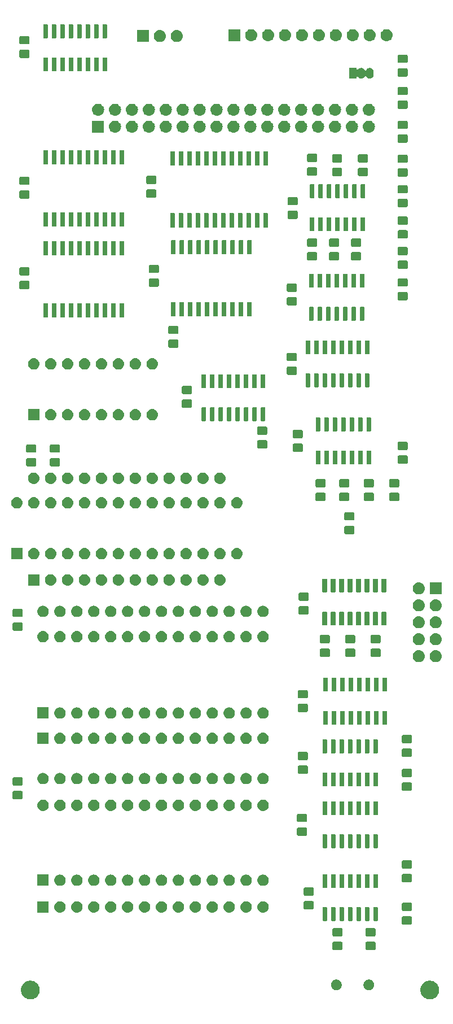
<source format=gbr>
G04 #@! TF.GenerationSoftware,KiCad,Pcbnew,(5.1.2-1)-1*
G04 #@! TF.CreationDate,2019-09-02T14:15:03+01:00*
G04 #@! TF.ProjectId,MZ80-80CLR,4d5a3830-2d38-4304-934c-522e6b696361,rev?*
G04 #@! TF.SameCoordinates,Original*
G04 #@! TF.FileFunction,Soldermask,Top*
G04 #@! TF.FilePolarity,Negative*
%FSLAX46Y46*%
G04 Gerber Fmt 4.6, Leading zero omitted, Abs format (unit mm)*
G04 Created by KiCad (PCBNEW (5.1.2-1)-1) date 2019-09-02 14:15:03*
%MOMM*%
%LPD*%
G04 APERTURE LIST*
%ADD10C,0.100000*%
G04 APERTURE END LIST*
D10*
G36*
X135827433Y-171354893D02*
G01*
X135917657Y-171372839D01*
X136023267Y-171416585D01*
X136172621Y-171478449D01*
X136172622Y-171478450D01*
X136402086Y-171631772D01*
X136597228Y-171826914D01*
X136699675Y-171980237D01*
X136750551Y-172056379D01*
X136856161Y-172311344D01*
X136910000Y-172582012D01*
X136910000Y-172857988D01*
X136856161Y-173128656D01*
X136750551Y-173383621D01*
X136750550Y-173383622D01*
X136597228Y-173613086D01*
X136402086Y-173808228D01*
X136248763Y-173910675D01*
X136172621Y-173961551D01*
X136023267Y-174023415D01*
X135917657Y-174067161D01*
X135827433Y-174085107D01*
X135646988Y-174121000D01*
X135371012Y-174121000D01*
X135190567Y-174085107D01*
X135100343Y-174067161D01*
X134994733Y-174023415D01*
X134845379Y-173961551D01*
X134769237Y-173910675D01*
X134615914Y-173808228D01*
X134420772Y-173613086D01*
X134267450Y-173383622D01*
X134267449Y-173383621D01*
X134161839Y-173128656D01*
X134108000Y-172857988D01*
X134108000Y-172582012D01*
X134161839Y-172311344D01*
X134267449Y-172056379D01*
X134318325Y-171980237D01*
X134420772Y-171826914D01*
X134615914Y-171631772D01*
X134845378Y-171478450D01*
X134845379Y-171478449D01*
X134994733Y-171416585D01*
X135100343Y-171372839D01*
X135190567Y-171354893D01*
X135371012Y-171319000D01*
X135646988Y-171319000D01*
X135827433Y-171354893D01*
X135827433Y-171354893D01*
G37*
G36*
X75883433Y-171354893D02*
G01*
X75973657Y-171372839D01*
X76079267Y-171416585D01*
X76228621Y-171478449D01*
X76228622Y-171478450D01*
X76458086Y-171631772D01*
X76653228Y-171826914D01*
X76755675Y-171980237D01*
X76806551Y-172056379D01*
X76912161Y-172311344D01*
X76966000Y-172582012D01*
X76966000Y-172857988D01*
X76912161Y-173128656D01*
X76806551Y-173383621D01*
X76806550Y-173383622D01*
X76653228Y-173613086D01*
X76458086Y-173808228D01*
X76304763Y-173910675D01*
X76228621Y-173961551D01*
X76079267Y-174023415D01*
X75973657Y-174067161D01*
X75883433Y-174085107D01*
X75702988Y-174121000D01*
X75427012Y-174121000D01*
X75246567Y-174085107D01*
X75156343Y-174067161D01*
X75050733Y-174023415D01*
X74901379Y-173961551D01*
X74825237Y-173910675D01*
X74671914Y-173808228D01*
X74476772Y-173613086D01*
X74323450Y-173383622D01*
X74323449Y-173383621D01*
X74217839Y-173128656D01*
X74164000Y-172857988D01*
X74164000Y-172582012D01*
X74217839Y-172311344D01*
X74323449Y-172056379D01*
X74374325Y-171980237D01*
X74476772Y-171826914D01*
X74671914Y-171631772D01*
X74901378Y-171478450D01*
X74901379Y-171478449D01*
X75050733Y-171416585D01*
X75156343Y-171372839D01*
X75246567Y-171354893D01*
X75427012Y-171319000D01*
X75702988Y-171319000D01*
X75883433Y-171354893D01*
X75883433Y-171354893D01*
G37*
G36*
X126598642Y-171187781D02*
G01*
X126744414Y-171248162D01*
X126744416Y-171248163D01*
X126875608Y-171335822D01*
X126987178Y-171447392D01*
X127007929Y-171478449D01*
X127074838Y-171578586D01*
X127135219Y-171724358D01*
X127166000Y-171879107D01*
X127166000Y-172036893D01*
X127135219Y-172191642D01*
X127074838Y-172337414D01*
X127074837Y-172337416D01*
X126987178Y-172468608D01*
X126875608Y-172580178D01*
X126744416Y-172667837D01*
X126744415Y-172667838D01*
X126744414Y-172667838D01*
X126598642Y-172728219D01*
X126443893Y-172759000D01*
X126286107Y-172759000D01*
X126131358Y-172728219D01*
X125985586Y-172667838D01*
X125985585Y-172667838D01*
X125985584Y-172667837D01*
X125854392Y-172580178D01*
X125742822Y-172468608D01*
X125655163Y-172337416D01*
X125655162Y-172337414D01*
X125594781Y-172191642D01*
X125564000Y-172036893D01*
X125564000Y-171879107D01*
X125594781Y-171724358D01*
X125655162Y-171578586D01*
X125722071Y-171478449D01*
X125742822Y-171447392D01*
X125854392Y-171335822D01*
X125985584Y-171248163D01*
X125985586Y-171248162D01*
X126131358Y-171187781D01*
X126286107Y-171157000D01*
X126443893Y-171157000D01*
X126598642Y-171187781D01*
X126598642Y-171187781D01*
G37*
G36*
X121718642Y-171187781D02*
G01*
X121864414Y-171248162D01*
X121864416Y-171248163D01*
X121995608Y-171335822D01*
X122107178Y-171447392D01*
X122127929Y-171478449D01*
X122194838Y-171578586D01*
X122255219Y-171724358D01*
X122286000Y-171879107D01*
X122286000Y-172036893D01*
X122255219Y-172191642D01*
X122194838Y-172337414D01*
X122194837Y-172337416D01*
X122107178Y-172468608D01*
X121995608Y-172580178D01*
X121864416Y-172667837D01*
X121864415Y-172667838D01*
X121864414Y-172667838D01*
X121718642Y-172728219D01*
X121563893Y-172759000D01*
X121406107Y-172759000D01*
X121251358Y-172728219D01*
X121105586Y-172667838D01*
X121105585Y-172667838D01*
X121105584Y-172667837D01*
X120974392Y-172580178D01*
X120862822Y-172468608D01*
X120775163Y-172337416D01*
X120775162Y-172337414D01*
X120714781Y-172191642D01*
X120684000Y-172036893D01*
X120684000Y-171879107D01*
X120714781Y-171724358D01*
X120775162Y-171578586D01*
X120842071Y-171478449D01*
X120862822Y-171447392D01*
X120974392Y-171335822D01*
X121105584Y-171248163D01*
X121105586Y-171248162D01*
X121251358Y-171187781D01*
X121406107Y-171157000D01*
X121563893Y-171157000D01*
X121718642Y-171187781D01*
X121718642Y-171187781D01*
G37*
G36*
X127207674Y-165503465D02*
G01*
X127245367Y-165514899D01*
X127280103Y-165533466D01*
X127310548Y-165558452D01*
X127335534Y-165588897D01*
X127354101Y-165623633D01*
X127365535Y-165661326D01*
X127370000Y-165706661D01*
X127370000Y-166543339D01*
X127365535Y-166588674D01*
X127354101Y-166626367D01*
X127335534Y-166661103D01*
X127310548Y-166691548D01*
X127280103Y-166716534D01*
X127245367Y-166735101D01*
X127207674Y-166746535D01*
X127162339Y-166751000D01*
X126075661Y-166751000D01*
X126030326Y-166746535D01*
X125992633Y-166735101D01*
X125957897Y-166716534D01*
X125927452Y-166691548D01*
X125902466Y-166661103D01*
X125883899Y-166626367D01*
X125872465Y-166588674D01*
X125868000Y-166543339D01*
X125868000Y-165706661D01*
X125872465Y-165661326D01*
X125883899Y-165623633D01*
X125902466Y-165588897D01*
X125927452Y-165558452D01*
X125957897Y-165533466D01*
X125992633Y-165514899D01*
X126030326Y-165503465D01*
X126075661Y-165499000D01*
X127162339Y-165499000D01*
X127207674Y-165503465D01*
X127207674Y-165503465D01*
G37*
G36*
X122254674Y-165503465D02*
G01*
X122292367Y-165514899D01*
X122327103Y-165533466D01*
X122357548Y-165558452D01*
X122382534Y-165588897D01*
X122401101Y-165623633D01*
X122412535Y-165661326D01*
X122417000Y-165706661D01*
X122417000Y-166543339D01*
X122412535Y-166588674D01*
X122401101Y-166626367D01*
X122382534Y-166661103D01*
X122357548Y-166691548D01*
X122327103Y-166716534D01*
X122292367Y-166735101D01*
X122254674Y-166746535D01*
X122209339Y-166751000D01*
X121122661Y-166751000D01*
X121077326Y-166746535D01*
X121039633Y-166735101D01*
X121004897Y-166716534D01*
X120974452Y-166691548D01*
X120949466Y-166661103D01*
X120930899Y-166626367D01*
X120919465Y-166588674D01*
X120915000Y-166543339D01*
X120915000Y-165706661D01*
X120919465Y-165661326D01*
X120930899Y-165623633D01*
X120949466Y-165588897D01*
X120974452Y-165558452D01*
X121004897Y-165533466D01*
X121039633Y-165514899D01*
X121077326Y-165503465D01*
X121122661Y-165499000D01*
X122209339Y-165499000D01*
X122254674Y-165503465D01*
X122254674Y-165503465D01*
G37*
G36*
X127207674Y-163453465D02*
G01*
X127245367Y-163464899D01*
X127280103Y-163483466D01*
X127310548Y-163508452D01*
X127335534Y-163538897D01*
X127354101Y-163573633D01*
X127365535Y-163611326D01*
X127370000Y-163656661D01*
X127370000Y-164493339D01*
X127365535Y-164538674D01*
X127354101Y-164576367D01*
X127335534Y-164611103D01*
X127310548Y-164641548D01*
X127280103Y-164666534D01*
X127245367Y-164685101D01*
X127207674Y-164696535D01*
X127162339Y-164701000D01*
X126075661Y-164701000D01*
X126030326Y-164696535D01*
X125992633Y-164685101D01*
X125957897Y-164666534D01*
X125927452Y-164641548D01*
X125902466Y-164611103D01*
X125883899Y-164576367D01*
X125872465Y-164538674D01*
X125868000Y-164493339D01*
X125868000Y-163656661D01*
X125872465Y-163611326D01*
X125883899Y-163573633D01*
X125902466Y-163538897D01*
X125927452Y-163508452D01*
X125957897Y-163483466D01*
X125992633Y-163464899D01*
X126030326Y-163453465D01*
X126075661Y-163449000D01*
X127162339Y-163449000D01*
X127207674Y-163453465D01*
X127207674Y-163453465D01*
G37*
G36*
X122254674Y-163453465D02*
G01*
X122292367Y-163464899D01*
X122327103Y-163483466D01*
X122357548Y-163508452D01*
X122382534Y-163538897D01*
X122401101Y-163573633D01*
X122412535Y-163611326D01*
X122417000Y-163656661D01*
X122417000Y-164493339D01*
X122412535Y-164538674D01*
X122401101Y-164576367D01*
X122382534Y-164611103D01*
X122357548Y-164641548D01*
X122327103Y-164666534D01*
X122292367Y-164685101D01*
X122254674Y-164696535D01*
X122209339Y-164701000D01*
X121122661Y-164701000D01*
X121077326Y-164696535D01*
X121039633Y-164685101D01*
X121004897Y-164666534D01*
X120974452Y-164641548D01*
X120949466Y-164611103D01*
X120930899Y-164576367D01*
X120919465Y-164538674D01*
X120915000Y-164493339D01*
X120915000Y-163656661D01*
X120919465Y-163611326D01*
X120930899Y-163573633D01*
X120949466Y-163538897D01*
X120974452Y-163508452D01*
X121004897Y-163483466D01*
X121039633Y-163464899D01*
X121077326Y-163453465D01*
X121122661Y-163449000D01*
X122209339Y-163449000D01*
X122254674Y-163453465D01*
X122254674Y-163453465D01*
G37*
G36*
X132668674Y-161693465D02*
G01*
X132706367Y-161704899D01*
X132741103Y-161723466D01*
X132771548Y-161748452D01*
X132796534Y-161778897D01*
X132815101Y-161813633D01*
X132826535Y-161851326D01*
X132831000Y-161896661D01*
X132831000Y-162733339D01*
X132826535Y-162778674D01*
X132815101Y-162816367D01*
X132796534Y-162851103D01*
X132771548Y-162881548D01*
X132741103Y-162906534D01*
X132706367Y-162925101D01*
X132668674Y-162936535D01*
X132623339Y-162941000D01*
X131536661Y-162941000D01*
X131491326Y-162936535D01*
X131453633Y-162925101D01*
X131418897Y-162906534D01*
X131388452Y-162881548D01*
X131363466Y-162851103D01*
X131344899Y-162816367D01*
X131333465Y-162778674D01*
X131329000Y-162733339D01*
X131329000Y-161896661D01*
X131333465Y-161851326D01*
X131344899Y-161813633D01*
X131363466Y-161778897D01*
X131388452Y-161748452D01*
X131418897Y-161723466D01*
X131453633Y-161704899D01*
X131491326Y-161693465D01*
X131536661Y-161689000D01*
X132623339Y-161689000D01*
X132668674Y-161693465D01*
X132668674Y-161693465D01*
G37*
G36*
X122560928Y-160328764D02*
G01*
X122582009Y-160335160D01*
X122601445Y-160345548D01*
X122618476Y-160359524D01*
X122632452Y-160376555D01*
X122642840Y-160395991D01*
X122649236Y-160417072D01*
X122652000Y-160445140D01*
X122652000Y-162258860D01*
X122649236Y-162286928D01*
X122642840Y-162308009D01*
X122632452Y-162327445D01*
X122618476Y-162344476D01*
X122601445Y-162358452D01*
X122582009Y-162368840D01*
X122560928Y-162375236D01*
X122532860Y-162378000D01*
X122069140Y-162378000D01*
X122041072Y-162375236D01*
X122019991Y-162368840D01*
X122000555Y-162358452D01*
X121983524Y-162344476D01*
X121969548Y-162327445D01*
X121959160Y-162308009D01*
X121952764Y-162286928D01*
X121950000Y-162258860D01*
X121950000Y-160445140D01*
X121952764Y-160417072D01*
X121959160Y-160395991D01*
X121969548Y-160376555D01*
X121983524Y-160359524D01*
X122000555Y-160345548D01*
X122019991Y-160335160D01*
X122041072Y-160328764D01*
X122069140Y-160326000D01*
X122532860Y-160326000D01*
X122560928Y-160328764D01*
X122560928Y-160328764D01*
G37*
G36*
X121290928Y-160328764D02*
G01*
X121312009Y-160335160D01*
X121331445Y-160345548D01*
X121348476Y-160359524D01*
X121362452Y-160376555D01*
X121372840Y-160395991D01*
X121379236Y-160417072D01*
X121382000Y-160445140D01*
X121382000Y-162258860D01*
X121379236Y-162286928D01*
X121372840Y-162308009D01*
X121362452Y-162327445D01*
X121348476Y-162344476D01*
X121331445Y-162358452D01*
X121312009Y-162368840D01*
X121290928Y-162375236D01*
X121262860Y-162378000D01*
X120799140Y-162378000D01*
X120771072Y-162375236D01*
X120749991Y-162368840D01*
X120730555Y-162358452D01*
X120713524Y-162344476D01*
X120699548Y-162327445D01*
X120689160Y-162308009D01*
X120682764Y-162286928D01*
X120680000Y-162258860D01*
X120680000Y-160445140D01*
X120682764Y-160417072D01*
X120689160Y-160395991D01*
X120699548Y-160376555D01*
X120713524Y-160359524D01*
X120730555Y-160345548D01*
X120749991Y-160335160D01*
X120771072Y-160328764D01*
X120799140Y-160326000D01*
X121262860Y-160326000D01*
X121290928Y-160328764D01*
X121290928Y-160328764D01*
G37*
G36*
X120020928Y-160328764D02*
G01*
X120042009Y-160335160D01*
X120061445Y-160345548D01*
X120078476Y-160359524D01*
X120092452Y-160376555D01*
X120102840Y-160395991D01*
X120109236Y-160417072D01*
X120112000Y-160445140D01*
X120112000Y-162258860D01*
X120109236Y-162286928D01*
X120102840Y-162308009D01*
X120092452Y-162327445D01*
X120078476Y-162344476D01*
X120061445Y-162358452D01*
X120042009Y-162368840D01*
X120020928Y-162375236D01*
X119992860Y-162378000D01*
X119529140Y-162378000D01*
X119501072Y-162375236D01*
X119479991Y-162368840D01*
X119460555Y-162358452D01*
X119443524Y-162344476D01*
X119429548Y-162327445D01*
X119419160Y-162308009D01*
X119412764Y-162286928D01*
X119410000Y-162258860D01*
X119410000Y-160445140D01*
X119412764Y-160417072D01*
X119419160Y-160395991D01*
X119429548Y-160376555D01*
X119443524Y-160359524D01*
X119460555Y-160345548D01*
X119479991Y-160335160D01*
X119501072Y-160328764D01*
X119529140Y-160326000D01*
X119992860Y-160326000D01*
X120020928Y-160328764D01*
X120020928Y-160328764D01*
G37*
G36*
X127640928Y-160328764D02*
G01*
X127662009Y-160335160D01*
X127681445Y-160345548D01*
X127698476Y-160359524D01*
X127712452Y-160376555D01*
X127722840Y-160395991D01*
X127729236Y-160417072D01*
X127732000Y-160445140D01*
X127732000Y-162258860D01*
X127729236Y-162286928D01*
X127722840Y-162308009D01*
X127712452Y-162327445D01*
X127698476Y-162344476D01*
X127681445Y-162358452D01*
X127662009Y-162368840D01*
X127640928Y-162375236D01*
X127612860Y-162378000D01*
X127149140Y-162378000D01*
X127121072Y-162375236D01*
X127099991Y-162368840D01*
X127080555Y-162358452D01*
X127063524Y-162344476D01*
X127049548Y-162327445D01*
X127039160Y-162308009D01*
X127032764Y-162286928D01*
X127030000Y-162258860D01*
X127030000Y-160445140D01*
X127032764Y-160417072D01*
X127039160Y-160395991D01*
X127049548Y-160376555D01*
X127063524Y-160359524D01*
X127080555Y-160345548D01*
X127099991Y-160335160D01*
X127121072Y-160328764D01*
X127149140Y-160326000D01*
X127612860Y-160326000D01*
X127640928Y-160328764D01*
X127640928Y-160328764D01*
G37*
G36*
X123830928Y-160328764D02*
G01*
X123852009Y-160335160D01*
X123871445Y-160345548D01*
X123888476Y-160359524D01*
X123902452Y-160376555D01*
X123912840Y-160395991D01*
X123919236Y-160417072D01*
X123922000Y-160445140D01*
X123922000Y-162258860D01*
X123919236Y-162286928D01*
X123912840Y-162308009D01*
X123902452Y-162327445D01*
X123888476Y-162344476D01*
X123871445Y-162358452D01*
X123852009Y-162368840D01*
X123830928Y-162375236D01*
X123802860Y-162378000D01*
X123339140Y-162378000D01*
X123311072Y-162375236D01*
X123289991Y-162368840D01*
X123270555Y-162358452D01*
X123253524Y-162344476D01*
X123239548Y-162327445D01*
X123229160Y-162308009D01*
X123222764Y-162286928D01*
X123220000Y-162258860D01*
X123220000Y-160445140D01*
X123222764Y-160417072D01*
X123229160Y-160395991D01*
X123239548Y-160376555D01*
X123253524Y-160359524D01*
X123270555Y-160345548D01*
X123289991Y-160335160D01*
X123311072Y-160328764D01*
X123339140Y-160326000D01*
X123802860Y-160326000D01*
X123830928Y-160328764D01*
X123830928Y-160328764D01*
G37*
G36*
X125100928Y-160328764D02*
G01*
X125122009Y-160335160D01*
X125141445Y-160345548D01*
X125158476Y-160359524D01*
X125172452Y-160376555D01*
X125182840Y-160395991D01*
X125189236Y-160417072D01*
X125192000Y-160445140D01*
X125192000Y-162258860D01*
X125189236Y-162286928D01*
X125182840Y-162308009D01*
X125172452Y-162327445D01*
X125158476Y-162344476D01*
X125141445Y-162358452D01*
X125122009Y-162368840D01*
X125100928Y-162375236D01*
X125072860Y-162378000D01*
X124609140Y-162378000D01*
X124581072Y-162375236D01*
X124559991Y-162368840D01*
X124540555Y-162358452D01*
X124523524Y-162344476D01*
X124509548Y-162327445D01*
X124499160Y-162308009D01*
X124492764Y-162286928D01*
X124490000Y-162258860D01*
X124490000Y-160445140D01*
X124492764Y-160417072D01*
X124499160Y-160395991D01*
X124509548Y-160376555D01*
X124523524Y-160359524D01*
X124540555Y-160345548D01*
X124559991Y-160335160D01*
X124581072Y-160328764D01*
X124609140Y-160326000D01*
X125072860Y-160326000D01*
X125100928Y-160328764D01*
X125100928Y-160328764D01*
G37*
G36*
X126370928Y-160328764D02*
G01*
X126392009Y-160335160D01*
X126411445Y-160345548D01*
X126428476Y-160359524D01*
X126442452Y-160376555D01*
X126452840Y-160395991D01*
X126459236Y-160417072D01*
X126462000Y-160445140D01*
X126462000Y-162258860D01*
X126459236Y-162286928D01*
X126452840Y-162308009D01*
X126442452Y-162327445D01*
X126428476Y-162344476D01*
X126411445Y-162358452D01*
X126392009Y-162368840D01*
X126370928Y-162375236D01*
X126342860Y-162378000D01*
X125879140Y-162378000D01*
X125851072Y-162375236D01*
X125829991Y-162368840D01*
X125810555Y-162358452D01*
X125793524Y-162344476D01*
X125779548Y-162327445D01*
X125769160Y-162308009D01*
X125762764Y-162286928D01*
X125760000Y-162258860D01*
X125760000Y-160445140D01*
X125762764Y-160417072D01*
X125769160Y-160395991D01*
X125779548Y-160376555D01*
X125793524Y-160359524D01*
X125810555Y-160345548D01*
X125829991Y-160335160D01*
X125851072Y-160328764D01*
X125879140Y-160326000D01*
X126342860Y-160326000D01*
X126370928Y-160328764D01*
X126370928Y-160328764D01*
G37*
G36*
X110656823Y-159435313D02*
G01*
X110817242Y-159483976D01*
X110892050Y-159523962D01*
X110965078Y-159562996D01*
X111094659Y-159669341D01*
X111201004Y-159798922D01*
X111201005Y-159798924D01*
X111280024Y-159946758D01*
X111328687Y-160107177D01*
X111345117Y-160274000D01*
X111328687Y-160440823D01*
X111280024Y-160601242D01*
X111242243Y-160671925D01*
X111201004Y-160749078D01*
X111094659Y-160878659D01*
X110965078Y-160985004D01*
X110965076Y-160985005D01*
X110817242Y-161064024D01*
X110656823Y-161112687D01*
X110531804Y-161125000D01*
X110448196Y-161125000D01*
X110323177Y-161112687D01*
X110162758Y-161064024D01*
X110014924Y-160985005D01*
X110014922Y-160985004D01*
X109885341Y-160878659D01*
X109778996Y-160749078D01*
X109737757Y-160671925D01*
X109699976Y-160601242D01*
X109651313Y-160440823D01*
X109634883Y-160274000D01*
X109651313Y-160107177D01*
X109699976Y-159946758D01*
X109778995Y-159798924D01*
X109778996Y-159798922D01*
X109885341Y-159669341D01*
X110014922Y-159562996D01*
X110087950Y-159523962D01*
X110162758Y-159483976D01*
X110323177Y-159435313D01*
X110448196Y-159423000D01*
X110531804Y-159423000D01*
X110656823Y-159435313D01*
X110656823Y-159435313D01*
G37*
G36*
X85256823Y-159435313D02*
G01*
X85417242Y-159483976D01*
X85492050Y-159523962D01*
X85565078Y-159562996D01*
X85694659Y-159669341D01*
X85801004Y-159798922D01*
X85801005Y-159798924D01*
X85880024Y-159946758D01*
X85928687Y-160107177D01*
X85945117Y-160274000D01*
X85928687Y-160440823D01*
X85880024Y-160601242D01*
X85842243Y-160671925D01*
X85801004Y-160749078D01*
X85694659Y-160878659D01*
X85565078Y-160985004D01*
X85565076Y-160985005D01*
X85417242Y-161064024D01*
X85256823Y-161112687D01*
X85131804Y-161125000D01*
X85048196Y-161125000D01*
X84923177Y-161112687D01*
X84762758Y-161064024D01*
X84614924Y-160985005D01*
X84614922Y-160985004D01*
X84485341Y-160878659D01*
X84378996Y-160749078D01*
X84337757Y-160671925D01*
X84299976Y-160601242D01*
X84251313Y-160440823D01*
X84234883Y-160274000D01*
X84251313Y-160107177D01*
X84299976Y-159946758D01*
X84378995Y-159798924D01*
X84378996Y-159798922D01*
X84485341Y-159669341D01*
X84614922Y-159562996D01*
X84687950Y-159523962D01*
X84762758Y-159483976D01*
X84923177Y-159435313D01*
X85048196Y-159423000D01*
X85131804Y-159423000D01*
X85256823Y-159435313D01*
X85256823Y-159435313D01*
G37*
G36*
X108116823Y-159435313D02*
G01*
X108277242Y-159483976D01*
X108352050Y-159523962D01*
X108425078Y-159562996D01*
X108554659Y-159669341D01*
X108661004Y-159798922D01*
X108661005Y-159798924D01*
X108740024Y-159946758D01*
X108788687Y-160107177D01*
X108805117Y-160274000D01*
X108788687Y-160440823D01*
X108740024Y-160601242D01*
X108702243Y-160671925D01*
X108661004Y-160749078D01*
X108554659Y-160878659D01*
X108425078Y-160985004D01*
X108425076Y-160985005D01*
X108277242Y-161064024D01*
X108116823Y-161112687D01*
X107991804Y-161125000D01*
X107908196Y-161125000D01*
X107783177Y-161112687D01*
X107622758Y-161064024D01*
X107474924Y-160985005D01*
X107474922Y-160985004D01*
X107345341Y-160878659D01*
X107238996Y-160749078D01*
X107197757Y-160671925D01*
X107159976Y-160601242D01*
X107111313Y-160440823D01*
X107094883Y-160274000D01*
X107111313Y-160107177D01*
X107159976Y-159946758D01*
X107238995Y-159798924D01*
X107238996Y-159798922D01*
X107345341Y-159669341D01*
X107474922Y-159562996D01*
X107547950Y-159523962D01*
X107622758Y-159483976D01*
X107783177Y-159435313D01*
X107908196Y-159423000D01*
X107991804Y-159423000D01*
X108116823Y-159435313D01*
X108116823Y-159435313D01*
G37*
G36*
X105576823Y-159435313D02*
G01*
X105737242Y-159483976D01*
X105812050Y-159523962D01*
X105885078Y-159562996D01*
X106014659Y-159669341D01*
X106121004Y-159798922D01*
X106121005Y-159798924D01*
X106200024Y-159946758D01*
X106248687Y-160107177D01*
X106265117Y-160274000D01*
X106248687Y-160440823D01*
X106200024Y-160601242D01*
X106162243Y-160671925D01*
X106121004Y-160749078D01*
X106014659Y-160878659D01*
X105885078Y-160985004D01*
X105885076Y-160985005D01*
X105737242Y-161064024D01*
X105576823Y-161112687D01*
X105451804Y-161125000D01*
X105368196Y-161125000D01*
X105243177Y-161112687D01*
X105082758Y-161064024D01*
X104934924Y-160985005D01*
X104934922Y-160985004D01*
X104805341Y-160878659D01*
X104698996Y-160749078D01*
X104657757Y-160671925D01*
X104619976Y-160601242D01*
X104571313Y-160440823D01*
X104554883Y-160274000D01*
X104571313Y-160107177D01*
X104619976Y-159946758D01*
X104698995Y-159798924D01*
X104698996Y-159798922D01*
X104805341Y-159669341D01*
X104934922Y-159562996D01*
X105007950Y-159523962D01*
X105082758Y-159483976D01*
X105243177Y-159435313D01*
X105368196Y-159423000D01*
X105451804Y-159423000D01*
X105576823Y-159435313D01*
X105576823Y-159435313D01*
G37*
G36*
X103036823Y-159435313D02*
G01*
X103197242Y-159483976D01*
X103272050Y-159523962D01*
X103345078Y-159562996D01*
X103474659Y-159669341D01*
X103581004Y-159798922D01*
X103581005Y-159798924D01*
X103660024Y-159946758D01*
X103708687Y-160107177D01*
X103725117Y-160274000D01*
X103708687Y-160440823D01*
X103660024Y-160601242D01*
X103622243Y-160671925D01*
X103581004Y-160749078D01*
X103474659Y-160878659D01*
X103345078Y-160985004D01*
X103345076Y-160985005D01*
X103197242Y-161064024D01*
X103036823Y-161112687D01*
X102911804Y-161125000D01*
X102828196Y-161125000D01*
X102703177Y-161112687D01*
X102542758Y-161064024D01*
X102394924Y-160985005D01*
X102394922Y-160985004D01*
X102265341Y-160878659D01*
X102158996Y-160749078D01*
X102117757Y-160671925D01*
X102079976Y-160601242D01*
X102031313Y-160440823D01*
X102014883Y-160274000D01*
X102031313Y-160107177D01*
X102079976Y-159946758D01*
X102158995Y-159798924D01*
X102158996Y-159798922D01*
X102265341Y-159669341D01*
X102394922Y-159562996D01*
X102467950Y-159523962D01*
X102542758Y-159483976D01*
X102703177Y-159435313D01*
X102828196Y-159423000D01*
X102911804Y-159423000D01*
X103036823Y-159435313D01*
X103036823Y-159435313D01*
G37*
G36*
X100496823Y-159435313D02*
G01*
X100657242Y-159483976D01*
X100732050Y-159523962D01*
X100805078Y-159562996D01*
X100934659Y-159669341D01*
X101041004Y-159798922D01*
X101041005Y-159798924D01*
X101120024Y-159946758D01*
X101168687Y-160107177D01*
X101185117Y-160274000D01*
X101168687Y-160440823D01*
X101120024Y-160601242D01*
X101082243Y-160671925D01*
X101041004Y-160749078D01*
X100934659Y-160878659D01*
X100805078Y-160985004D01*
X100805076Y-160985005D01*
X100657242Y-161064024D01*
X100496823Y-161112687D01*
X100371804Y-161125000D01*
X100288196Y-161125000D01*
X100163177Y-161112687D01*
X100002758Y-161064024D01*
X99854924Y-160985005D01*
X99854922Y-160985004D01*
X99725341Y-160878659D01*
X99618996Y-160749078D01*
X99577757Y-160671925D01*
X99539976Y-160601242D01*
X99491313Y-160440823D01*
X99474883Y-160274000D01*
X99491313Y-160107177D01*
X99539976Y-159946758D01*
X99618995Y-159798924D01*
X99618996Y-159798922D01*
X99725341Y-159669341D01*
X99854922Y-159562996D01*
X99927950Y-159523962D01*
X100002758Y-159483976D01*
X100163177Y-159435313D01*
X100288196Y-159423000D01*
X100371804Y-159423000D01*
X100496823Y-159435313D01*
X100496823Y-159435313D01*
G37*
G36*
X87796823Y-159435313D02*
G01*
X87957242Y-159483976D01*
X88032050Y-159523962D01*
X88105078Y-159562996D01*
X88234659Y-159669341D01*
X88341004Y-159798922D01*
X88341005Y-159798924D01*
X88420024Y-159946758D01*
X88468687Y-160107177D01*
X88485117Y-160274000D01*
X88468687Y-160440823D01*
X88420024Y-160601242D01*
X88382243Y-160671925D01*
X88341004Y-160749078D01*
X88234659Y-160878659D01*
X88105078Y-160985004D01*
X88105076Y-160985005D01*
X87957242Y-161064024D01*
X87796823Y-161112687D01*
X87671804Y-161125000D01*
X87588196Y-161125000D01*
X87463177Y-161112687D01*
X87302758Y-161064024D01*
X87154924Y-160985005D01*
X87154922Y-160985004D01*
X87025341Y-160878659D01*
X86918996Y-160749078D01*
X86877757Y-160671925D01*
X86839976Y-160601242D01*
X86791313Y-160440823D01*
X86774883Y-160274000D01*
X86791313Y-160107177D01*
X86839976Y-159946758D01*
X86918995Y-159798924D01*
X86918996Y-159798922D01*
X87025341Y-159669341D01*
X87154922Y-159562996D01*
X87227950Y-159523962D01*
X87302758Y-159483976D01*
X87463177Y-159435313D01*
X87588196Y-159423000D01*
X87671804Y-159423000D01*
X87796823Y-159435313D01*
X87796823Y-159435313D01*
G37*
G36*
X90336823Y-159435313D02*
G01*
X90497242Y-159483976D01*
X90572050Y-159523962D01*
X90645078Y-159562996D01*
X90774659Y-159669341D01*
X90881004Y-159798922D01*
X90881005Y-159798924D01*
X90960024Y-159946758D01*
X91008687Y-160107177D01*
X91025117Y-160274000D01*
X91008687Y-160440823D01*
X90960024Y-160601242D01*
X90922243Y-160671925D01*
X90881004Y-160749078D01*
X90774659Y-160878659D01*
X90645078Y-160985004D01*
X90645076Y-160985005D01*
X90497242Y-161064024D01*
X90336823Y-161112687D01*
X90211804Y-161125000D01*
X90128196Y-161125000D01*
X90003177Y-161112687D01*
X89842758Y-161064024D01*
X89694924Y-160985005D01*
X89694922Y-160985004D01*
X89565341Y-160878659D01*
X89458996Y-160749078D01*
X89417757Y-160671925D01*
X89379976Y-160601242D01*
X89331313Y-160440823D01*
X89314883Y-160274000D01*
X89331313Y-160107177D01*
X89379976Y-159946758D01*
X89458995Y-159798924D01*
X89458996Y-159798922D01*
X89565341Y-159669341D01*
X89694922Y-159562996D01*
X89767950Y-159523962D01*
X89842758Y-159483976D01*
X90003177Y-159435313D01*
X90128196Y-159423000D01*
X90211804Y-159423000D01*
X90336823Y-159435313D01*
X90336823Y-159435313D01*
G37*
G36*
X78321000Y-161125000D02*
G01*
X76619000Y-161125000D01*
X76619000Y-159423000D01*
X78321000Y-159423000D01*
X78321000Y-161125000D01*
X78321000Y-161125000D01*
G37*
G36*
X92876823Y-159435313D02*
G01*
X93037242Y-159483976D01*
X93112050Y-159523962D01*
X93185078Y-159562996D01*
X93314659Y-159669341D01*
X93421004Y-159798922D01*
X93421005Y-159798924D01*
X93500024Y-159946758D01*
X93548687Y-160107177D01*
X93565117Y-160274000D01*
X93548687Y-160440823D01*
X93500024Y-160601242D01*
X93462243Y-160671925D01*
X93421004Y-160749078D01*
X93314659Y-160878659D01*
X93185078Y-160985004D01*
X93185076Y-160985005D01*
X93037242Y-161064024D01*
X92876823Y-161112687D01*
X92751804Y-161125000D01*
X92668196Y-161125000D01*
X92543177Y-161112687D01*
X92382758Y-161064024D01*
X92234924Y-160985005D01*
X92234922Y-160985004D01*
X92105341Y-160878659D01*
X91998996Y-160749078D01*
X91957757Y-160671925D01*
X91919976Y-160601242D01*
X91871313Y-160440823D01*
X91854883Y-160274000D01*
X91871313Y-160107177D01*
X91919976Y-159946758D01*
X91998995Y-159798924D01*
X91998996Y-159798922D01*
X92105341Y-159669341D01*
X92234922Y-159562996D01*
X92307950Y-159523962D01*
X92382758Y-159483976D01*
X92543177Y-159435313D01*
X92668196Y-159423000D01*
X92751804Y-159423000D01*
X92876823Y-159435313D01*
X92876823Y-159435313D01*
G37*
G36*
X80176823Y-159435313D02*
G01*
X80337242Y-159483976D01*
X80412050Y-159523962D01*
X80485078Y-159562996D01*
X80614659Y-159669341D01*
X80721004Y-159798922D01*
X80721005Y-159798924D01*
X80800024Y-159946758D01*
X80848687Y-160107177D01*
X80865117Y-160274000D01*
X80848687Y-160440823D01*
X80800024Y-160601242D01*
X80762243Y-160671925D01*
X80721004Y-160749078D01*
X80614659Y-160878659D01*
X80485078Y-160985004D01*
X80485076Y-160985005D01*
X80337242Y-161064024D01*
X80176823Y-161112687D01*
X80051804Y-161125000D01*
X79968196Y-161125000D01*
X79843177Y-161112687D01*
X79682758Y-161064024D01*
X79534924Y-160985005D01*
X79534922Y-160985004D01*
X79405341Y-160878659D01*
X79298996Y-160749078D01*
X79257757Y-160671925D01*
X79219976Y-160601242D01*
X79171313Y-160440823D01*
X79154883Y-160274000D01*
X79171313Y-160107177D01*
X79219976Y-159946758D01*
X79298995Y-159798924D01*
X79298996Y-159798922D01*
X79405341Y-159669341D01*
X79534922Y-159562996D01*
X79607950Y-159523962D01*
X79682758Y-159483976D01*
X79843177Y-159435313D01*
X79968196Y-159423000D01*
X80051804Y-159423000D01*
X80176823Y-159435313D01*
X80176823Y-159435313D01*
G37*
G36*
X82716823Y-159435313D02*
G01*
X82877242Y-159483976D01*
X82952050Y-159523962D01*
X83025078Y-159562996D01*
X83154659Y-159669341D01*
X83261004Y-159798922D01*
X83261005Y-159798924D01*
X83340024Y-159946758D01*
X83388687Y-160107177D01*
X83405117Y-160274000D01*
X83388687Y-160440823D01*
X83340024Y-160601242D01*
X83302243Y-160671925D01*
X83261004Y-160749078D01*
X83154659Y-160878659D01*
X83025078Y-160985004D01*
X83025076Y-160985005D01*
X82877242Y-161064024D01*
X82716823Y-161112687D01*
X82591804Y-161125000D01*
X82508196Y-161125000D01*
X82383177Y-161112687D01*
X82222758Y-161064024D01*
X82074924Y-160985005D01*
X82074922Y-160985004D01*
X81945341Y-160878659D01*
X81838996Y-160749078D01*
X81797757Y-160671925D01*
X81759976Y-160601242D01*
X81711313Y-160440823D01*
X81694883Y-160274000D01*
X81711313Y-160107177D01*
X81759976Y-159946758D01*
X81838995Y-159798924D01*
X81838996Y-159798922D01*
X81945341Y-159669341D01*
X82074922Y-159562996D01*
X82147950Y-159523962D01*
X82222758Y-159483976D01*
X82383177Y-159435313D01*
X82508196Y-159423000D01*
X82591804Y-159423000D01*
X82716823Y-159435313D01*
X82716823Y-159435313D01*
G37*
G36*
X97956823Y-159435313D02*
G01*
X98117242Y-159483976D01*
X98192050Y-159523962D01*
X98265078Y-159562996D01*
X98394659Y-159669341D01*
X98501004Y-159798922D01*
X98501005Y-159798924D01*
X98580024Y-159946758D01*
X98628687Y-160107177D01*
X98645117Y-160274000D01*
X98628687Y-160440823D01*
X98580024Y-160601242D01*
X98542243Y-160671925D01*
X98501004Y-160749078D01*
X98394659Y-160878659D01*
X98265078Y-160985004D01*
X98265076Y-160985005D01*
X98117242Y-161064024D01*
X97956823Y-161112687D01*
X97831804Y-161125000D01*
X97748196Y-161125000D01*
X97623177Y-161112687D01*
X97462758Y-161064024D01*
X97314924Y-160985005D01*
X97314922Y-160985004D01*
X97185341Y-160878659D01*
X97078996Y-160749078D01*
X97037757Y-160671925D01*
X96999976Y-160601242D01*
X96951313Y-160440823D01*
X96934883Y-160274000D01*
X96951313Y-160107177D01*
X96999976Y-159946758D01*
X97078995Y-159798924D01*
X97078996Y-159798922D01*
X97185341Y-159669341D01*
X97314922Y-159562996D01*
X97387950Y-159523962D01*
X97462758Y-159483976D01*
X97623177Y-159435313D01*
X97748196Y-159423000D01*
X97831804Y-159423000D01*
X97956823Y-159435313D01*
X97956823Y-159435313D01*
G37*
G36*
X95416823Y-159435313D02*
G01*
X95577242Y-159483976D01*
X95652050Y-159523962D01*
X95725078Y-159562996D01*
X95854659Y-159669341D01*
X95961004Y-159798922D01*
X95961005Y-159798924D01*
X96040024Y-159946758D01*
X96088687Y-160107177D01*
X96105117Y-160274000D01*
X96088687Y-160440823D01*
X96040024Y-160601242D01*
X96002243Y-160671925D01*
X95961004Y-160749078D01*
X95854659Y-160878659D01*
X95725078Y-160985004D01*
X95725076Y-160985005D01*
X95577242Y-161064024D01*
X95416823Y-161112687D01*
X95291804Y-161125000D01*
X95208196Y-161125000D01*
X95083177Y-161112687D01*
X94922758Y-161064024D01*
X94774924Y-160985005D01*
X94774922Y-160985004D01*
X94645341Y-160878659D01*
X94538996Y-160749078D01*
X94497757Y-160671925D01*
X94459976Y-160601242D01*
X94411313Y-160440823D01*
X94394883Y-160274000D01*
X94411313Y-160107177D01*
X94459976Y-159946758D01*
X94538995Y-159798924D01*
X94538996Y-159798922D01*
X94645341Y-159669341D01*
X94774922Y-159562996D01*
X94847950Y-159523962D01*
X94922758Y-159483976D01*
X95083177Y-159435313D01*
X95208196Y-159423000D01*
X95291804Y-159423000D01*
X95416823Y-159435313D01*
X95416823Y-159435313D01*
G37*
G36*
X132668674Y-159643465D02*
G01*
X132706367Y-159654899D01*
X132741103Y-159673466D01*
X132771548Y-159698452D01*
X132796534Y-159728897D01*
X132815101Y-159763633D01*
X132826535Y-159801326D01*
X132831000Y-159846661D01*
X132831000Y-160683339D01*
X132826535Y-160728674D01*
X132815101Y-160766367D01*
X132796534Y-160801103D01*
X132771548Y-160831548D01*
X132741103Y-160856534D01*
X132706367Y-160875101D01*
X132668674Y-160886535D01*
X132623339Y-160891000D01*
X131536661Y-160891000D01*
X131491326Y-160886535D01*
X131453633Y-160875101D01*
X131418897Y-160856534D01*
X131388452Y-160831548D01*
X131363466Y-160801103D01*
X131344899Y-160766367D01*
X131333465Y-160728674D01*
X131329000Y-160683339D01*
X131329000Y-159846661D01*
X131333465Y-159801326D01*
X131344899Y-159763633D01*
X131363466Y-159728897D01*
X131388452Y-159698452D01*
X131418897Y-159673466D01*
X131453633Y-159654899D01*
X131491326Y-159643465D01*
X131536661Y-159639000D01*
X132623339Y-159639000D01*
X132668674Y-159643465D01*
X132668674Y-159643465D01*
G37*
G36*
X117936674Y-159407465D02*
G01*
X117974367Y-159418899D01*
X118009103Y-159437466D01*
X118039548Y-159462452D01*
X118064534Y-159492897D01*
X118083101Y-159527633D01*
X118094535Y-159565326D01*
X118099000Y-159610661D01*
X118099000Y-160447339D01*
X118094535Y-160492674D01*
X118083101Y-160530367D01*
X118064534Y-160565103D01*
X118039548Y-160595548D01*
X118009103Y-160620534D01*
X117974367Y-160639101D01*
X117936674Y-160650535D01*
X117891339Y-160655000D01*
X116804661Y-160655000D01*
X116759326Y-160650535D01*
X116721633Y-160639101D01*
X116686897Y-160620534D01*
X116656452Y-160595548D01*
X116631466Y-160565103D01*
X116612899Y-160530367D01*
X116601465Y-160492674D01*
X116597000Y-160447339D01*
X116597000Y-159610661D01*
X116601465Y-159565326D01*
X116612899Y-159527633D01*
X116631466Y-159492897D01*
X116656452Y-159462452D01*
X116686897Y-159437466D01*
X116721633Y-159418899D01*
X116759326Y-159407465D01*
X116804661Y-159403000D01*
X117891339Y-159403000D01*
X117936674Y-159407465D01*
X117936674Y-159407465D01*
G37*
G36*
X117936674Y-157357465D02*
G01*
X117974367Y-157368899D01*
X118009103Y-157387466D01*
X118039548Y-157412452D01*
X118064534Y-157442897D01*
X118083101Y-157477633D01*
X118094535Y-157515326D01*
X118099000Y-157560661D01*
X118099000Y-158397339D01*
X118094535Y-158442674D01*
X118083101Y-158480367D01*
X118064534Y-158515103D01*
X118039548Y-158545548D01*
X118009103Y-158570534D01*
X117974367Y-158589101D01*
X117936674Y-158600535D01*
X117891339Y-158605000D01*
X116804661Y-158605000D01*
X116759326Y-158600535D01*
X116721633Y-158589101D01*
X116686897Y-158570534D01*
X116656452Y-158545548D01*
X116631466Y-158515103D01*
X116612899Y-158480367D01*
X116601465Y-158442674D01*
X116597000Y-158397339D01*
X116597000Y-157560661D01*
X116601465Y-157515326D01*
X116612899Y-157477633D01*
X116631466Y-157442897D01*
X116656452Y-157412452D01*
X116686897Y-157387466D01*
X116721633Y-157368899D01*
X116759326Y-157357465D01*
X116804661Y-157353000D01*
X117891339Y-157353000D01*
X117936674Y-157357465D01*
X117936674Y-157357465D01*
G37*
G36*
X126370928Y-155378764D02*
G01*
X126392009Y-155385160D01*
X126411445Y-155395548D01*
X126428476Y-155409524D01*
X126442452Y-155426555D01*
X126452840Y-155445991D01*
X126459236Y-155467072D01*
X126462000Y-155495140D01*
X126462000Y-157308860D01*
X126459236Y-157336928D01*
X126452840Y-157358009D01*
X126442452Y-157377445D01*
X126428476Y-157394476D01*
X126411445Y-157408452D01*
X126392009Y-157418840D01*
X126370928Y-157425236D01*
X126342860Y-157428000D01*
X125879140Y-157428000D01*
X125851072Y-157425236D01*
X125829991Y-157418840D01*
X125810555Y-157408452D01*
X125793524Y-157394476D01*
X125779548Y-157377445D01*
X125769160Y-157358009D01*
X125762764Y-157336928D01*
X125760000Y-157308860D01*
X125760000Y-155495140D01*
X125762764Y-155467072D01*
X125769160Y-155445991D01*
X125779548Y-155426555D01*
X125793524Y-155409524D01*
X125810555Y-155395548D01*
X125829991Y-155385160D01*
X125851072Y-155378764D01*
X125879140Y-155376000D01*
X126342860Y-155376000D01*
X126370928Y-155378764D01*
X126370928Y-155378764D01*
G37*
G36*
X127640928Y-155378764D02*
G01*
X127662009Y-155385160D01*
X127681445Y-155395548D01*
X127698476Y-155409524D01*
X127712452Y-155426555D01*
X127722840Y-155445991D01*
X127729236Y-155467072D01*
X127732000Y-155495140D01*
X127732000Y-157308860D01*
X127729236Y-157336928D01*
X127722840Y-157358009D01*
X127712452Y-157377445D01*
X127698476Y-157394476D01*
X127681445Y-157408452D01*
X127662009Y-157418840D01*
X127640928Y-157425236D01*
X127612860Y-157428000D01*
X127149140Y-157428000D01*
X127121072Y-157425236D01*
X127099991Y-157418840D01*
X127080555Y-157408452D01*
X127063524Y-157394476D01*
X127049548Y-157377445D01*
X127039160Y-157358009D01*
X127032764Y-157336928D01*
X127030000Y-157308860D01*
X127030000Y-155495140D01*
X127032764Y-155467072D01*
X127039160Y-155445991D01*
X127049548Y-155426555D01*
X127063524Y-155409524D01*
X127080555Y-155395548D01*
X127099991Y-155385160D01*
X127121072Y-155378764D01*
X127149140Y-155376000D01*
X127612860Y-155376000D01*
X127640928Y-155378764D01*
X127640928Y-155378764D01*
G37*
G36*
X123830928Y-155378764D02*
G01*
X123852009Y-155385160D01*
X123871445Y-155395548D01*
X123888476Y-155409524D01*
X123902452Y-155426555D01*
X123912840Y-155445991D01*
X123919236Y-155467072D01*
X123922000Y-155495140D01*
X123922000Y-157308860D01*
X123919236Y-157336928D01*
X123912840Y-157358009D01*
X123902452Y-157377445D01*
X123888476Y-157394476D01*
X123871445Y-157408452D01*
X123852009Y-157418840D01*
X123830928Y-157425236D01*
X123802860Y-157428000D01*
X123339140Y-157428000D01*
X123311072Y-157425236D01*
X123289991Y-157418840D01*
X123270555Y-157408452D01*
X123253524Y-157394476D01*
X123239548Y-157377445D01*
X123229160Y-157358009D01*
X123222764Y-157336928D01*
X123220000Y-157308860D01*
X123220000Y-155495140D01*
X123222764Y-155467072D01*
X123229160Y-155445991D01*
X123239548Y-155426555D01*
X123253524Y-155409524D01*
X123270555Y-155395548D01*
X123289991Y-155385160D01*
X123311072Y-155378764D01*
X123339140Y-155376000D01*
X123802860Y-155376000D01*
X123830928Y-155378764D01*
X123830928Y-155378764D01*
G37*
G36*
X122560928Y-155378764D02*
G01*
X122582009Y-155385160D01*
X122601445Y-155395548D01*
X122618476Y-155409524D01*
X122632452Y-155426555D01*
X122642840Y-155445991D01*
X122649236Y-155467072D01*
X122652000Y-155495140D01*
X122652000Y-157308860D01*
X122649236Y-157336928D01*
X122642840Y-157358009D01*
X122632452Y-157377445D01*
X122618476Y-157394476D01*
X122601445Y-157408452D01*
X122582009Y-157418840D01*
X122560928Y-157425236D01*
X122532860Y-157428000D01*
X122069140Y-157428000D01*
X122041072Y-157425236D01*
X122019991Y-157418840D01*
X122000555Y-157408452D01*
X121983524Y-157394476D01*
X121969548Y-157377445D01*
X121959160Y-157358009D01*
X121952764Y-157336928D01*
X121950000Y-157308860D01*
X121950000Y-155495140D01*
X121952764Y-155467072D01*
X121959160Y-155445991D01*
X121969548Y-155426555D01*
X121983524Y-155409524D01*
X122000555Y-155395548D01*
X122019991Y-155385160D01*
X122041072Y-155378764D01*
X122069140Y-155376000D01*
X122532860Y-155376000D01*
X122560928Y-155378764D01*
X122560928Y-155378764D01*
G37*
G36*
X121290928Y-155378764D02*
G01*
X121312009Y-155385160D01*
X121331445Y-155395548D01*
X121348476Y-155409524D01*
X121362452Y-155426555D01*
X121372840Y-155445991D01*
X121379236Y-155467072D01*
X121382000Y-155495140D01*
X121382000Y-157308860D01*
X121379236Y-157336928D01*
X121372840Y-157358009D01*
X121362452Y-157377445D01*
X121348476Y-157394476D01*
X121331445Y-157408452D01*
X121312009Y-157418840D01*
X121290928Y-157425236D01*
X121262860Y-157428000D01*
X120799140Y-157428000D01*
X120771072Y-157425236D01*
X120749991Y-157418840D01*
X120730555Y-157408452D01*
X120713524Y-157394476D01*
X120699548Y-157377445D01*
X120689160Y-157358009D01*
X120682764Y-157336928D01*
X120680000Y-157308860D01*
X120680000Y-155495140D01*
X120682764Y-155467072D01*
X120689160Y-155445991D01*
X120699548Y-155426555D01*
X120713524Y-155409524D01*
X120730555Y-155395548D01*
X120749991Y-155385160D01*
X120771072Y-155378764D01*
X120799140Y-155376000D01*
X121262860Y-155376000D01*
X121290928Y-155378764D01*
X121290928Y-155378764D01*
G37*
G36*
X120020928Y-155378764D02*
G01*
X120042009Y-155385160D01*
X120061445Y-155395548D01*
X120078476Y-155409524D01*
X120092452Y-155426555D01*
X120102840Y-155445991D01*
X120109236Y-155467072D01*
X120112000Y-155495140D01*
X120112000Y-157308860D01*
X120109236Y-157336928D01*
X120102840Y-157358009D01*
X120092452Y-157377445D01*
X120078476Y-157394476D01*
X120061445Y-157408452D01*
X120042009Y-157418840D01*
X120020928Y-157425236D01*
X119992860Y-157428000D01*
X119529140Y-157428000D01*
X119501072Y-157425236D01*
X119479991Y-157418840D01*
X119460555Y-157408452D01*
X119443524Y-157394476D01*
X119429548Y-157377445D01*
X119419160Y-157358009D01*
X119412764Y-157336928D01*
X119410000Y-157308860D01*
X119410000Y-155495140D01*
X119412764Y-155467072D01*
X119419160Y-155445991D01*
X119429548Y-155426555D01*
X119443524Y-155409524D01*
X119460555Y-155395548D01*
X119479991Y-155385160D01*
X119501072Y-155378764D01*
X119529140Y-155376000D01*
X119992860Y-155376000D01*
X120020928Y-155378764D01*
X120020928Y-155378764D01*
G37*
G36*
X125100928Y-155378764D02*
G01*
X125122009Y-155385160D01*
X125141445Y-155395548D01*
X125158476Y-155409524D01*
X125172452Y-155426555D01*
X125182840Y-155445991D01*
X125189236Y-155467072D01*
X125192000Y-155495140D01*
X125192000Y-157308860D01*
X125189236Y-157336928D01*
X125182840Y-157358009D01*
X125172452Y-157377445D01*
X125158476Y-157394476D01*
X125141445Y-157408452D01*
X125122009Y-157418840D01*
X125100928Y-157425236D01*
X125072860Y-157428000D01*
X124609140Y-157428000D01*
X124581072Y-157425236D01*
X124559991Y-157418840D01*
X124540555Y-157408452D01*
X124523524Y-157394476D01*
X124509548Y-157377445D01*
X124499160Y-157358009D01*
X124492764Y-157336928D01*
X124490000Y-157308860D01*
X124490000Y-155495140D01*
X124492764Y-155467072D01*
X124499160Y-155445991D01*
X124509548Y-155426555D01*
X124523524Y-155409524D01*
X124540555Y-155395548D01*
X124559991Y-155385160D01*
X124581072Y-155378764D01*
X124609140Y-155376000D01*
X125072860Y-155376000D01*
X125100928Y-155378764D01*
X125100928Y-155378764D01*
G37*
G36*
X110656823Y-155435313D02*
G01*
X110817242Y-155483976D01*
X110934517Y-155546661D01*
X110965078Y-155562996D01*
X111094659Y-155669341D01*
X111201004Y-155798922D01*
X111201005Y-155798924D01*
X111280024Y-155946758D01*
X111328687Y-156107177D01*
X111345117Y-156274000D01*
X111328687Y-156440823D01*
X111280024Y-156601242D01*
X111209114Y-156733906D01*
X111201004Y-156749078D01*
X111094659Y-156878659D01*
X110965078Y-156985004D01*
X110965076Y-156985005D01*
X110817242Y-157064024D01*
X110656823Y-157112687D01*
X110531804Y-157125000D01*
X110448196Y-157125000D01*
X110323177Y-157112687D01*
X110162758Y-157064024D01*
X110014924Y-156985005D01*
X110014922Y-156985004D01*
X109885341Y-156878659D01*
X109778996Y-156749078D01*
X109770886Y-156733906D01*
X109699976Y-156601242D01*
X109651313Y-156440823D01*
X109634883Y-156274000D01*
X109651313Y-156107177D01*
X109699976Y-155946758D01*
X109778995Y-155798924D01*
X109778996Y-155798922D01*
X109885341Y-155669341D01*
X110014922Y-155562996D01*
X110045483Y-155546661D01*
X110162758Y-155483976D01*
X110323177Y-155435313D01*
X110448196Y-155423000D01*
X110531804Y-155423000D01*
X110656823Y-155435313D01*
X110656823Y-155435313D01*
G37*
G36*
X85256823Y-155435313D02*
G01*
X85417242Y-155483976D01*
X85534517Y-155546661D01*
X85565078Y-155562996D01*
X85694659Y-155669341D01*
X85801004Y-155798922D01*
X85801005Y-155798924D01*
X85880024Y-155946758D01*
X85928687Y-156107177D01*
X85945117Y-156274000D01*
X85928687Y-156440823D01*
X85880024Y-156601242D01*
X85809114Y-156733906D01*
X85801004Y-156749078D01*
X85694659Y-156878659D01*
X85565078Y-156985004D01*
X85565076Y-156985005D01*
X85417242Y-157064024D01*
X85256823Y-157112687D01*
X85131804Y-157125000D01*
X85048196Y-157125000D01*
X84923177Y-157112687D01*
X84762758Y-157064024D01*
X84614924Y-156985005D01*
X84614922Y-156985004D01*
X84485341Y-156878659D01*
X84378996Y-156749078D01*
X84370886Y-156733906D01*
X84299976Y-156601242D01*
X84251313Y-156440823D01*
X84234883Y-156274000D01*
X84251313Y-156107177D01*
X84299976Y-155946758D01*
X84378995Y-155798924D01*
X84378996Y-155798922D01*
X84485341Y-155669341D01*
X84614922Y-155562996D01*
X84645483Y-155546661D01*
X84762758Y-155483976D01*
X84923177Y-155435313D01*
X85048196Y-155423000D01*
X85131804Y-155423000D01*
X85256823Y-155435313D01*
X85256823Y-155435313D01*
G37*
G36*
X82716823Y-155435313D02*
G01*
X82877242Y-155483976D01*
X82994517Y-155546661D01*
X83025078Y-155562996D01*
X83154659Y-155669341D01*
X83261004Y-155798922D01*
X83261005Y-155798924D01*
X83340024Y-155946758D01*
X83388687Y-156107177D01*
X83405117Y-156274000D01*
X83388687Y-156440823D01*
X83340024Y-156601242D01*
X83269114Y-156733906D01*
X83261004Y-156749078D01*
X83154659Y-156878659D01*
X83025078Y-156985004D01*
X83025076Y-156985005D01*
X82877242Y-157064024D01*
X82716823Y-157112687D01*
X82591804Y-157125000D01*
X82508196Y-157125000D01*
X82383177Y-157112687D01*
X82222758Y-157064024D01*
X82074924Y-156985005D01*
X82074922Y-156985004D01*
X81945341Y-156878659D01*
X81838996Y-156749078D01*
X81830886Y-156733906D01*
X81759976Y-156601242D01*
X81711313Y-156440823D01*
X81694883Y-156274000D01*
X81711313Y-156107177D01*
X81759976Y-155946758D01*
X81838995Y-155798924D01*
X81838996Y-155798922D01*
X81945341Y-155669341D01*
X82074922Y-155562996D01*
X82105483Y-155546661D01*
X82222758Y-155483976D01*
X82383177Y-155435313D01*
X82508196Y-155423000D01*
X82591804Y-155423000D01*
X82716823Y-155435313D01*
X82716823Y-155435313D01*
G37*
G36*
X80176823Y-155435313D02*
G01*
X80337242Y-155483976D01*
X80454517Y-155546661D01*
X80485078Y-155562996D01*
X80614659Y-155669341D01*
X80721004Y-155798922D01*
X80721005Y-155798924D01*
X80800024Y-155946758D01*
X80848687Y-156107177D01*
X80865117Y-156274000D01*
X80848687Y-156440823D01*
X80800024Y-156601242D01*
X80729114Y-156733906D01*
X80721004Y-156749078D01*
X80614659Y-156878659D01*
X80485078Y-156985004D01*
X80485076Y-156985005D01*
X80337242Y-157064024D01*
X80176823Y-157112687D01*
X80051804Y-157125000D01*
X79968196Y-157125000D01*
X79843177Y-157112687D01*
X79682758Y-157064024D01*
X79534924Y-156985005D01*
X79534922Y-156985004D01*
X79405341Y-156878659D01*
X79298996Y-156749078D01*
X79290886Y-156733906D01*
X79219976Y-156601242D01*
X79171313Y-156440823D01*
X79154883Y-156274000D01*
X79171313Y-156107177D01*
X79219976Y-155946758D01*
X79298995Y-155798924D01*
X79298996Y-155798922D01*
X79405341Y-155669341D01*
X79534922Y-155562996D01*
X79565483Y-155546661D01*
X79682758Y-155483976D01*
X79843177Y-155435313D01*
X79968196Y-155423000D01*
X80051804Y-155423000D01*
X80176823Y-155435313D01*
X80176823Y-155435313D01*
G37*
G36*
X78321000Y-157125000D02*
G01*
X76619000Y-157125000D01*
X76619000Y-155423000D01*
X78321000Y-155423000D01*
X78321000Y-157125000D01*
X78321000Y-157125000D01*
G37*
G36*
X95416823Y-155435313D02*
G01*
X95577242Y-155483976D01*
X95694517Y-155546661D01*
X95725078Y-155562996D01*
X95854659Y-155669341D01*
X95961004Y-155798922D01*
X95961005Y-155798924D01*
X96040024Y-155946758D01*
X96088687Y-156107177D01*
X96105117Y-156274000D01*
X96088687Y-156440823D01*
X96040024Y-156601242D01*
X95969114Y-156733906D01*
X95961004Y-156749078D01*
X95854659Y-156878659D01*
X95725078Y-156985004D01*
X95725076Y-156985005D01*
X95577242Y-157064024D01*
X95416823Y-157112687D01*
X95291804Y-157125000D01*
X95208196Y-157125000D01*
X95083177Y-157112687D01*
X94922758Y-157064024D01*
X94774924Y-156985005D01*
X94774922Y-156985004D01*
X94645341Y-156878659D01*
X94538996Y-156749078D01*
X94530886Y-156733906D01*
X94459976Y-156601242D01*
X94411313Y-156440823D01*
X94394883Y-156274000D01*
X94411313Y-156107177D01*
X94459976Y-155946758D01*
X94538995Y-155798924D01*
X94538996Y-155798922D01*
X94645341Y-155669341D01*
X94774922Y-155562996D01*
X94805483Y-155546661D01*
X94922758Y-155483976D01*
X95083177Y-155435313D01*
X95208196Y-155423000D01*
X95291804Y-155423000D01*
X95416823Y-155435313D01*
X95416823Y-155435313D01*
G37*
G36*
X92876823Y-155435313D02*
G01*
X93037242Y-155483976D01*
X93154517Y-155546661D01*
X93185078Y-155562996D01*
X93314659Y-155669341D01*
X93421004Y-155798922D01*
X93421005Y-155798924D01*
X93500024Y-155946758D01*
X93548687Y-156107177D01*
X93565117Y-156274000D01*
X93548687Y-156440823D01*
X93500024Y-156601242D01*
X93429114Y-156733906D01*
X93421004Y-156749078D01*
X93314659Y-156878659D01*
X93185078Y-156985004D01*
X93185076Y-156985005D01*
X93037242Y-157064024D01*
X92876823Y-157112687D01*
X92751804Y-157125000D01*
X92668196Y-157125000D01*
X92543177Y-157112687D01*
X92382758Y-157064024D01*
X92234924Y-156985005D01*
X92234922Y-156985004D01*
X92105341Y-156878659D01*
X91998996Y-156749078D01*
X91990886Y-156733906D01*
X91919976Y-156601242D01*
X91871313Y-156440823D01*
X91854883Y-156274000D01*
X91871313Y-156107177D01*
X91919976Y-155946758D01*
X91998995Y-155798924D01*
X91998996Y-155798922D01*
X92105341Y-155669341D01*
X92234922Y-155562996D01*
X92265483Y-155546661D01*
X92382758Y-155483976D01*
X92543177Y-155435313D01*
X92668196Y-155423000D01*
X92751804Y-155423000D01*
X92876823Y-155435313D01*
X92876823Y-155435313D01*
G37*
G36*
X108116823Y-155435313D02*
G01*
X108277242Y-155483976D01*
X108394517Y-155546661D01*
X108425078Y-155562996D01*
X108554659Y-155669341D01*
X108661004Y-155798922D01*
X108661005Y-155798924D01*
X108740024Y-155946758D01*
X108788687Y-156107177D01*
X108805117Y-156274000D01*
X108788687Y-156440823D01*
X108740024Y-156601242D01*
X108669114Y-156733906D01*
X108661004Y-156749078D01*
X108554659Y-156878659D01*
X108425078Y-156985004D01*
X108425076Y-156985005D01*
X108277242Y-157064024D01*
X108116823Y-157112687D01*
X107991804Y-157125000D01*
X107908196Y-157125000D01*
X107783177Y-157112687D01*
X107622758Y-157064024D01*
X107474924Y-156985005D01*
X107474922Y-156985004D01*
X107345341Y-156878659D01*
X107238996Y-156749078D01*
X107230886Y-156733906D01*
X107159976Y-156601242D01*
X107111313Y-156440823D01*
X107094883Y-156274000D01*
X107111313Y-156107177D01*
X107159976Y-155946758D01*
X107238995Y-155798924D01*
X107238996Y-155798922D01*
X107345341Y-155669341D01*
X107474922Y-155562996D01*
X107505483Y-155546661D01*
X107622758Y-155483976D01*
X107783177Y-155435313D01*
X107908196Y-155423000D01*
X107991804Y-155423000D01*
X108116823Y-155435313D01*
X108116823Y-155435313D01*
G37*
G36*
X105576823Y-155435313D02*
G01*
X105737242Y-155483976D01*
X105854517Y-155546661D01*
X105885078Y-155562996D01*
X106014659Y-155669341D01*
X106121004Y-155798922D01*
X106121005Y-155798924D01*
X106200024Y-155946758D01*
X106248687Y-156107177D01*
X106265117Y-156274000D01*
X106248687Y-156440823D01*
X106200024Y-156601242D01*
X106129114Y-156733906D01*
X106121004Y-156749078D01*
X106014659Y-156878659D01*
X105885078Y-156985004D01*
X105885076Y-156985005D01*
X105737242Y-157064024D01*
X105576823Y-157112687D01*
X105451804Y-157125000D01*
X105368196Y-157125000D01*
X105243177Y-157112687D01*
X105082758Y-157064024D01*
X104934924Y-156985005D01*
X104934922Y-156985004D01*
X104805341Y-156878659D01*
X104698996Y-156749078D01*
X104690886Y-156733906D01*
X104619976Y-156601242D01*
X104571313Y-156440823D01*
X104554883Y-156274000D01*
X104571313Y-156107177D01*
X104619976Y-155946758D01*
X104698995Y-155798924D01*
X104698996Y-155798922D01*
X104805341Y-155669341D01*
X104934922Y-155562996D01*
X104965483Y-155546661D01*
X105082758Y-155483976D01*
X105243177Y-155435313D01*
X105368196Y-155423000D01*
X105451804Y-155423000D01*
X105576823Y-155435313D01*
X105576823Y-155435313D01*
G37*
G36*
X103036823Y-155435313D02*
G01*
X103197242Y-155483976D01*
X103314517Y-155546661D01*
X103345078Y-155562996D01*
X103474659Y-155669341D01*
X103581004Y-155798922D01*
X103581005Y-155798924D01*
X103660024Y-155946758D01*
X103708687Y-156107177D01*
X103725117Y-156274000D01*
X103708687Y-156440823D01*
X103660024Y-156601242D01*
X103589114Y-156733906D01*
X103581004Y-156749078D01*
X103474659Y-156878659D01*
X103345078Y-156985004D01*
X103345076Y-156985005D01*
X103197242Y-157064024D01*
X103036823Y-157112687D01*
X102911804Y-157125000D01*
X102828196Y-157125000D01*
X102703177Y-157112687D01*
X102542758Y-157064024D01*
X102394924Y-156985005D01*
X102394922Y-156985004D01*
X102265341Y-156878659D01*
X102158996Y-156749078D01*
X102150886Y-156733906D01*
X102079976Y-156601242D01*
X102031313Y-156440823D01*
X102014883Y-156274000D01*
X102031313Y-156107177D01*
X102079976Y-155946758D01*
X102158995Y-155798924D01*
X102158996Y-155798922D01*
X102265341Y-155669341D01*
X102394922Y-155562996D01*
X102425483Y-155546661D01*
X102542758Y-155483976D01*
X102703177Y-155435313D01*
X102828196Y-155423000D01*
X102911804Y-155423000D01*
X103036823Y-155435313D01*
X103036823Y-155435313D01*
G37*
G36*
X100496823Y-155435313D02*
G01*
X100657242Y-155483976D01*
X100774517Y-155546661D01*
X100805078Y-155562996D01*
X100934659Y-155669341D01*
X101041004Y-155798922D01*
X101041005Y-155798924D01*
X101120024Y-155946758D01*
X101168687Y-156107177D01*
X101185117Y-156274000D01*
X101168687Y-156440823D01*
X101120024Y-156601242D01*
X101049114Y-156733906D01*
X101041004Y-156749078D01*
X100934659Y-156878659D01*
X100805078Y-156985004D01*
X100805076Y-156985005D01*
X100657242Y-157064024D01*
X100496823Y-157112687D01*
X100371804Y-157125000D01*
X100288196Y-157125000D01*
X100163177Y-157112687D01*
X100002758Y-157064024D01*
X99854924Y-156985005D01*
X99854922Y-156985004D01*
X99725341Y-156878659D01*
X99618996Y-156749078D01*
X99610886Y-156733906D01*
X99539976Y-156601242D01*
X99491313Y-156440823D01*
X99474883Y-156274000D01*
X99491313Y-156107177D01*
X99539976Y-155946758D01*
X99618995Y-155798924D01*
X99618996Y-155798922D01*
X99725341Y-155669341D01*
X99854922Y-155562996D01*
X99885483Y-155546661D01*
X100002758Y-155483976D01*
X100163177Y-155435313D01*
X100288196Y-155423000D01*
X100371804Y-155423000D01*
X100496823Y-155435313D01*
X100496823Y-155435313D01*
G37*
G36*
X97956823Y-155435313D02*
G01*
X98117242Y-155483976D01*
X98234517Y-155546661D01*
X98265078Y-155562996D01*
X98394659Y-155669341D01*
X98501004Y-155798922D01*
X98501005Y-155798924D01*
X98580024Y-155946758D01*
X98628687Y-156107177D01*
X98645117Y-156274000D01*
X98628687Y-156440823D01*
X98580024Y-156601242D01*
X98509114Y-156733906D01*
X98501004Y-156749078D01*
X98394659Y-156878659D01*
X98265078Y-156985004D01*
X98265076Y-156985005D01*
X98117242Y-157064024D01*
X97956823Y-157112687D01*
X97831804Y-157125000D01*
X97748196Y-157125000D01*
X97623177Y-157112687D01*
X97462758Y-157064024D01*
X97314924Y-156985005D01*
X97314922Y-156985004D01*
X97185341Y-156878659D01*
X97078996Y-156749078D01*
X97070886Y-156733906D01*
X96999976Y-156601242D01*
X96951313Y-156440823D01*
X96934883Y-156274000D01*
X96951313Y-156107177D01*
X96999976Y-155946758D01*
X97078995Y-155798924D01*
X97078996Y-155798922D01*
X97185341Y-155669341D01*
X97314922Y-155562996D01*
X97345483Y-155546661D01*
X97462758Y-155483976D01*
X97623177Y-155435313D01*
X97748196Y-155423000D01*
X97831804Y-155423000D01*
X97956823Y-155435313D01*
X97956823Y-155435313D01*
G37*
G36*
X87796823Y-155435313D02*
G01*
X87957242Y-155483976D01*
X88074517Y-155546661D01*
X88105078Y-155562996D01*
X88234659Y-155669341D01*
X88341004Y-155798922D01*
X88341005Y-155798924D01*
X88420024Y-155946758D01*
X88468687Y-156107177D01*
X88485117Y-156274000D01*
X88468687Y-156440823D01*
X88420024Y-156601242D01*
X88349114Y-156733906D01*
X88341004Y-156749078D01*
X88234659Y-156878659D01*
X88105078Y-156985004D01*
X88105076Y-156985005D01*
X87957242Y-157064024D01*
X87796823Y-157112687D01*
X87671804Y-157125000D01*
X87588196Y-157125000D01*
X87463177Y-157112687D01*
X87302758Y-157064024D01*
X87154924Y-156985005D01*
X87154922Y-156985004D01*
X87025341Y-156878659D01*
X86918996Y-156749078D01*
X86910886Y-156733906D01*
X86839976Y-156601242D01*
X86791313Y-156440823D01*
X86774883Y-156274000D01*
X86791313Y-156107177D01*
X86839976Y-155946758D01*
X86918995Y-155798924D01*
X86918996Y-155798922D01*
X87025341Y-155669341D01*
X87154922Y-155562996D01*
X87185483Y-155546661D01*
X87302758Y-155483976D01*
X87463177Y-155435313D01*
X87588196Y-155423000D01*
X87671804Y-155423000D01*
X87796823Y-155435313D01*
X87796823Y-155435313D01*
G37*
G36*
X90336823Y-155435313D02*
G01*
X90497242Y-155483976D01*
X90614517Y-155546661D01*
X90645078Y-155562996D01*
X90774659Y-155669341D01*
X90881004Y-155798922D01*
X90881005Y-155798924D01*
X90960024Y-155946758D01*
X91008687Y-156107177D01*
X91025117Y-156274000D01*
X91008687Y-156440823D01*
X90960024Y-156601242D01*
X90889114Y-156733906D01*
X90881004Y-156749078D01*
X90774659Y-156878659D01*
X90645078Y-156985004D01*
X90645076Y-156985005D01*
X90497242Y-157064024D01*
X90336823Y-157112687D01*
X90211804Y-157125000D01*
X90128196Y-157125000D01*
X90003177Y-157112687D01*
X89842758Y-157064024D01*
X89694924Y-156985005D01*
X89694922Y-156985004D01*
X89565341Y-156878659D01*
X89458996Y-156749078D01*
X89450886Y-156733906D01*
X89379976Y-156601242D01*
X89331313Y-156440823D01*
X89314883Y-156274000D01*
X89331313Y-156107177D01*
X89379976Y-155946758D01*
X89458995Y-155798924D01*
X89458996Y-155798922D01*
X89565341Y-155669341D01*
X89694922Y-155562996D01*
X89725483Y-155546661D01*
X89842758Y-155483976D01*
X90003177Y-155435313D01*
X90128196Y-155423000D01*
X90211804Y-155423000D01*
X90336823Y-155435313D01*
X90336823Y-155435313D01*
G37*
G36*
X132668674Y-155343465D02*
G01*
X132706367Y-155354899D01*
X132741103Y-155373466D01*
X132771548Y-155398452D01*
X132796534Y-155428897D01*
X132815101Y-155463633D01*
X132826535Y-155501326D01*
X132831000Y-155546661D01*
X132831000Y-156383339D01*
X132826535Y-156428674D01*
X132815101Y-156466367D01*
X132796534Y-156501103D01*
X132771548Y-156531548D01*
X132741103Y-156556534D01*
X132706367Y-156575101D01*
X132668674Y-156586535D01*
X132623339Y-156591000D01*
X131536661Y-156591000D01*
X131491326Y-156586535D01*
X131453633Y-156575101D01*
X131418897Y-156556534D01*
X131388452Y-156531548D01*
X131363466Y-156501103D01*
X131344899Y-156466367D01*
X131333465Y-156428674D01*
X131329000Y-156383339D01*
X131329000Y-155546661D01*
X131333465Y-155501326D01*
X131344899Y-155463633D01*
X131363466Y-155428897D01*
X131388452Y-155398452D01*
X131418897Y-155373466D01*
X131453633Y-155354899D01*
X131491326Y-155343465D01*
X131536661Y-155339000D01*
X132623339Y-155339000D01*
X132668674Y-155343465D01*
X132668674Y-155343465D01*
G37*
G36*
X132668674Y-153293465D02*
G01*
X132706367Y-153304899D01*
X132741103Y-153323466D01*
X132771548Y-153348452D01*
X132796534Y-153378897D01*
X132815101Y-153413633D01*
X132826535Y-153451326D01*
X132831000Y-153496661D01*
X132831000Y-154333339D01*
X132826535Y-154378674D01*
X132815101Y-154416367D01*
X132796534Y-154451103D01*
X132771548Y-154481548D01*
X132741103Y-154506534D01*
X132706367Y-154525101D01*
X132668674Y-154536535D01*
X132623339Y-154541000D01*
X131536661Y-154541000D01*
X131491326Y-154536535D01*
X131453633Y-154525101D01*
X131418897Y-154506534D01*
X131388452Y-154481548D01*
X131363466Y-154451103D01*
X131344899Y-154416367D01*
X131333465Y-154378674D01*
X131329000Y-154333339D01*
X131329000Y-153496661D01*
X131333465Y-153451326D01*
X131344899Y-153413633D01*
X131363466Y-153378897D01*
X131388452Y-153348452D01*
X131418897Y-153323466D01*
X131453633Y-153304899D01*
X131491326Y-153293465D01*
X131536661Y-153289000D01*
X132623339Y-153289000D01*
X132668674Y-153293465D01*
X132668674Y-153293465D01*
G37*
G36*
X127640928Y-149406764D02*
G01*
X127662009Y-149413160D01*
X127681445Y-149423548D01*
X127698476Y-149437524D01*
X127712452Y-149454555D01*
X127722840Y-149473991D01*
X127729236Y-149495072D01*
X127732000Y-149523140D01*
X127732000Y-151336860D01*
X127729236Y-151364928D01*
X127722840Y-151386009D01*
X127712452Y-151405445D01*
X127698476Y-151422476D01*
X127681445Y-151436452D01*
X127662009Y-151446840D01*
X127640928Y-151453236D01*
X127612860Y-151456000D01*
X127149140Y-151456000D01*
X127121072Y-151453236D01*
X127099991Y-151446840D01*
X127080555Y-151436452D01*
X127063524Y-151422476D01*
X127049548Y-151405445D01*
X127039160Y-151386009D01*
X127032764Y-151364928D01*
X127030000Y-151336860D01*
X127030000Y-149523140D01*
X127032764Y-149495072D01*
X127039160Y-149473991D01*
X127049548Y-149454555D01*
X127063524Y-149437524D01*
X127080555Y-149423548D01*
X127099991Y-149413160D01*
X127121072Y-149406764D01*
X127149140Y-149404000D01*
X127612860Y-149404000D01*
X127640928Y-149406764D01*
X127640928Y-149406764D01*
G37*
G36*
X126370928Y-149406764D02*
G01*
X126392009Y-149413160D01*
X126411445Y-149423548D01*
X126428476Y-149437524D01*
X126442452Y-149454555D01*
X126452840Y-149473991D01*
X126459236Y-149495072D01*
X126462000Y-149523140D01*
X126462000Y-151336860D01*
X126459236Y-151364928D01*
X126452840Y-151386009D01*
X126442452Y-151405445D01*
X126428476Y-151422476D01*
X126411445Y-151436452D01*
X126392009Y-151446840D01*
X126370928Y-151453236D01*
X126342860Y-151456000D01*
X125879140Y-151456000D01*
X125851072Y-151453236D01*
X125829991Y-151446840D01*
X125810555Y-151436452D01*
X125793524Y-151422476D01*
X125779548Y-151405445D01*
X125769160Y-151386009D01*
X125762764Y-151364928D01*
X125760000Y-151336860D01*
X125760000Y-149523140D01*
X125762764Y-149495072D01*
X125769160Y-149473991D01*
X125779548Y-149454555D01*
X125793524Y-149437524D01*
X125810555Y-149423548D01*
X125829991Y-149413160D01*
X125851072Y-149406764D01*
X125879140Y-149404000D01*
X126342860Y-149404000D01*
X126370928Y-149406764D01*
X126370928Y-149406764D01*
G37*
G36*
X125100928Y-149406764D02*
G01*
X125122009Y-149413160D01*
X125141445Y-149423548D01*
X125158476Y-149437524D01*
X125172452Y-149454555D01*
X125182840Y-149473991D01*
X125189236Y-149495072D01*
X125192000Y-149523140D01*
X125192000Y-151336860D01*
X125189236Y-151364928D01*
X125182840Y-151386009D01*
X125172452Y-151405445D01*
X125158476Y-151422476D01*
X125141445Y-151436452D01*
X125122009Y-151446840D01*
X125100928Y-151453236D01*
X125072860Y-151456000D01*
X124609140Y-151456000D01*
X124581072Y-151453236D01*
X124559991Y-151446840D01*
X124540555Y-151436452D01*
X124523524Y-151422476D01*
X124509548Y-151405445D01*
X124499160Y-151386009D01*
X124492764Y-151364928D01*
X124490000Y-151336860D01*
X124490000Y-149523140D01*
X124492764Y-149495072D01*
X124499160Y-149473991D01*
X124509548Y-149454555D01*
X124523524Y-149437524D01*
X124540555Y-149423548D01*
X124559991Y-149413160D01*
X124581072Y-149406764D01*
X124609140Y-149404000D01*
X125072860Y-149404000D01*
X125100928Y-149406764D01*
X125100928Y-149406764D01*
G37*
G36*
X123830928Y-149406764D02*
G01*
X123852009Y-149413160D01*
X123871445Y-149423548D01*
X123888476Y-149437524D01*
X123902452Y-149454555D01*
X123912840Y-149473991D01*
X123919236Y-149495072D01*
X123922000Y-149523140D01*
X123922000Y-151336860D01*
X123919236Y-151364928D01*
X123912840Y-151386009D01*
X123902452Y-151405445D01*
X123888476Y-151422476D01*
X123871445Y-151436452D01*
X123852009Y-151446840D01*
X123830928Y-151453236D01*
X123802860Y-151456000D01*
X123339140Y-151456000D01*
X123311072Y-151453236D01*
X123289991Y-151446840D01*
X123270555Y-151436452D01*
X123253524Y-151422476D01*
X123239548Y-151405445D01*
X123229160Y-151386009D01*
X123222764Y-151364928D01*
X123220000Y-151336860D01*
X123220000Y-149523140D01*
X123222764Y-149495072D01*
X123229160Y-149473991D01*
X123239548Y-149454555D01*
X123253524Y-149437524D01*
X123270555Y-149423548D01*
X123289991Y-149413160D01*
X123311072Y-149406764D01*
X123339140Y-149404000D01*
X123802860Y-149404000D01*
X123830928Y-149406764D01*
X123830928Y-149406764D01*
G37*
G36*
X120020928Y-149406764D02*
G01*
X120042009Y-149413160D01*
X120061445Y-149423548D01*
X120078476Y-149437524D01*
X120092452Y-149454555D01*
X120102840Y-149473991D01*
X120109236Y-149495072D01*
X120112000Y-149523140D01*
X120112000Y-151336860D01*
X120109236Y-151364928D01*
X120102840Y-151386009D01*
X120092452Y-151405445D01*
X120078476Y-151422476D01*
X120061445Y-151436452D01*
X120042009Y-151446840D01*
X120020928Y-151453236D01*
X119992860Y-151456000D01*
X119529140Y-151456000D01*
X119501072Y-151453236D01*
X119479991Y-151446840D01*
X119460555Y-151436452D01*
X119443524Y-151422476D01*
X119429548Y-151405445D01*
X119419160Y-151386009D01*
X119412764Y-151364928D01*
X119410000Y-151336860D01*
X119410000Y-149523140D01*
X119412764Y-149495072D01*
X119419160Y-149473991D01*
X119429548Y-149454555D01*
X119443524Y-149437524D01*
X119460555Y-149423548D01*
X119479991Y-149413160D01*
X119501072Y-149406764D01*
X119529140Y-149404000D01*
X119992860Y-149404000D01*
X120020928Y-149406764D01*
X120020928Y-149406764D01*
G37*
G36*
X121290928Y-149406764D02*
G01*
X121312009Y-149413160D01*
X121331445Y-149423548D01*
X121348476Y-149437524D01*
X121362452Y-149454555D01*
X121372840Y-149473991D01*
X121379236Y-149495072D01*
X121382000Y-149523140D01*
X121382000Y-151336860D01*
X121379236Y-151364928D01*
X121372840Y-151386009D01*
X121362452Y-151405445D01*
X121348476Y-151422476D01*
X121331445Y-151436452D01*
X121312009Y-151446840D01*
X121290928Y-151453236D01*
X121262860Y-151456000D01*
X120799140Y-151456000D01*
X120771072Y-151453236D01*
X120749991Y-151446840D01*
X120730555Y-151436452D01*
X120713524Y-151422476D01*
X120699548Y-151405445D01*
X120689160Y-151386009D01*
X120682764Y-151364928D01*
X120680000Y-151336860D01*
X120680000Y-149523140D01*
X120682764Y-149495072D01*
X120689160Y-149473991D01*
X120699548Y-149454555D01*
X120713524Y-149437524D01*
X120730555Y-149423548D01*
X120749991Y-149413160D01*
X120771072Y-149406764D01*
X120799140Y-149404000D01*
X121262860Y-149404000D01*
X121290928Y-149406764D01*
X121290928Y-149406764D01*
G37*
G36*
X122560928Y-149406764D02*
G01*
X122582009Y-149413160D01*
X122601445Y-149423548D01*
X122618476Y-149437524D01*
X122632452Y-149454555D01*
X122642840Y-149473991D01*
X122649236Y-149495072D01*
X122652000Y-149523140D01*
X122652000Y-151336860D01*
X122649236Y-151364928D01*
X122642840Y-151386009D01*
X122632452Y-151405445D01*
X122618476Y-151422476D01*
X122601445Y-151436452D01*
X122582009Y-151446840D01*
X122560928Y-151453236D01*
X122532860Y-151456000D01*
X122069140Y-151456000D01*
X122041072Y-151453236D01*
X122019991Y-151446840D01*
X122000555Y-151436452D01*
X121983524Y-151422476D01*
X121969548Y-151405445D01*
X121959160Y-151386009D01*
X121952764Y-151364928D01*
X121950000Y-151336860D01*
X121950000Y-149523140D01*
X121952764Y-149495072D01*
X121959160Y-149473991D01*
X121969548Y-149454555D01*
X121983524Y-149437524D01*
X122000555Y-149423548D01*
X122019991Y-149413160D01*
X122041072Y-149406764D01*
X122069140Y-149404000D01*
X122532860Y-149404000D01*
X122560928Y-149406764D01*
X122560928Y-149406764D01*
G37*
G36*
X116920674Y-148358465D02*
G01*
X116958367Y-148369899D01*
X116993103Y-148388466D01*
X117023548Y-148413452D01*
X117048534Y-148443897D01*
X117067101Y-148478633D01*
X117078535Y-148516326D01*
X117083000Y-148561661D01*
X117083000Y-149398339D01*
X117078535Y-149443674D01*
X117067101Y-149481367D01*
X117048534Y-149516103D01*
X117023548Y-149546548D01*
X116993103Y-149571534D01*
X116958367Y-149590101D01*
X116920674Y-149601535D01*
X116875339Y-149606000D01*
X115788661Y-149606000D01*
X115743326Y-149601535D01*
X115705633Y-149590101D01*
X115670897Y-149571534D01*
X115640452Y-149546548D01*
X115615466Y-149516103D01*
X115596899Y-149481367D01*
X115585465Y-149443674D01*
X115581000Y-149398339D01*
X115581000Y-148561661D01*
X115585465Y-148516326D01*
X115596899Y-148478633D01*
X115615466Y-148443897D01*
X115640452Y-148413452D01*
X115670897Y-148388466D01*
X115705633Y-148369899D01*
X115743326Y-148358465D01*
X115788661Y-148354000D01*
X116875339Y-148354000D01*
X116920674Y-148358465D01*
X116920674Y-148358465D01*
G37*
G36*
X116920674Y-146308465D02*
G01*
X116958367Y-146319899D01*
X116993103Y-146338466D01*
X117023548Y-146363452D01*
X117048534Y-146393897D01*
X117067101Y-146428633D01*
X117078535Y-146466326D01*
X117083000Y-146511661D01*
X117083000Y-147348339D01*
X117078535Y-147393674D01*
X117067101Y-147431367D01*
X117048534Y-147466103D01*
X117023548Y-147496548D01*
X116993103Y-147521534D01*
X116958367Y-147540101D01*
X116920674Y-147551535D01*
X116875339Y-147556000D01*
X115788661Y-147556000D01*
X115743326Y-147551535D01*
X115705633Y-147540101D01*
X115670897Y-147521534D01*
X115640452Y-147496548D01*
X115615466Y-147466103D01*
X115596899Y-147431367D01*
X115585465Y-147393674D01*
X115581000Y-147348339D01*
X115581000Y-146511661D01*
X115585465Y-146466326D01*
X115596899Y-146428633D01*
X115615466Y-146393897D01*
X115640452Y-146363452D01*
X115670897Y-146338466D01*
X115705633Y-146319899D01*
X115743326Y-146308465D01*
X115788661Y-146304000D01*
X116875339Y-146304000D01*
X116920674Y-146308465D01*
X116920674Y-146308465D01*
G37*
G36*
X120020928Y-144456764D02*
G01*
X120042009Y-144463160D01*
X120061445Y-144473548D01*
X120078476Y-144487524D01*
X120092452Y-144504555D01*
X120102840Y-144523991D01*
X120109236Y-144545072D01*
X120112000Y-144573140D01*
X120112000Y-146386860D01*
X120109236Y-146414928D01*
X120102840Y-146436009D01*
X120092452Y-146455445D01*
X120078476Y-146472476D01*
X120061445Y-146486452D01*
X120042009Y-146496840D01*
X120020928Y-146503236D01*
X119992860Y-146506000D01*
X119529140Y-146506000D01*
X119501072Y-146503236D01*
X119479991Y-146496840D01*
X119460555Y-146486452D01*
X119443524Y-146472476D01*
X119429548Y-146455445D01*
X119419160Y-146436009D01*
X119412764Y-146414928D01*
X119410000Y-146386860D01*
X119410000Y-144573140D01*
X119412764Y-144545072D01*
X119419160Y-144523991D01*
X119429548Y-144504555D01*
X119443524Y-144487524D01*
X119460555Y-144473548D01*
X119479991Y-144463160D01*
X119501072Y-144456764D01*
X119529140Y-144454000D01*
X119992860Y-144454000D01*
X120020928Y-144456764D01*
X120020928Y-144456764D01*
G37*
G36*
X127640928Y-144456764D02*
G01*
X127662009Y-144463160D01*
X127681445Y-144473548D01*
X127698476Y-144487524D01*
X127712452Y-144504555D01*
X127722840Y-144523991D01*
X127729236Y-144545072D01*
X127732000Y-144573140D01*
X127732000Y-146386860D01*
X127729236Y-146414928D01*
X127722840Y-146436009D01*
X127712452Y-146455445D01*
X127698476Y-146472476D01*
X127681445Y-146486452D01*
X127662009Y-146496840D01*
X127640928Y-146503236D01*
X127612860Y-146506000D01*
X127149140Y-146506000D01*
X127121072Y-146503236D01*
X127099991Y-146496840D01*
X127080555Y-146486452D01*
X127063524Y-146472476D01*
X127049548Y-146455445D01*
X127039160Y-146436009D01*
X127032764Y-146414928D01*
X127030000Y-146386860D01*
X127030000Y-144573140D01*
X127032764Y-144545072D01*
X127039160Y-144523991D01*
X127049548Y-144504555D01*
X127063524Y-144487524D01*
X127080555Y-144473548D01*
X127099991Y-144463160D01*
X127121072Y-144456764D01*
X127149140Y-144454000D01*
X127612860Y-144454000D01*
X127640928Y-144456764D01*
X127640928Y-144456764D01*
G37*
G36*
X126370928Y-144456764D02*
G01*
X126392009Y-144463160D01*
X126411445Y-144473548D01*
X126428476Y-144487524D01*
X126442452Y-144504555D01*
X126452840Y-144523991D01*
X126459236Y-144545072D01*
X126462000Y-144573140D01*
X126462000Y-146386860D01*
X126459236Y-146414928D01*
X126452840Y-146436009D01*
X126442452Y-146455445D01*
X126428476Y-146472476D01*
X126411445Y-146486452D01*
X126392009Y-146496840D01*
X126370928Y-146503236D01*
X126342860Y-146506000D01*
X125879140Y-146506000D01*
X125851072Y-146503236D01*
X125829991Y-146496840D01*
X125810555Y-146486452D01*
X125793524Y-146472476D01*
X125779548Y-146455445D01*
X125769160Y-146436009D01*
X125762764Y-146414928D01*
X125760000Y-146386860D01*
X125760000Y-144573140D01*
X125762764Y-144545072D01*
X125769160Y-144523991D01*
X125779548Y-144504555D01*
X125793524Y-144487524D01*
X125810555Y-144473548D01*
X125829991Y-144463160D01*
X125851072Y-144456764D01*
X125879140Y-144454000D01*
X126342860Y-144454000D01*
X126370928Y-144456764D01*
X126370928Y-144456764D01*
G37*
G36*
X125100928Y-144456764D02*
G01*
X125122009Y-144463160D01*
X125141445Y-144473548D01*
X125158476Y-144487524D01*
X125172452Y-144504555D01*
X125182840Y-144523991D01*
X125189236Y-144545072D01*
X125192000Y-144573140D01*
X125192000Y-146386860D01*
X125189236Y-146414928D01*
X125182840Y-146436009D01*
X125172452Y-146455445D01*
X125158476Y-146472476D01*
X125141445Y-146486452D01*
X125122009Y-146496840D01*
X125100928Y-146503236D01*
X125072860Y-146506000D01*
X124609140Y-146506000D01*
X124581072Y-146503236D01*
X124559991Y-146496840D01*
X124540555Y-146486452D01*
X124523524Y-146472476D01*
X124509548Y-146455445D01*
X124499160Y-146436009D01*
X124492764Y-146414928D01*
X124490000Y-146386860D01*
X124490000Y-144573140D01*
X124492764Y-144545072D01*
X124499160Y-144523991D01*
X124509548Y-144504555D01*
X124523524Y-144487524D01*
X124540555Y-144473548D01*
X124559991Y-144463160D01*
X124581072Y-144456764D01*
X124609140Y-144454000D01*
X125072860Y-144454000D01*
X125100928Y-144456764D01*
X125100928Y-144456764D01*
G37*
G36*
X123830928Y-144456764D02*
G01*
X123852009Y-144463160D01*
X123871445Y-144473548D01*
X123888476Y-144487524D01*
X123902452Y-144504555D01*
X123912840Y-144523991D01*
X123919236Y-144545072D01*
X123922000Y-144573140D01*
X123922000Y-146386860D01*
X123919236Y-146414928D01*
X123912840Y-146436009D01*
X123902452Y-146455445D01*
X123888476Y-146472476D01*
X123871445Y-146486452D01*
X123852009Y-146496840D01*
X123830928Y-146503236D01*
X123802860Y-146506000D01*
X123339140Y-146506000D01*
X123311072Y-146503236D01*
X123289991Y-146496840D01*
X123270555Y-146486452D01*
X123253524Y-146472476D01*
X123239548Y-146455445D01*
X123229160Y-146436009D01*
X123222764Y-146414928D01*
X123220000Y-146386860D01*
X123220000Y-144573140D01*
X123222764Y-144545072D01*
X123229160Y-144523991D01*
X123239548Y-144504555D01*
X123253524Y-144487524D01*
X123270555Y-144473548D01*
X123289991Y-144463160D01*
X123311072Y-144456764D01*
X123339140Y-144454000D01*
X123802860Y-144454000D01*
X123830928Y-144456764D01*
X123830928Y-144456764D01*
G37*
G36*
X122560928Y-144456764D02*
G01*
X122582009Y-144463160D01*
X122601445Y-144473548D01*
X122618476Y-144487524D01*
X122632452Y-144504555D01*
X122642840Y-144523991D01*
X122649236Y-144545072D01*
X122652000Y-144573140D01*
X122652000Y-146386860D01*
X122649236Y-146414928D01*
X122642840Y-146436009D01*
X122632452Y-146455445D01*
X122618476Y-146472476D01*
X122601445Y-146486452D01*
X122582009Y-146496840D01*
X122560928Y-146503236D01*
X122532860Y-146506000D01*
X122069140Y-146506000D01*
X122041072Y-146503236D01*
X122019991Y-146496840D01*
X122000555Y-146486452D01*
X121983524Y-146472476D01*
X121969548Y-146455445D01*
X121959160Y-146436009D01*
X121952764Y-146414928D01*
X121950000Y-146386860D01*
X121950000Y-144573140D01*
X121952764Y-144545072D01*
X121959160Y-144523991D01*
X121969548Y-144504555D01*
X121983524Y-144487524D01*
X122000555Y-144473548D01*
X122019991Y-144463160D01*
X122041072Y-144456764D01*
X122069140Y-144454000D01*
X122532860Y-144454000D01*
X122560928Y-144456764D01*
X122560928Y-144456764D01*
G37*
G36*
X121290928Y-144456764D02*
G01*
X121312009Y-144463160D01*
X121331445Y-144473548D01*
X121348476Y-144487524D01*
X121362452Y-144504555D01*
X121372840Y-144523991D01*
X121379236Y-144545072D01*
X121382000Y-144573140D01*
X121382000Y-146386860D01*
X121379236Y-146414928D01*
X121372840Y-146436009D01*
X121362452Y-146455445D01*
X121348476Y-146472476D01*
X121331445Y-146486452D01*
X121312009Y-146496840D01*
X121290928Y-146503236D01*
X121262860Y-146506000D01*
X120799140Y-146506000D01*
X120771072Y-146503236D01*
X120749991Y-146496840D01*
X120730555Y-146486452D01*
X120713524Y-146472476D01*
X120699548Y-146455445D01*
X120689160Y-146436009D01*
X120682764Y-146414928D01*
X120680000Y-146386860D01*
X120680000Y-144573140D01*
X120682764Y-144545072D01*
X120689160Y-144523991D01*
X120699548Y-144504555D01*
X120713524Y-144487524D01*
X120730555Y-144473548D01*
X120749991Y-144463160D01*
X120771072Y-144456764D01*
X120799140Y-144454000D01*
X121262860Y-144454000D01*
X121290928Y-144456764D01*
X121290928Y-144456764D01*
G37*
G36*
X95416823Y-144195313D02*
G01*
X95577242Y-144243976D01*
X95709906Y-144314886D01*
X95725078Y-144322996D01*
X95854659Y-144429341D01*
X95961004Y-144558922D01*
X95961005Y-144558924D01*
X96040024Y-144706758D01*
X96088687Y-144867177D01*
X96105117Y-145034000D01*
X96088687Y-145200823D01*
X96040024Y-145361242D01*
X95969114Y-145493906D01*
X95961004Y-145509078D01*
X95854659Y-145638659D01*
X95725078Y-145745004D01*
X95725076Y-145745005D01*
X95577242Y-145824024D01*
X95416823Y-145872687D01*
X95291804Y-145885000D01*
X95208196Y-145885000D01*
X95083177Y-145872687D01*
X94922758Y-145824024D01*
X94774924Y-145745005D01*
X94774922Y-145745004D01*
X94645341Y-145638659D01*
X94538996Y-145509078D01*
X94530886Y-145493906D01*
X94459976Y-145361242D01*
X94411313Y-145200823D01*
X94394883Y-145034000D01*
X94411313Y-144867177D01*
X94459976Y-144706758D01*
X94538995Y-144558924D01*
X94538996Y-144558922D01*
X94645341Y-144429341D01*
X94774922Y-144322996D01*
X94790094Y-144314886D01*
X94922758Y-144243976D01*
X95083177Y-144195313D01*
X95208196Y-144183000D01*
X95291804Y-144183000D01*
X95416823Y-144195313D01*
X95416823Y-144195313D01*
G37*
G36*
X110656823Y-144195313D02*
G01*
X110817242Y-144243976D01*
X110949906Y-144314886D01*
X110965078Y-144322996D01*
X111094659Y-144429341D01*
X111201004Y-144558922D01*
X111201005Y-144558924D01*
X111280024Y-144706758D01*
X111328687Y-144867177D01*
X111345117Y-145034000D01*
X111328687Y-145200823D01*
X111280024Y-145361242D01*
X111209114Y-145493906D01*
X111201004Y-145509078D01*
X111094659Y-145638659D01*
X110965078Y-145745004D01*
X110965076Y-145745005D01*
X110817242Y-145824024D01*
X110656823Y-145872687D01*
X110531804Y-145885000D01*
X110448196Y-145885000D01*
X110323177Y-145872687D01*
X110162758Y-145824024D01*
X110014924Y-145745005D01*
X110014922Y-145745004D01*
X109885341Y-145638659D01*
X109778996Y-145509078D01*
X109770886Y-145493906D01*
X109699976Y-145361242D01*
X109651313Y-145200823D01*
X109634883Y-145034000D01*
X109651313Y-144867177D01*
X109699976Y-144706758D01*
X109778995Y-144558924D01*
X109778996Y-144558922D01*
X109885341Y-144429341D01*
X110014922Y-144322996D01*
X110030094Y-144314886D01*
X110162758Y-144243976D01*
X110323177Y-144195313D01*
X110448196Y-144183000D01*
X110531804Y-144183000D01*
X110656823Y-144195313D01*
X110656823Y-144195313D01*
G37*
G36*
X108116823Y-144195313D02*
G01*
X108277242Y-144243976D01*
X108409906Y-144314886D01*
X108425078Y-144322996D01*
X108554659Y-144429341D01*
X108661004Y-144558922D01*
X108661005Y-144558924D01*
X108740024Y-144706758D01*
X108788687Y-144867177D01*
X108805117Y-145034000D01*
X108788687Y-145200823D01*
X108740024Y-145361242D01*
X108669114Y-145493906D01*
X108661004Y-145509078D01*
X108554659Y-145638659D01*
X108425078Y-145745004D01*
X108425076Y-145745005D01*
X108277242Y-145824024D01*
X108116823Y-145872687D01*
X107991804Y-145885000D01*
X107908196Y-145885000D01*
X107783177Y-145872687D01*
X107622758Y-145824024D01*
X107474924Y-145745005D01*
X107474922Y-145745004D01*
X107345341Y-145638659D01*
X107238996Y-145509078D01*
X107230886Y-145493906D01*
X107159976Y-145361242D01*
X107111313Y-145200823D01*
X107094883Y-145034000D01*
X107111313Y-144867177D01*
X107159976Y-144706758D01*
X107238995Y-144558924D01*
X107238996Y-144558922D01*
X107345341Y-144429341D01*
X107474922Y-144322996D01*
X107490094Y-144314886D01*
X107622758Y-144243976D01*
X107783177Y-144195313D01*
X107908196Y-144183000D01*
X107991804Y-144183000D01*
X108116823Y-144195313D01*
X108116823Y-144195313D01*
G37*
G36*
X87796823Y-144195313D02*
G01*
X87957242Y-144243976D01*
X88089906Y-144314886D01*
X88105078Y-144322996D01*
X88234659Y-144429341D01*
X88341004Y-144558922D01*
X88341005Y-144558924D01*
X88420024Y-144706758D01*
X88468687Y-144867177D01*
X88485117Y-145034000D01*
X88468687Y-145200823D01*
X88420024Y-145361242D01*
X88349114Y-145493906D01*
X88341004Y-145509078D01*
X88234659Y-145638659D01*
X88105078Y-145745004D01*
X88105076Y-145745005D01*
X87957242Y-145824024D01*
X87796823Y-145872687D01*
X87671804Y-145885000D01*
X87588196Y-145885000D01*
X87463177Y-145872687D01*
X87302758Y-145824024D01*
X87154924Y-145745005D01*
X87154922Y-145745004D01*
X87025341Y-145638659D01*
X86918996Y-145509078D01*
X86910886Y-145493906D01*
X86839976Y-145361242D01*
X86791313Y-145200823D01*
X86774883Y-145034000D01*
X86791313Y-144867177D01*
X86839976Y-144706758D01*
X86918995Y-144558924D01*
X86918996Y-144558922D01*
X87025341Y-144429341D01*
X87154922Y-144322996D01*
X87170094Y-144314886D01*
X87302758Y-144243976D01*
X87463177Y-144195313D01*
X87588196Y-144183000D01*
X87671804Y-144183000D01*
X87796823Y-144195313D01*
X87796823Y-144195313D01*
G37*
G36*
X77636823Y-144195313D02*
G01*
X77797242Y-144243976D01*
X77929906Y-144314886D01*
X77945078Y-144322996D01*
X78074659Y-144429341D01*
X78181004Y-144558922D01*
X78181005Y-144558924D01*
X78260024Y-144706758D01*
X78308687Y-144867177D01*
X78325117Y-145034000D01*
X78308687Y-145200823D01*
X78260024Y-145361242D01*
X78189114Y-145493906D01*
X78181004Y-145509078D01*
X78074659Y-145638659D01*
X77945078Y-145745004D01*
X77945076Y-145745005D01*
X77797242Y-145824024D01*
X77636823Y-145872687D01*
X77511804Y-145885000D01*
X77428196Y-145885000D01*
X77303177Y-145872687D01*
X77142758Y-145824024D01*
X76994924Y-145745005D01*
X76994922Y-145745004D01*
X76865341Y-145638659D01*
X76758996Y-145509078D01*
X76750886Y-145493906D01*
X76679976Y-145361242D01*
X76631313Y-145200823D01*
X76614883Y-145034000D01*
X76631313Y-144867177D01*
X76679976Y-144706758D01*
X76758995Y-144558924D01*
X76758996Y-144558922D01*
X76865341Y-144429341D01*
X76994922Y-144322996D01*
X77010094Y-144314886D01*
X77142758Y-144243976D01*
X77303177Y-144195313D01*
X77428196Y-144183000D01*
X77511804Y-144183000D01*
X77636823Y-144195313D01*
X77636823Y-144195313D01*
G37*
G36*
X85256823Y-144195313D02*
G01*
X85417242Y-144243976D01*
X85549906Y-144314886D01*
X85565078Y-144322996D01*
X85694659Y-144429341D01*
X85801004Y-144558922D01*
X85801005Y-144558924D01*
X85880024Y-144706758D01*
X85928687Y-144867177D01*
X85945117Y-145034000D01*
X85928687Y-145200823D01*
X85880024Y-145361242D01*
X85809114Y-145493906D01*
X85801004Y-145509078D01*
X85694659Y-145638659D01*
X85565078Y-145745004D01*
X85565076Y-145745005D01*
X85417242Y-145824024D01*
X85256823Y-145872687D01*
X85131804Y-145885000D01*
X85048196Y-145885000D01*
X84923177Y-145872687D01*
X84762758Y-145824024D01*
X84614924Y-145745005D01*
X84614922Y-145745004D01*
X84485341Y-145638659D01*
X84378996Y-145509078D01*
X84370886Y-145493906D01*
X84299976Y-145361242D01*
X84251313Y-145200823D01*
X84234883Y-145034000D01*
X84251313Y-144867177D01*
X84299976Y-144706758D01*
X84378995Y-144558924D01*
X84378996Y-144558922D01*
X84485341Y-144429341D01*
X84614922Y-144322996D01*
X84630094Y-144314886D01*
X84762758Y-144243976D01*
X84923177Y-144195313D01*
X85048196Y-144183000D01*
X85131804Y-144183000D01*
X85256823Y-144195313D01*
X85256823Y-144195313D01*
G37*
G36*
X90336823Y-144195313D02*
G01*
X90497242Y-144243976D01*
X90629906Y-144314886D01*
X90645078Y-144322996D01*
X90774659Y-144429341D01*
X90881004Y-144558922D01*
X90881005Y-144558924D01*
X90960024Y-144706758D01*
X91008687Y-144867177D01*
X91025117Y-145034000D01*
X91008687Y-145200823D01*
X90960024Y-145361242D01*
X90889114Y-145493906D01*
X90881004Y-145509078D01*
X90774659Y-145638659D01*
X90645078Y-145745004D01*
X90645076Y-145745005D01*
X90497242Y-145824024D01*
X90336823Y-145872687D01*
X90211804Y-145885000D01*
X90128196Y-145885000D01*
X90003177Y-145872687D01*
X89842758Y-145824024D01*
X89694924Y-145745005D01*
X89694922Y-145745004D01*
X89565341Y-145638659D01*
X89458996Y-145509078D01*
X89450886Y-145493906D01*
X89379976Y-145361242D01*
X89331313Y-145200823D01*
X89314883Y-145034000D01*
X89331313Y-144867177D01*
X89379976Y-144706758D01*
X89458995Y-144558924D01*
X89458996Y-144558922D01*
X89565341Y-144429341D01*
X89694922Y-144322996D01*
X89710094Y-144314886D01*
X89842758Y-144243976D01*
X90003177Y-144195313D01*
X90128196Y-144183000D01*
X90211804Y-144183000D01*
X90336823Y-144195313D01*
X90336823Y-144195313D01*
G37*
G36*
X82716823Y-144195313D02*
G01*
X82877242Y-144243976D01*
X83009906Y-144314886D01*
X83025078Y-144322996D01*
X83154659Y-144429341D01*
X83261004Y-144558922D01*
X83261005Y-144558924D01*
X83340024Y-144706758D01*
X83388687Y-144867177D01*
X83405117Y-145034000D01*
X83388687Y-145200823D01*
X83340024Y-145361242D01*
X83269114Y-145493906D01*
X83261004Y-145509078D01*
X83154659Y-145638659D01*
X83025078Y-145745004D01*
X83025076Y-145745005D01*
X82877242Y-145824024D01*
X82716823Y-145872687D01*
X82591804Y-145885000D01*
X82508196Y-145885000D01*
X82383177Y-145872687D01*
X82222758Y-145824024D01*
X82074924Y-145745005D01*
X82074922Y-145745004D01*
X81945341Y-145638659D01*
X81838996Y-145509078D01*
X81830886Y-145493906D01*
X81759976Y-145361242D01*
X81711313Y-145200823D01*
X81694883Y-145034000D01*
X81711313Y-144867177D01*
X81759976Y-144706758D01*
X81838995Y-144558924D01*
X81838996Y-144558922D01*
X81945341Y-144429341D01*
X82074922Y-144322996D01*
X82090094Y-144314886D01*
X82222758Y-144243976D01*
X82383177Y-144195313D01*
X82508196Y-144183000D01*
X82591804Y-144183000D01*
X82716823Y-144195313D01*
X82716823Y-144195313D01*
G37*
G36*
X92876823Y-144195313D02*
G01*
X93037242Y-144243976D01*
X93169906Y-144314886D01*
X93185078Y-144322996D01*
X93314659Y-144429341D01*
X93421004Y-144558922D01*
X93421005Y-144558924D01*
X93500024Y-144706758D01*
X93548687Y-144867177D01*
X93565117Y-145034000D01*
X93548687Y-145200823D01*
X93500024Y-145361242D01*
X93429114Y-145493906D01*
X93421004Y-145509078D01*
X93314659Y-145638659D01*
X93185078Y-145745004D01*
X93185076Y-145745005D01*
X93037242Y-145824024D01*
X92876823Y-145872687D01*
X92751804Y-145885000D01*
X92668196Y-145885000D01*
X92543177Y-145872687D01*
X92382758Y-145824024D01*
X92234924Y-145745005D01*
X92234922Y-145745004D01*
X92105341Y-145638659D01*
X91998996Y-145509078D01*
X91990886Y-145493906D01*
X91919976Y-145361242D01*
X91871313Y-145200823D01*
X91854883Y-145034000D01*
X91871313Y-144867177D01*
X91919976Y-144706758D01*
X91998995Y-144558924D01*
X91998996Y-144558922D01*
X92105341Y-144429341D01*
X92234922Y-144322996D01*
X92250094Y-144314886D01*
X92382758Y-144243976D01*
X92543177Y-144195313D01*
X92668196Y-144183000D01*
X92751804Y-144183000D01*
X92876823Y-144195313D01*
X92876823Y-144195313D01*
G37*
G36*
X80176823Y-144195313D02*
G01*
X80337242Y-144243976D01*
X80469906Y-144314886D01*
X80485078Y-144322996D01*
X80614659Y-144429341D01*
X80721004Y-144558922D01*
X80721005Y-144558924D01*
X80800024Y-144706758D01*
X80848687Y-144867177D01*
X80865117Y-145034000D01*
X80848687Y-145200823D01*
X80800024Y-145361242D01*
X80729114Y-145493906D01*
X80721004Y-145509078D01*
X80614659Y-145638659D01*
X80485078Y-145745004D01*
X80485076Y-145745005D01*
X80337242Y-145824024D01*
X80176823Y-145872687D01*
X80051804Y-145885000D01*
X79968196Y-145885000D01*
X79843177Y-145872687D01*
X79682758Y-145824024D01*
X79534924Y-145745005D01*
X79534922Y-145745004D01*
X79405341Y-145638659D01*
X79298996Y-145509078D01*
X79290886Y-145493906D01*
X79219976Y-145361242D01*
X79171313Y-145200823D01*
X79154883Y-145034000D01*
X79171313Y-144867177D01*
X79219976Y-144706758D01*
X79298995Y-144558924D01*
X79298996Y-144558922D01*
X79405341Y-144429341D01*
X79534922Y-144322996D01*
X79550094Y-144314886D01*
X79682758Y-144243976D01*
X79843177Y-144195313D01*
X79968196Y-144183000D01*
X80051804Y-144183000D01*
X80176823Y-144195313D01*
X80176823Y-144195313D01*
G37*
G36*
X105576823Y-144195313D02*
G01*
X105737242Y-144243976D01*
X105869906Y-144314886D01*
X105885078Y-144322996D01*
X106014659Y-144429341D01*
X106121004Y-144558922D01*
X106121005Y-144558924D01*
X106200024Y-144706758D01*
X106248687Y-144867177D01*
X106265117Y-145034000D01*
X106248687Y-145200823D01*
X106200024Y-145361242D01*
X106129114Y-145493906D01*
X106121004Y-145509078D01*
X106014659Y-145638659D01*
X105885078Y-145745004D01*
X105885076Y-145745005D01*
X105737242Y-145824024D01*
X105576823Y-145872687D01*
X105451804Y-145885000D01*
X105368196Y-145885000D01*
X105243177Y-145872687D01*
X105082758Y-145824024D01*
X104934924Y-145745005D01*
X104934922Y-145745004D01*
X104805341Y-145638659D01*
X104698996Y-145509078D01*
X104690886Y-145493906D01*
X104619976Y-145361242D01*
X104571313Y-145200823D01*
X104554883Y-145034000D01*
X104571313Y-144867177D01*
X104619976Y-144706758D01*
X104698995Y-144558924D01*
X104698996Y-144558922D01*
X104805341Y-144429341D01*
X104934922Y-144322996D01*
X104950094Y-144314886D01*
X105082758Y-144243976D01*
X105243177Y-144195313D01*
X105368196Y-144183000D01*
X105451804Y-144183000D01*
X105576823Y-144195313D01*
X105576823Y-144195313D01*
G37*
G36*
X103036823Y-144195313D02*
G01*
X103197242Y-144243976D01*
X103329906Y-144314886D01*
X103345078Y-144322996D01*
X103474659Y-144429341D01*
X103581004Y-144558922D01*
X103581005Y-144558924D01*
X103660024Y-144706758D01*
X103708687Y-144867177D01*
X103725117Y-145034000D01*
X103708687Y-145200823D01*
X103660024Y-145361242D01*
X103589114Y-145493906D01*
X103581004Y-145509078D01*
X103474659Y-145638659D01*
X103345078Y-145745004D01*
X103345076Y-145745005D01*
X103197242Y-145824024D01*
X103036823Y-145872687D01*
X102911804Y-145885000D01*
X102828196Y-145885000D01*
X102703177Y-145872687D01*
X102542758Y-145824024D01*
X102394924Y-145745005D01*
X102394922Y-145745004D01*
X102265341Y-145638659D01*
X102158996Y-145509078D01*
X102150886Y-145493906D01*
X102079976Y-145361242D01*
X102031313Y-145200823D01*
X102014883Y-145034000D01*
X102031313Y-144867177D01*
X102079976Y-144706758D01*
X102158995Y-144558924D01*
X102158996Y-144558922D01*
X102265341Y-144429341D01*
X102394922Y-144322996D01*
X102410094Y-144314886D01*
X102542758Y-144243976D01*
X102703177Y-144195313D01*
X102828196Y-144183000D01*
X102911804Y-144183000D01*
X103036823Y-144195313D01*
X103036823Y-144195313D01*
G37*
G36*
X100496823Y-144195313D02*
G01*
X100657242Y-144243976D01*
X100789906Y-144314886D01*
X100805078Y-144322996D01*
X100934659Y-144429341D01*
X101041004Y-144558922D01*
X101041005Y-144558924D01*
X101120024Y-144706758D01*
X101168687Y-144867177D01*
X101185117Y-145034000D01*
X101168687Y-145200823D01*
X101120024Y-145361242D01*
X101049114Y-145493906D01*
X101041004Y-145509078D01*
X100934659Y-145638659D01*
X100805078Y-145745004D01*
X100805076Y-145745005D01*
X100657242Y-145824024D01*
X100496823Y-145872687D01*
X100371804Y-145885000D01*
X100288196Y-145885000D01*
X100163177Y-145872687D01*
X100002758Y-145824024D01*
X99854924Y-145745005D01*
X99854922Y-145745004D01*
X99725341Y-145638659D01*
X99618996Y-145509078D01*
X99610886Y-145493906D01*
X99539976Y-145361242D01*
X99491313Y-145200823D01*
X99474883Y-145034000D01*
X99491313Y-144867177D01*
X99539976Y-144706758D01*
X99618995Y-144558924D01*
X99618996Y-144558922D01*
X99725341Y-144429341D01*
X99854922Y-144322996D01*
X99870094Y-144314886D01*
X100002758Y-144243976D01*
X100163177Y-144195313D01*
X100288196Y-144183000D01*
X100371804Y-144183000D01*
X100496823Y-144195313D01*
X100496823Y-144195313D01*
G37*
G36*
X97956823Y-144195313D02*
G01*
X98117242Y-144243976D01*
X98249906Y-144314886D01*
X98265078Y-144322996D01*
X98394659Y-144429341D01*
X98501004Y-144558922D01*
X98501005Y-144558924D01*
X98580024Y-144706758D01*
X98628687Y-144867177D01*
X98645117Y-145034000D01*
X98628687Y-145200823D01*
X98580024Y-145361242D01*
X98509114Y-145493906D01*
X98501004Y-145509078D01*
X98394659Y-145638659D01*
X98265078Y-145745004D01*
X98265076Y-145745005D01*
X98117242Y-145824024D01*
X97956823Y-145872687D01*
X97831804Y-145885000D01*
X97748196Y-145885000D01*
X97623177Y-145872687D01*
X97462758Y-145824024D01*
X97314924Y-145745005D01*
X97314922Y-145745004D01*
X97185341Y-145638659D01*
X97078996Y-145509078D01*
X97070886Y-145493906D01*
X96999976Y-145361242D01*
X96951313Y-145200823D01*
X96934883Y-145034000D01*
X96951313Y-144867177D01*
X96999976Y-144706758D01*
X97078995Y-144558924D01*
X97078996Y-144558922D01*
X97185341Y-144429341D01*
X97314922Y-144322996D01*
X97330094Y-144314886D01*
X97462758Y-144243976D01*
X97623177Y-144195313D01*
X97748196Y-144183000D01*
X97831804Y-144183000D01*
X97956823Y-144195313D01*
X97956823Y-144195313D01*
G37*
G36*
X74248674Y-142897465D02*
G01*
X74286367Y-142908899D01*
X74321103Y-142927466D01*
X74351548Y-142952452D01*
X74376534Y-142982897D01*
X74395101Y-143017633D01*
X74406535Y-143055326D01*
X74411000Y-143100661D01*
X74411000Y-143937339D01*
X74406535Y-143982674D01*
X74395101Y-144020367D01*
X74376534Y-144055103D01*
X74351548Y-144085548D01*
X74321103Y-144110534D01*
X74286367Y-144129101D01*
X74248674Y-144140535D01*
X74203339Y-144145000D01*
X73116661Y-144145000D01*
X73071326Y-144140535D01*
X73033633Y-144129101D01*
X72998897Y-144110534D01*
X72968452Y-144085548D01*
X72943466Y-144055103D01*
X72924899Y-144020367D01*
X72913465Y-143982674D01*
X72909000Y-143937339D01*
X72909000Y-143100661D01*
X72913465Y-143055326D01*
X72924899Y-143017633D01*
X72943466Y-142982897D01*
X72968452Y-142952452D01*
X72998897Y-142927466D01*
X73033633Y-142908899D01*
X73071326Y-142897465D01*
X73116661Y-142893000D01*
X74203339Y-142893000D01*
X74248674Y-142897465D01*
X74248674Y-142897465D01*
G37*
G36*
X132668674Y-141627465D02*
G01*
X132706367Y-141638899D01*
X132741103Y-141657466D01*
X132771548Y-141682452D01*
X132796534Y-141712897D01*
X132815101Y-141747633D01*
X132826535Y-141785326D01*
X132831000Y-141830661D01*
X132831000Y-142667339D01*
X132826535Y-142712674D01*
X132815101Y-142750367D01*
X132796534Y-142785103D01*
X132771548Y-142815548D01*
X132741103Y-142840534D01*
X132706367Y-142859101D01*
X132668674Y-142870535D01*
X132623339Y-142875000D01*
X131536661Y-142875000D01*
X131491326Y-142870535D01*
X131453633Y-142859101D01*
X131418897Y-142840534D01*
X131388452Y-142815548D01*
X131363466Y-142785103D01*
X131344899Y-142750367D01*
X131333465Y-142712674D01*
X131329000Y-142667339D01*
X131329000Y-141830661D01*
X131333465Y-141785326D01*
X131344899Y-141747633D01*
X131363466Y-141712897D01*
X131388452Y-141682452D01*
X131418897Y-141657466D01*
X131453633Y-141638899D01*
X131491326Y-141627465D01*
X131536661Y-141623000D01*
X132623339Y-141623000D01*
X132668674Y-141627465D01*
X132668674Y-141627465D01*
G37*
G36*
X126370928Y-140135764D02*
G01*
X126392009Y-140142160D01*
X126411445Y-140152548D01*
X126428476Y-140166524D01*
X126442452Y-140183555D01*
X126452840Y-140202991D01*
X126459236Y-140224072D01*
X126462000Y-140252140D01*
X126462000Y-142065860D01*
X126459236Y-142093928D01*
X126452840Y-142115009D01*
X126442452Y-142134445D01*
X126428476Y-142151476D01*
X126411445Y-142165452D01*
X126392009Y-142175840D01*
X126370928Y-142182236D01*
X126342860Y-142185000D01*
X125879140Y-142185000D01*
X125851072Y-142182236D01*
X125829991Y-142175840D01*
X125810555Y-142165452D01*
X125793524Y-142151476D01*
X125779548Y-142134445D01*
X125769160Y-142115009D01*
X125762764Y-142093928D01*
X125760000Y-142065860D01*
X125760000Y-140252140D01*
X125762764Y-140224072D01*
X125769160Y-140202991D01*
X125779548Y-140183555D01*
X125793524Y-140166524D01*
X125810555Y-140152548D01*
X125829991Y-140142160D01*
X125851072Y-140135764D01*
X125879140Y-140133000D01*
X126342860Y-140133000D01*
X126370928Y-140135764D01*
X126370928Y-140135764D01*
G37*
G36*
X125100928Y-140135764D02*
G01*
X125122009Y-140142160D01*
X125141445Y-140152548D01*
X125158476Y-140166524D01*
X125172452Y-140183555D01*
X125182840Y-140202991D01*
X125189236Y-140224072D01*
X125192000Y-140252140D01*
X125192000Y-142065860D01*
X125189236Y-142093928D01*
X125182840Y-142115009D01*
X125172452Y-142134445D01*
X125158476Y-142151476D01*
X125141445Y-142165452D01*
X125122009Y-142175840D01*
X125100928Y-142182236D01*
X125072860Y-142185000D01*
X124609140Y-142185000D01*
X124581072Y-142182236D01*
X124559991Y-142175840D01*
X124540555Y-142165452D01*
X124523524Y-142151476D01*
X124509548Y-142134445D01*
X124499160Y-142115009D01*
X124492764Y-142093928D01*
X124490000Y-142065860D01*
X124490000Y-140252140D01*
X124492764Y-140224072D01*
X124499160Y-140202991D01*
X124509548Y-140183555D01*
X124523524Y-140166524D01*
X124540555Y-140152548D01*
X124559991Y-140142160D01*
X124581072Y-140135764D01*
X124609140Y-140133000D01*
X125072860Y-140133000D01*
X125100928Y-140135764D01*
X125100928Y-140135764D01*
G37*
G36*
X123830928Y-140135764D02*
G01*
X123852009Y-140142160D01*
X123871445Y-140152548D01*
X123888476Y-140166524D01*
X123902452Y-140183555D01*
X123912840Y-140202991D01*
X123919236Y-140224072D01*
X123922000Y-140252140D01*
X123922000Y-142065860D01*
X123919236Y-142093928D01*
X123912840Y-142115009D01*
X123902452Y-142134445D01*
X123888476Y-142151476D01*
X123871445Y-142165452D01*
X123852009Y-142175840D01*
X123830928Y-142182236D01*
X123802860Y-142185000D01*
X123339140Y-142185000D01*
X123311072Y-142182236D01*
X123289991Y-142175840D01*
X123270555Y-142165452D01*
X123253524Y-142151476D01*
X123239548Y-142134445D01*
X123229160Y-142115009D01*
X123222764Y-142093928D01*
X123220000Y-142065860D01*
X123220000Y-140252140D01*
X123222764Y-140224072D01*
X123229160Y-140202991D01*
X123239548Y-140183555D01*
X123253524Y-140166524D01*
X123270555Y-140152548D01*
X123289991Y-140142160D01*
X123311072Y-140135764D01*
X123339140Y-140133000D01*
X123802860Y-140133000D01*
X123830928Y-140135764D01*
X123830928Y-140135764D01*
G37*
G36*
X127640928Y-140135764D02*
G01*
X127662009Y-140142160D01*
X127681445Y-140152548D01*
X127698476Y-140166524D01*
X127712452Y-140183555D01*
X127722840Y-140202991D01*
X127729236Y-140224072D01*
X127732000Y-140252140D01*
X127732000Y-142065860D01*
X127729236Y-142093928D01*
X127722840Y-142115009D01*
X127712452Y-142134445D01*
X127698476Y-142151476D01*
X127681445Y-142165452D01*
X127662009Y-142175840D01*
X127640928Y-142182236D01*
X127612860Y-142185000D01*
X127149140Y-142185000D01*
X127121072Y-142182236D01*
X127099991Y-142175840D01*
X127080555Y-142165452D01*
X127063524Y-142151476D01*
X127049548Y-142134445D01*
X127039160Y-142115009D01*
X127032764Y-142093928D01*
X127030000Y-142065860D01*
X127030000Y-140252140D01*
X127032764Y-140224072D01*
X127039160Y-140202991D01*
X127049548Y-140183555D01*
X127063524Y-140166524D01*
X127080555Y-140152548D01*
X127099991Y-140142160D01*
X127121072Y-140135764D01*
X127149140Y-140133000D01*
X127612860Y-140133000D01*
X127640928Y-140135764D01*
X127640928Y-140135764D01*
G37*
G36*
X121290928Y-140135764D02*
G01*
X121312009Y-140142160D01*
X121331445Y-140152548D01*
X121348476Y-140166524D01*
X121362452Y-140183555D01*
X121372840Y-140202991D01*
X121379236Y-140224072D01*
X121382000Y-140252140D01*
X121382000Y-142065860D01*
X121379236Y-142093928D01*
X121372840Y-142115009D01*
X121362452Y-142134445D01*
X121348476Y-142151476D01*
X121331445Y-142165452D01*
X121312009Y-142175840D01*
X121290928Y-142182236D01*
X121262860Y-142185000D01*
X120799140Y-142185000D01*
X120771072Y-142182236D01*
X120749991Y-142175840D01*
X120730555Y-142165452D01*
X120713524Y-142151476D01*
X120699548Y-142134445D01*
X120689160Y-142115009D01*
X120682764Y-142093928D01*
X120680000Y-142065860D01*
X120680000Y-140252140D01*
X120682764Y-140224072D01*
X120689160Y-140202991D01*
X120699548Y-140183555D01*
X120713524Y-140166524D01*
X120730555Y-140152548D01*
X120749991Y-140142160D01*
X120771072Y-140135764D01*
X120799140Y-140133000D01*
X121262860Y-140133000D01*
X121290928Y-140135764D01*
X121290928Y-140135764D01*
G37*
G36*
X120020928Y-140135764D02*
G01*
X120042009Y-140142160D01*
X120061445Y-140152548D01*
X120078476Y-140166524D01*
X120092452Y-140183555D01*
X120102840Y-140202991D01*
X120109236Y-140224072D01*
X120112000Y-140252140D01*
X120112000Y-142065860D01*
X120109236Y-142093928D01*
X120102840Y-142115009D01*
X120092452Y-142134445D01*
X120078476Y-142151476D01*
X120061445Y-142165452D01*
X120042009Y-142175840D01*
X120020928Y-142182236D01*
X119992860Y-142185000D01*
X119529140Y-142185000D01*
X119501072Y-142182236D01*
X119479991Y-142175840D01*
X119460555Y-142165452D01*
X119443524Y-142151476D01*
X119429548Y-142134445D01*
X119419160Y-142115009D01*
X119412764Y-142093928D01*
X119410000Y-142065860D01*
X119410000Y-140252140D01*
X119412764Y-140224072D01*
X119419160Y-140202991D01*
X119429548Y-140183555D01*
X119443524Y-140166524D01*
X119460555Y-140152548D01*
X119479991Y-140142160D01*
X119501072Y-140135764D01*
X119529140Y-140133000D01*
X119992860Y-140133000D01*
X120020928Y-140135764D01*
X120020928Y-140135764D01*
G37*
G36*
X122560928Y-140135764D02*
G01*
X122582009Y-140142160D01*
X122601445Y-140152548D01*
X122618476Y-140166524D01*
X122632452Y-140183555D01*
X122642840Y-140202991D01*
X122649236Y-140224072D01*
X122652000Y-140252140D01*
X122652000Y-142065860D01*
X122649236Y-142093928D01*
X122642840Y-142115009D01*
X122632452Y-142134445D01*
X122618476Y-142151476D01*
X122601445Y-142165452D01*
X122582009Y-142175840D01*
X122560928Y-142182236D01*
X122532860Y-142185000D01*
X122069140Y-142185000D01*
X122041072Y-142182236D01*
X122019991Y-142175840D01*
X122000555Y-142165452D01*
X121983524Y-142151476D01*
X121969548Y-142134445D01*
X121959160Y-142115009D01*
X121952764Y-142093928D01*
X121950000Y-142065860D01*
X121950000Y-140252140D01*
X121952764Y-140224072D01*
X121959160Y-140202991D01*
X121969548Y-140183555D01*
X121983524Y-140166524D01*
X122000555Y-140152548D01*
X122019991Y-140142160D01*
X122041072Y-140135764D01*
X122069140Y-140133000D01*
X122532860Y-140133000D01*
X122560928Y-140135764D01*
X122560928Y-140135764D01*
G37*
G36*
X74248674Y-140847465D02*
G01*
X74286367Y-140858899D01*
X74321103Y-140877466D01*
X74351548Y-140902452D01*
X74376534Y-140932897D01*
X74395101Y-140967633D01*
X74406535Y-141005326D01*
X74411000Y-141050661D01*
X74411000Y-141887339D01*
X74406535Y-141932674D01*
X74395101Y-141970367D01*
X74376534Y-142005103D01*
X74351548Y-142035548D01*
X74321103Y-142060534D01*
X74286367Y-142079101D01*
X74248674Y-142090535D01*
X74203339Y-142095000D01*
X73116661Y-142095000D01*
X73071326Y-142090535D01*
X73033633Y-142079101D01*
X72998897Y-142060534D01*
X72968452Y-142035548D01*
X72943466Y-142005103D01*
X72924899Y-141970367D01*
X72913465Y-141932674D01*
X72909000Y-141887339D01*
X72909000Y-141050661D01*
X72913465Y-141005326D01*
X72924899Y-140967633D01*
X72943466Y-140932897D01*
X72968452Y-140902452D01*
X72998897Y-140877466D01*
X73033633Y-140858899D01*
X73071326Y-140847465D01*
X73116661Y-140843000D01*
X74203339Y-140843000D01*
X74248674Y-140847465D01*
X74248674Y-140847465D01*
G37*
G36*
X77636823Y-140195313D02*
G01*
X77797242Y-140243976D01*
X77881721Y-140289131D01*
X77945078Y-140322996D01*
X78074659Y-140429341D01*
X78181004Y-140558922D01*
X78181005Y-140558924D01*
X78260024Y-140706758D01*
X78308687Y-140867177D01*
X78325117Y-141034000D01*
X78308687Y-141200823D01*
X78260024Y-141361242D01*
X78189114Y-141493906D01*
X78181004Y-141509078D01*
X78074659Y-141638659D01*
X77945078Y-141745004D01*
X77945076Y-141745005D01*
X77797242Y-141824024D01*
X77636823Y-141872687D01*
X77511804Y-141885000D01*
X77428196Y-141885000D01*
X77303177Y-141872687D01*
X77142758Y-141824024D01*
X76994924Y-141745005D01*
X76994922Y-141745004D01*
X76865341Y-141638659D01*
X76758996Y-141509078D01*
X76750886Y-141493906D01*
X76679976Y-141361242D01*
X76631313Y-141200823D01*
X76614883Y-141034000D01*
X76631313Y-140867177D01*
X76679976Y-140706758D01*
X76758995Y-140558924D01*
X76758996Y-140558922D01*
X76865341Y-140429341D01*
X76994922Y-140322996D01*
X77058279Y-140289131D01*
X77142758Y-140243976D01*
X77303177Y-140195313D01*
X77428196Y-140183000D01*
X77511804Y-140183000D01*
X77636823Y-140195313D01*
X77636823Y-140195313D01*
G37*
G36*
X108116823Y-140195313D02*
G01*
X108277242Y-140243976D01*
X108361721Y-140289131D01*
X108425078Y-140322996D01*
X108554659Y-140429341D01*
X108661004Y-140558922D01*
X108661005Y-140558924D01*
X108740024Y-140706758D01*
X108788687Y-140867177D01*
X108805117Y-141034000D01*
X108788687Y-141200823D01*
X108740024Y-141361242D01*
X108669114Y-141493906D01*
X108661004Y-141509078D01*
X108554659Y-141638659D01*
X108425078Y-141745004D01*
X108425076Y-141745005D01*
X108277242Y-141824024D01*
X108116823Y-141872687D01*
X107991804Y-141885000D01*
X107908196Y-141885000D01*
X107783177Y-141872687D01*
X107622758Y-141824024D01*
X107474924Y-141745005D01*
X107474922Y-141745004D01*
X107345341Y-141638659D01*
X107238996Y-141509078D01*
X107230886Y-141493906D01*
X107159976Y-141361242D01*
X107111313Y-141200823D01*
X107094883Y-141034000D01*
X107111313Y-140867177D01*
X107159976Y-140706758D01*
X107238995Y-140558924D01*
X107238996Y-140558922D01*
X107345341Y-140429341D01*
X107474922Y-140322996D01*
X107538279Y-140289131D01*
X107622758Y-140243976D01*
X107783177Y-140195313D01*
X107908196Y-140183000D01*
X107991804Y-140183000D01*
X108116823Y-140195313D01*
X108116823Y-140195313D01*
G37*
G36*
X110656823Y-140195313D02*
G01*
X110817242Y-140243976D01*
X110901721Y-140289131D01*
X110965078Y-140322996D01*
X111094659Y-140429341D01*
X111201004Y-140558922D01*
X111201005Y-140558924D01*
X111280024Y-140706758D01*
X111328687Y-140867177D01*
X111345117Y-141034000D01*
X111328687Y-141200823D01*
X111280024Y-141361242D01*
X111209114Y-141493906D01*
X111201004Y-141509078D01*
X111094659Y-141638659D01*
X110965078Y-141745004D01*
X110965076Y-141745005D01*
X110817242Y-141824024D01*
X110656823Y-141872687D01*
X110531804Y-141885000D01*
X110448196Y-141885000D01*
X110323177Y-141872687D01*
X110162758Y-141824024D01*
X110014924Y-141745005D01*
X110014922Y-141745004D01*
X109885341Y-141638659D01*
X109778996Y-141509078D01*
X109770886Y-141493906D01*
X109699976Y-141361242D01*
X109651313Y-141200823D01*
X109634883Y-141034000D01*
X109651313Y-140867177D01*
X109699976Y-140706758D01*
X109778995Y-140558924D01*
X109778996Y-140558922D01*
X109885341Y-140429341D01*
X110014922Y-140322996D01*
X110078279Y-140289131D01*
X110162758Y-140243976D01*
X110323177Y-140195313D01*
X110448196Y-140183000D01*
X110531804Y-140183000D01*
X110656823Y-140195313D01*
X110656823Y-140195313D01*
G37*
G36*
X80176823Y-140195313D02*
G01*
X80337242Y-140243976D01*
X80421721Y-140289131D01*
X80485078Y-140322996D01*
X80614659Y-140429341D01*
X80721004Y-140558922D01*
X80721005Y-140558924D01*
X80800024Y-140706758D01*
X80848687Y-140867177D01*
X80865117Y-141034000D01*
X80848687Y-141200823D01*
X80800024Y-141361242D01*
X80729114Y-141493906D01*
X80721004Y-141509078D01*
X80614659Y-141638659D01*
X80485078Y-141745004D01*
X80485076Y-141745005D01*
X80337242Y-141824024D01*
X80176823Y-141872687D01*
X80051804Y-141885000D01*
X79968196Y-141885000D01*
X79843177Y-141872687D01*
X79682758Y-141824024D01*
X79534924Y-141745005D01*
X79534922Y-141745004D01*
X79405341Y-141638659D01*
X79298996Y-141509078D01*
X79290886Y-141493906D01*
X79219976Y-141361242D01*
X79171313Y-141200823D01*
X79154883Y-141034000D01*
X79171313Y-140867177D01*
X79219976Y-140706758D01*
X79298995Y-140558924D01*
X79298996Y-140558922D01*
X79405341Y-140429341D01*
X79534922Y-140322996D01*
X79598279Y-140289131D01*
X79682758Y-140243976D01*
X79843177Y-140195313D01*
X79968196Y-140183000D01*
X80051804Y-140183000D01*
X80176823Y-140195313D01*
X80176823Y-140195313D01*
G37*
G36*
X82716823Y-140195313D02*
G01*
X82877242Y-140243976D01*
X82961721Y-140289131D01*
X83025078Y-140322996D01*
X83154659Y-140429341D01*
X83261004Y-140558922D01*
X83261005Y-140558924D01*
X83340024Y-140706758D01*
X83388687Y-140867177D01*
X83405117Y-141034000D01*
X83388687Y-141200823D01*
X83340024Y-141361242D01*
X83269114Y-141493906D01*
X83261004Y-141509078D01*
X83154659Y-141638659D01*
X83025078Y-141745004D01*
X83025076Y-141745005D01*
X82877242Y-141824024D01*
X82716823Y-141872687D01*
X82591804Y-141885000D01*
X82508196Y-141885000D01*
X82383177Y-141872687D01*
X82222758Y-141824024D01*
X82074924Y-141745005D01*
X82074922Y-141745004D01*
X81945341Y-141638659D01*
X81838996Y-141509078D01*
X81830886Y-141493906D01*
X81759976Y-141361242D01*
X81711313Y-141200823D01*
X81694883Y-141034000D01*
X81711313Y-140867177D01*
X81759976Y-140706758D01*
X81838995Y-140558924D01*
X81838996Y-140558922D01*
X81945341Y-140429341D01*
X82074922Y-140322996D01*
X82138279Y-140289131D01*
X82222758Y-140243976D01*
X82383177Y-140195313D01*
X82508196Y-140183000D01*
X82591804Y-140183000D01*
X82716823Y-140195313D01*
X82716823Y-140195313D01*
G37*
G36*
X105576823Y-140195313D02*
G01*
X105737242Y-140243976D01*
X105821721Y-140289131D01*
X105885078Y-140322996D01*
X106014659Y-140429341D01*
X106121004Y-140558922D01*
X106121005Y-140558924D01*
X106200024Y-140706758D01*
X106248687Y-140867177D01*
X106265117Y-141034000D01*
X106248687Y-141200823D01*
X106200024Y-141361242D01*
X106129114Y-141493906D01*
X106121004Y-141509078D01*
X106014659Y-141638659D01*
X105885078Y-141745004D01*
X105885076Y-141745005D01*
X105737242Y-141824024D01*
X105576823Y-141872687D01*
X105451804Y-141885000D01*
X105368196Y-141885000D01*
X105243177Y-141872687D01*
X105082758Y-141824024D01*
X104934924Y-141745005D01*
X104934922Y-141745004D01*
X104805341Y-141638659D01*
X104698996Y-141509078D01*
X104690886Y-141493906D01*
X104619976Y-141361242D01*
X104571313Y-141200823D01*
X104554883Y-141034000D01*
X104571313Y-140867177D01*
X104619976Y-140706758D01*
X104698995Y-140558924D01*
X104698996Y-140558922D01*
X104805341Y-140429341D01*
X104934922Y-140322996D01*
X104998279Y-140289131D01*
X105082758Y-140243976D01*
X105243177Y-140195313D01*
X105368196Y-140183000D01*
X105451804Y-140183000D01*
X105576823Y-140195313D01*
X105576823Y-140195313D01*
G37*
G36*
X85256823Y-140195313D02*
G01*
X85417242Y-140243976D01*
X85501721Y-140289131D01*
X85565078Y-140322996D01*
X85694659Y-140429341D01*
X85801004Y-140558922D01*
X85801005Y-140558924D01*
X85880024Y-140706758D01*
X85928687Y-140867177D01*
X85945117Y-141034000D01*
X85928687Y-141200823D01*
X85880024Y-141361242D01*
X85809114Y-141493906D01*
X85801004Y-141509078D01*
X85694659Y-141638659D01*
X85565078Y-141745004D01*
X85565076Y-141745005D01*
X85417242Y-141824024D01*
X85256823Y-141872687D01*
X85131804Y-141885000D01*
X85048196Y-141885000D01*
X84923177Y-141872687D01*
X84762758Y-141824024D01*
X84614924Y-141745005D01*
X84614922Y-141745004D01*
X84485341Y-141638659D01*
X84378996Y-141509078D01*
X84370886Y-141493906D01*
X84299976Y-141361242D01*
X84251313Y-141200823D01*
X84234883Y-141034000D01*
X84251313Y-140867177D01*
X84299976Y-140706758D01*
X84378995Y-140558924D01*
X84378996Y-140558922D01*
X84485341Y-140429341D01*
X84614922Y-140322996D01*
X84678279Y-140289131D01*
X84762758Y-140243976D01*
X84923177Y-140195313D01*
X85048196Y-140183000D01*
X85131804Y-140183000D01*
X85256823Y-140195313D01*
X85256823Y-140195313D01*
G37*
G36*
X103036823Y-140195313D02*
G01*
X103197242Y-140243976D01*
X103281721Y-140289131D01*
X103345078Y-140322996D01*
X103474659Y-140429341D01*
X103581004Y-140558922D01*
X103581005Y-140558924D01*
X103660024Y-140706758D01*
X103708687Y-140867177D01*
X103725117Y-141034000D01*
X103708687Y-141200823D01*
X103660024Y-141361242D01*
X103589114Y-141493906D01*
X103581004Y-141509078D01*
X103474659Y-141638659D01*
X103345078Y-141745004D01*
X103345076Y-141745005D01*
X103197242Y-141824024D01*
X103036823Y-141872687D01*
X102911804Y-141885000D01*
X102828196Y-141885000D01*
X102703177Y-141872687D01*
X102542758Y-141824024D01*
X102394924Y-141745005D01*
X102394922Y-141745004D01*
X102265341Y-141638659D01*
X102158996Y-141509078D01*
X102150886Y-141493906D01*
X102079976Y-141361242D01*
X102031313Y-141200823D01*
X102014883Y-141034000D01*
X102031313Y-140867177D01*
X102079976Y-140706758D01*
X102158995Y-140558924D01*
X102158996Y-140558922D01*
X102265341Y-140429341D01*
X102394922Y-140322996D01*
X102458279Y-140289131D01*
X102542758Y-140243976D01*
X102703177Y-140195313D01*
X102828196Y-140183000D01*
X102911804Y-140183000D01*
X103036823Y-140195313D01*
X103036823Y-140195313D01*
G37*
G36*
X87796823Y-140195313D02*
G01*
X87957242Y-140243976D01*
X88041721Y-140289131D01*
X88105078Y-140322996D01*
X88234659Y-140429341D01*
X88341004Y-140558922D01*
X88341005Y-140558924D01*
X88420024Y-140706758D01*
X88468687Y-140867177D01*
X88485117Y-141034000D01*
X88468687Y-141200823D01*
X88420024Y-141361242D01*
X88349114Y-141493906D01*
X88341004Y-141509078D01*
X88234659Y-141638659D01*
X88105078Y-141745004D01*
X88105076Y-141745005D01*
X87957242Y-141824024D01*
X87796823Y-141872687D01*
X87671804Y-141885000D01*
X87588196Y-141885000D01*
X87463177Y-141872687D01*
X87302758Y-141824024D01*
X87154924Y-141745005D01*
X87154922Y-141745004D01*
X87025341Y-141638659D01*
X86918996Y-141509078D01*
X86910886Y-141493906D01*
X86839976Y-141361242D01*
X86791313Y-141200823D01*
X86774883Y-141034000D01*
X86791313Y-140867177D01*
X86839976Y-140706758D01*
X86918995Y-140558924D01*
X86918996Y-140558922D01*
X87025341Y-140429341D01*
X87154922Y-140322996D01*
X87218279Y-140289131D01*
X87302758Y-140243976D01*
X87463177Y-140195313D01*
X87588196Y-140183000D01*
X87671804Y-140183000D01*
X87796823Y-140195313D01*
X87796823Y-140195313D01*
G37*
G36*
X100496823Y-140195313D02*
G01*
X100657242Y-140243976D01*
X100741721Y-140289131D01*
X100805078Y-140322996D01*
X100934659Y-140429341D01*
X101041004Y-140558922D01*
X101041005Y-140558924D01*
X101120024Y-140706758D01*
X101168687Y-140867177D01*
X101185117Y-141034000D01*
X101168687Y-141200823D01*
X101120024Y-141361242D01*
X101049114Y-141493906D01*
X101041004Y-141509078D01*
X100934659Y-141638659D01*
X100805078Y-141745004D01*
X100805076Y-141745005D01*
X100657242Y-141824024D01*
X100496823Y-141872687D01*
X100371804Y-141885000D01*
X100288196Y-141885000D01*
X100163177Y-141872687D01*
X100002758Y-141824024D01*
X99854924Y-141745005D01*
X99854922Y-141745004D01*
X99725341Y-141638659D01*
X99618996Y-141509078D01*
X99610886Y-141493906D01*
X99539976Y-141361242D01*
X99491313Y-141200823D01*
X99474883Y-141034000D01*
X99491313Y-140867177D01*
X99539976Y-140706758D01*
X99618995Y-140558924D01*
X99618996Y-140558922D01*
X99725341Y-140429341D01*
X99854922Y-140322996D01*
X99918279Y-140289131D01*
X100002758Y-140243976D01*
X100163177Y-140195313D01*
X100288196Y-140183000D01*
X100371804Y-140183000D01*
X100496823Y-140195313D01*
X100496823Y-140195313D01*
G37*
G36*
X90336823Y-140195313D02*
G01*
X90497242Y-140243976D01*
X90581721Y-140289131D01*
X90645078Y-140322996D01*
X90774659Y-140429341D01*
X90881004Y-140558922D01*
X90881005Y-140558924D01*
X90960024Y-140706758D01*
X91008687Y-140867177D01*
X91025117Y-141034000D01*
X91008687Y-141200823D01*
X90960024Y-141361242D01*
X90889114Y-141493906D01*
X90881004Y-141509078D01*
X90774659Y-141638659D01*
X90645078Y-141745004D01*
X90645076Y-141745005D01*
X90497242Y-141824024D01*
X90336823Y-141872687D01*
X90211804Y-141885000D01*
X90128196Y-141885000D01*
X90003177Y-141872687D01*
X89842758Y-141824024D01*
X89694924Y-141745005D01*
X89694922Y-141745004D01*
X89565341Y-141638659D01*
X89458996Y-141509078D01*
X89450886Y-141493906D01*
X89379976Y-141361242D01*
X89331313Y-141200823D01*
X89314883Y-141034000D01*
X89331313Y-140867177D01*
X89379976Y-140706758D01*
X89458995Y-140558924D01*
X89458996Y-140558922D01*
X89565341Y-140429341D01*
X89694922Y-140322996D01*
X89758279Y-140289131D01*
X89842758Y-140243976D01*
X90003177Y-140195313D01*
X90128196Y-140183000D01*
X90211804Y-140183000D01*
X90336823Y-140195313D01*
X90336823Y-140195313D01*
G37*
G36*
X97956823Y-140195313D02*
G01*
X98117242Y-140243976D01*
X98201721Y-140289131D01*
X98265078Y-140322996D01*
X98394659Y-140429341D01*
X98501004Y-140558922D01*
X98501005Y-140558924D01*
X98580024Y-140706758D01*
X98628687Y-140867177D01*
X98645117Y-141034000D01*
X98628687Y-141200823D01*
X98580024Y-141361242D01*
X98509114Y-141493906D01*
X98501004Y-141509078D01*
X98394659Y-141638659D01*
X98265078Y-141745004D01*
X98265076Y-141745005D01*
X98117242Y-141824024D01*
X97956823Y-141872687D01*
X97831804Y-141885000D01*
X97748196Y-141885000D01*
X97623177Y-141872687D01*
X97462758Y-141824024D01*
X97314924Y-141745005D01*
X97314922Y-141745004D01*
X97185341Y-141638659D01*
X97078996Y-141509078D01*
X97070886Y-141493906D01*
X96999976Y-141361242D01*
X96951313Y-141200823D01*
X96934883Y-141034000D01*
X96951313Y-140867177D01*
X96999976Y-140706758D01*
X97078995Y-140558924D01*
X97078996Y-140558922D01*
X97185341Y-140429341D01*
X97314922Y-140322996D01*
X97378279Y-140289131D01*
X97462758Y-140243976D01*
X97623177Y-140195313D01*
X97748196Y-140183000D01*
X97831804Y-140183000D01*
X97956823Y-140195313D01*
X97956823Y-140195313D01*
G37*
G36*
X92876823Y-140195313D02*
G01*
X93037242Y-140243976D01*
X93121721Y-140289131D01*
X93185078Y-140322996D01*
X93314659Y-140429341D01*
X93421004Y-140558922D01*
X93421005Y-140558924D01*
X93500024Y-140706758D01*
X93548687Y-140867177D01*
X93565117Y-141034000D01*
X93548687Y-141200823D01*
X93500024Y-141361242D01*
X93429114Y-141493906D01*
X93421004Y-141509078D01*
X93314659Y-141638659D01*
X93185078Y-141745004D01*
X93185076Y-141745005D01*
X93037242Y-141824024D01*
X92876823Y-141872687D01*
X92751804Y-141885000D01*
X92668196Y-141885000D01*
X92543177Y-141872687D01*
X92382758Y-141824024D01*
X92234924Y-141745005D01*
X92234922Y-141745004D01*
X92105341Y-141638659D01*
X91998996Y-141509078D01*
X91990886Y-141493906D01*
X91919976Y-141361242D01*
X91871313Y-141200823D01*
X91854883Y-141034000D01*
X91871313Y-140867177D01*
X91919976Y-140706758D01*
X91998995Y-140558924D01*
X91998996Y-140558922D01*
X92105341Y-140429341D01*
X92234922Y-140322996D01*
X92298279Y-140289131D01*
X92382758Y-140243976D01*
X92543177Y-140195313D01*
X92668196Y-140183000D01*
X92751804Y-140183000D01*
X92876823Y-140195313D01*
X92876823Y-140195313D01*
G37*
G36*
X95416823Y-140195313D02*
G01*
X95577242Y-140243976D01*
X95661721Y-140289131D01*
X95725078Y-140322996D01*
X95854659Y-140429341D01*
X95961004Y-140558922D01*
X95961005Y-140558924D01*
X96040024Y-140706758D01*
X96088687Y-140867177D01*
X96105117Y-141034000D01*
X96088687Y-141200823D01*
X96040024Y-141361242D01*
X95969114Y-141493906D01*
X95961004Y-141509078D01*
X95854659Y-141638659D01*
X95725078Y-141745004D01*
X95725076Y-141745005D01*
X95577242Y-141824024D01*
X95416823Y-141872687D01*
X95291804Y-141885000D01*
X95208196Y-141885000D01*
X95083177Y-141872687D01*
X94922758Y-141824024D01*
X94774924Y-141745005D01*
X94774922Y-141745004D01*
X94645341Y-141638659D01*
X94538996Y-141509078D01*
X94530886Y-141493906D01*
X94459976Y-141361242D01*
X94411313Y-141200823D01*
X94394883Y-141034000D01*
X94411313Y-140867177D01*
X94459976Y-140706758D01*
X94538995Y-140558924D01*
X94538996Y-140558922D01*
X94645341Y-140429341D01*
X94774922Y-140322996D01*
X94838279Y-140289131D01*
X94922758Y-140243976D01*
X95083177Y-140195313D01*
X95208196Y-140183000D01*
X95291804Y-140183000D01*
X95416823Y-140195313D01*
X95416823Y-140195313D01*
G37*
G36*
X132668674Y-139577465D02*
G01*
X132706367Y-139588899D01*
X132741103Y-139607466D01*
X132771548Y-139632452D01*
X132796534Y-139662897D01*
X132815101Y-139697633D01*
X132826535Y-139735326D01*
X132831000Y-139780661D01*
X132831000Y-140617339D01*
X132826535Y-140662674D01*
X132815101Y-140700367D01*
X132796534Y-140735103D01*
X132771548Y-140765548D01*
X132741103Y-140790534D01*
X132706367Y-140809101D01*
X132668674Y-140820535D01*
X132623339Y-140825000D01*
X131536661Y-140825000D01*
X131491326Y-140820535D01*
X131453633Y-140809101D01*
X131418897Y-140790534D01*
X131388452Y-140765548D01*
X131363466Y-140735103D01*
X131344899Y-140700367D01*
X131333465Y-140662674D01*
X131329000Y-140617339D01*
X131329000Y-139780661D01*
X131333465Y-139735326D01*
X131344899Y-139697633D01*
X131363466Y-139662897D01*
X131388452Y-139632452D01*
X131418897Y-139607466D01*
X131453633Y-139588899D01*
X131491326Y-139577465D01*
X131536661Y-139573000D01*
X132623339Y-139573000D01*
X132668674Y-139577465D01*
X132668674Y-139577465D01*
G37*
G36*
X117047674Y-139087465D02*
G01*
X117085367Y-139098899D01*
X117120103Y-139117466D01*
X117150548Y-139142452D01*
X117175534Y-139172897D01*
X117194101Y-139207633D01*
X117205535Y-139245326D01*
X117210000Y-139290661D01*
X117210000Y-140127339D01*
X117205535Y-140172674D01*
X117194101Y-140210367D01*
X117175534Y-140245103D01*
X117150548Y-140275548D01*
X117120103Y-140300534D01*
X117085367Y-140319101D01*
X117047674Y-140330535D01*
X117002339Y-140335000D01*
X115915661Y-140335000D01*
X115870326Y-140330535D01*
X115832633Y-140319101D01*
X115797897Y-140300534D01*
X115767452Y-140275548D01*
X115742466Y-140245103D01*
X115723899Y-140210367D01*
X115712465Y-140172674D01*
X115708000Y-140127339D01*
X115708000Y-139290661D01*
X115712465Y-139245326D01*
X115723899Y-139207633D01*
X115742466Y-139172897D01*
X115767452Y-139142452D01*
X115797897Y-139117466D01*
X115832633Y-139098899D01*
X115870326Y-139087465D01*
X115915661Y-139083000D01*
X117002339Y-139083000D01*
X117047674Y-139087465D01*
X117047674Y-139087465D01*
G37*
G36*
X117047674Y-137037465D02*
G01*
X117085367Y-137048899D01*
X117120103Y-137067466D01*
X117150548Y-137092452D01*
X117175534Y-137122897D01*
X117194101Y-137157633D01*
X117205535Y-137195326D01*
X117210000Y-137240661D01*
X117210000Y-138077339D01*
X117205535Y-138122674D01*
X117194101Y-138160367D01*
X117175534Y-138195103D01*
X117150548Y-138225548D01*
X117120103Y-138250534D01*
X117085367Y-138269101D01*
X117047674Y-138280535D01*
X117002339Y-138285000D01*
X115915661Y-138285000D01*
X115870326Y-138280535D01*
X115832633Y-138269101D01*
X115797897Y-138250534D01*
X115767452Y-138225548D01*
X115742466Y-138195103D01*
X115723899Y-138160367D01*
X115712465Y-138122674D01*
X115708000Y-138077339D01*
X115708000Y-137240661D01*
X115712465Y-137195326D01*
X115723899Y-137157633D01*
X115742466Y-137122897D01*
X115767452Y-137092452D01*
X115797897Y-137067466D01*
X115832633Y-137048899D01*
X115870326Y-137037465D01*
X115915661Y-137033000D01*
X117002339Y-137033000D01*
X117047674Y-137037465D01*
X117047674Y-137037465D01*
G37*
G36*
X132668674Y-136547465D02*
G01*
X132706367Y-136558899D01*
X132741103Y-136577466D01*
X132771548Y-136602452D01*
X132796534Y-136632897D01*
X132815101Y-136667633D01*
X132826535Y-136705326D01*
X132831000Y-136750661D01*
X132831000Y-137587339D01*
X132826535Y-137632674D01*
X132815101Y-137670367D01*
X132796534Y-137705103D01*
X132771548Y-137735548D01*
X132741103Y-137760534D01*
X132706367Y-137779101D01*
X132668674Y-137790535D01*
X132623339Y-137795000D01*
X131536661Y-137795000D01*
X131491326Y-137790535D01*
X131453633Y-137779101D01*
X131418897Y-137760534D01*
X131388452Y-137735548D01*
X131363466Y-137705103D01*
X131344899Y-137670367D01*
X131333465Y-137632674D01*
X131329000Y-137587339D01*
X131329000Y-136750661D01*
X131333465Y-136705326D01*
X131344899Y-136667633D01*
X131363466Y-136632897D01*
X131388452Y-136602452D01*
X131418897Y-136577466D01*
X131453633Y-136558899D01*
X131491326Y-136547465D01*
X131536661Y-136543000D01*
X132623339Y-136543000D01*
X132668674Y-136547465D01*
X132668674Y-136547465D01*
G37*
G36*
X127640928Y-135185764D02*
G01*
X127662009Y-135192160D01*
X127681445Y-135202548D01*
X127698476Y-135216524D01*
X127712452Y-135233555D01*
X127722840Y-135252991D01*
X127729236Y-135274072D01*
X127732000Y-135302140D01*
X127732000Y-137115860D01*
X127729236Y-137143928D01*
X127722840Y-137165009D01*
X127712452Y-137184445D01*
X127698476Y-137201476D01*
X127681445Y-137215452D01*
X127662009Y-137225840D01*
X127640928Y-137232236D01*
X127612860Y-137235000D01*
X127149140Y-137235000D01*
X127121072Y-137232236D01*
X127099991Y-137225840D01*
X127080555Y-137215452D01*
X127063524Y-137201476D01*
X127049548Y-137184445D01*
X127039160Y-137165009D01*
X127032764Y-137143928D01*
X127030000Y-137115860D01*
X127030000Y-135302140D01*
X127032764Y-135274072D01*
X127039160Y-135252991D01*
X127049548Y-135233555D01*
X127063524Y-135216524D01*
X127080555Y-135202548D01*
X127099991Y-135192160D01*
X127121072Y-135185764D01*
X127149140Y-135183000D01*
X127612860Y-135183000D01*
X127640928Y-135185764D01*
X127640928Y-135185764D01*
G37*
G36*
X126370928Y-135185764D02*
G01*
X126392009Y-135192160D01*
X126411445Y-135202548D01*
X126428476Y-135216524D01*
X126442452Y-135233555D01*
X126452840Y-135252991D01*
X126459236Y-135274072D01*
X126462000Y-135302140D01*
X126462000Y-137115860D01*
X126459236Y-137143928D01*
X126452840Y-137165009D01*
X126442452Y-137184445D01*
X126428476Y-137201476D01*
X126411445Y-137215452D01*
X126392009Y-137225840D01*
X126370928Y-137232236D01*
X126342860Y-137235000D01*
X125879140Y-137235000D01*
X125851072Y-137232236D01*
X125829991Y-137225840D01*
X125810555Y-137215452D01*
X125793524Y-137201476D01*
X125779548Y-137184445D01*
X125769160Y-137165009D01*
X125762764Y-137143928D01*
X125760000Y-137115860D01*
X125760000Y-135302140D01*
X125762764Y-135274072D01*
X125769160Y-135252991D01*
X125779548Y-135233555D01*
X125793524Y-135216524D01*
X125810555Y-135202548D01*
X125829991Y-135192160D01*
X125851072Y-135185764D01*
X125879140Y-135183000D01*
X126342860Y-135183000D01*
X126370928Y-135185764D01*
X126370928Y-135185764D01*
G37*
G36*
X125100928Y-135185764D02*
G01*
X125122009Y-135192160D01*
X125141445Y-135202548D01*
X125158476Y-135216524D01*
X125172452Y-135233555D01*
X125182840Y-135252991D01*
X125189236Y-135274072D01*
X125192000Y-135302140D01*
X125192000Y-137115860D01*
X125189236Y-137143928D01*
X125182840Y-137165009D01*
X125172452Y-137184445D01*
X125158476Y-137201476D01*
X125141445Y-137215452D01*
X125122009Y-137225840D01*
X125100928Y-137232236D01*
X125072860Y-137235000D01*
X124609140Y-137235000D01*
X124581072Y-137232236D01*
X124559991Y-137225840D01*
X124540555Y-137215452D01*
X124523524Y-137201476D01*
X124509548Y-137184445D01*
X124499160Y-137165009D01*
X124492764Y-137143928D01*
X124490000Y-137115860D01*
X124490000Y-135302140D01*
X124492764Y-135274072D01*
X124499160Y-135252991D01*
X124509548Y-135233555D01*
X124523524Y-135216524D01*
X124540555Y-135202548D01*
X124559991Y-135192160D01*
X124581072Y-135185764D01*
X124609140Y-135183000D01*
X125072860Y-135183000D01*
X125100928Y-135185764D01*
X125100928Y-135185764D01*
G37*
G36*
X123830928Y-135185764D02*
G01*
X123852009Y-135192160D01*
X123871445Y-135202548D01*
X123888476Y-135216524D01*
X123902452Y-135233555D01*
X123912840Y-135252991D01*
X123919236Y-135274072D01*
X123922000Y-135302140D01*
X123922000Y-137115860D01*
X123919236Y-137143928D01*
X123912840Y-137165009D01*
X123902452Y-137184445D01*
X123888476Y-137201476D01*
X123871445Y-137215452D01*
X123852009Y-137225840D01*
X123830928Y-137232236D01*
X123802860Y-137235000D01*
X123339140Y-137235000D01*
X123311072Y-137232236D01*
X123289991Y-137225840D01*
X123270555Y-137215452D01*
X123253524Y-137201476D01*
X123239548Y-137184445D01*
X123229160Y-137165009D01*
X123222764Y-137143928D01*
X123220000Y-137115860D01*
X123220000Y-135302140D01*
X123222764Y-135274072D01*
X123229160Y-135252991D01*
X123239548Y-135233555D01*
X123253524Y-135216524D01*
X123270555Y-135202548D01*
X123289991Y-135192160D01*
X123311072Y-135185764D01*
X123339140Y-135183000D01*
X123802860Y-135183000D01*
X123830928Y-135185764D01*
X123830928Y-135185764D01*
G37*
G36*
X122560928Y-135185764D02*
G01*
X122582009Y-135192160D01*
X122601445Y-135202548D01*
X122618476Y-135216524D01*
X122632452Y-135233555D01*
X122642840Y-135252991D01*
X122649236Y-135274072D01*
X122652000Y-135302140D01*
X122652000Y-137115860D01*
X122649236Y-137143928D01*
X122642840Y-137165009D01*
X122632452Y-137184445D01*
X122618476Y-137201476D01*
X122601445Y-137215452D01*
X122582009Y-137225840D01*
X122560928Y-137232236D01*
X122532860Y-137235000D01*
X122069140Y-137235000D01*
X122041072Y-137232236D01*
X122019991Y-137225840D01*
X122000555Y-137215452D01*
X121983524Y-137201476D01*
X121969548Y-137184445D01*
X121959160Y-137165009D01*
X121952764Y-137143928D01*
X121950000Y-137115860D01*
X121950000Y-135302140D01*
X121952764Y-135274072D01*
X121959160Y-135252991D01*
X121969548Y-135233555D01*
X121983524Y-135216524D01*
X122000555Y-135202548D01*
X122019991Y-135192160D01*
X122041072Y-135185764D01*
X122069140Y-135183000D01*
X122532860Y-135183000D01*
X122560928Y-135185764D01*
X122560928Y-135185764D01*
G37*
G36*
X121290928Y-135185764D02*
G01*
X121312009Y-135192160D01*
X121331445Y-135202548D01*
X121348476Y-135216524D01*
X121362452Y-135233555D01*
X121372840Y-135252991D01*
X121379236Y-135274072D01*
X121382000Y-135302140D01*
X121382000Y-137115860D01*
X121379236Y-137143928D01*
X121372840Y-137165009D01*
X121362452Y-137184445D01*
X121348476Y-137201476D01*
X121331445Y-137215452D01*
X121312009Y-137225840D01*
X121290928Y-137232236D01*
X121262860Y-137235000D01*
X120799140Y-137235000D01*
X120771072Y-137232236D01*
X120749991Y-137225840D01*
X120730555Y-137215452D01*
X120713524Y-137201476D01*
X120699548Y-137184445D01*
X120689160Y-137165009D01*
X120682764Y-137143928D01*
X120680000Y-137115860D01*
X120680000Y-135302140D01*
X120682764Y-135274072D01*
X120689160Y-135252991D01*
X120699548Y-135233555D01*
X120713524Y-135216524D01*
X120730555Y-135202548D01*
X120749991Y-135192160D01*
X120771072Y-135185764D01*
X120799140Y-135183000D01*
X121262860Y-135183000D01*
X121290928Y-135185764D01*
X121290928Y-135185764D01*
G37*
G36*
X120020928Y-135185764D02*
G01*
X120042009Y-135192160D01*
X120061445Y-135202548D01*
X120078476Y-135216524D01*
X120092452Y-135233555D01*
X120102840Y-135252991D01*
X120109236Y-135274072D01*
X120112000Y-135302140D01*
X120112000Y-137115860D01*
X120109236Y-137143928D01*
X120102840Y-137165009D01*
X120092452Y-137184445D01*
X120078476Y-137201476D01*
X120061445Y-137215452D01*
X120042009Y-137225840D01*
X120020928Y-137232236D01*
X119992860Y-137235000D01*
X119529140Y-137235000D01*
X119501072Y-137232236D01*
X119479991Y-137225840D01*
X119460555Y-137215452D01*
X119443524Y-137201476D01*
X119429548Y-137184445D01*
X119419160Y-137165009D01*
X119412764Y-137143928D01*
X119410000Y-137115860D01*
X119410000Y-135302140D01*
X119412764Y-135274072D01*
X119419160Y-135252991D01*
X119429548Y-135233555D01*
X119443524Y-135216524D01*
X119460555Y-135202548D01*
X119479991Y-135192160D01*
X119501072Y-135185764D01*
X119529140Y-135183000D01*
X119992860Y-135183000D01*
X120020928Y-135185764D01*
X120020928Y-135185764D01*
G37*
G36*
X103036823Y-134162313D02*
G01*
X103197242Y-134210976D01*
X103329906Y-134281886D01*
X103345078Y-134289996D01*
X103474659Y-134396341D01*
X103581004Y-134525922D01*
X103581005Y-134525924D01*
X103660024Y-134673758D01*
X103708687Y-134834177D01*
X103725117Y-135001000D01*
X103708687Y-135167823D01*
X103660024Y-135328242D01*
X103589114Y-135460906D01*
X103581004Y-135476078D01*
X103474659Y-135605659D01*
X103345078Y-135712004D01*
X103345076Y-135712005D01*
X103197242Y-135791024D01*
X103036823Y-135839687D01*
X102911804Y-135852000D01*
X102828196Y-135852000D01*
X102703177Y-135839687D01*
X102542758Y-135791024D01*
X102394924Y-135712005D01*
X102394922Y-135712004D01*
X102265341Y-135605659D01*
X102158996Y-135476078D01*
X102150886Y-135460906D01*
X102079976Y-135328242D01*
X102031313Y-135167823D01*
X102014883Y-135001000D01*
X102031313Y-134834177D01*
X102079976Y-134673758D01*
X102158995Y-134525924D01*
X102158996Y-134525922D01*
X102265341Y-134396341D01*
X102394922Y-134289996D01*
X102410094Y-134281886D01*
X102542758Y-134210976D01*
X102703177Y-134162313D01*
X102828196Y-134150000D01*
X102911804Y-134150000D01*
X103036823Y-134162313D01*
X103036823Y-134162313D01*
G37*
G36*
X100496823Y-134162313D02*
G01*
X100657242Y-134210976D01*
X100789906Y-134281886D01*
X100805078Y-134289996D01*
X100934659Y-134396341D01*
X101041004Y-134525922D01*
X101041005Y-134525924D01*
X101120024Y-134673758D01*
X101168687Y-134834177D01*
X101185117Y-135001000D01*
X101168687Y-135167823D01*
X101120024Y-135328242D01*
X101049114Y-135460906D01*
X101041004Y-135476078D01*
X100934659Y-135605659D01*
X100805078Y-135712004D01*
X100805076Y-135712005D01*
X100657242Y-135791024D01*
X100496823Y-135839687D01*
X100371804Y-135852000D01*
X100288196Y-135852000D01*
X100163177Y-135839687D01*
X100002758Y-135791024D01*
X99854924Y-135712005D01*
X99854922Y-135712004D01*
X99725341Y-135605659D01*
X99618996Y-135476078D01*
X99610886Y-135460906D01*
X99539976Y-135328242D01*
X99491313Y-135167823D01*
X99474883Y-135001000D01*
X99491313Y-134834177D01*
X99539976Y-134673758D01*
X99618995Y-134525924D01*
X99618996Y-134525922D01*
X99725341Y-134396341D01*
X99854922Y-134289996D01*
X99870094Y-134281886D01*
X100002758Y-134210976D01*
X100163177Y-134162313D01*
X100288196Y-134150000D01*
X100371804Y-134150000D01*
X100496823Y-134162313D01*
X100496823Y-134162313D01*
G37*
G36*
X97956823Y-134162313D02*
G01*
X98117242Y-134210976D01*
X98249906Y-134281886D01*
X98265078Y-134289996D01*
X98394659Y-134396341D01*
X98501004Y-134525922D01*
X98501005Y-134525924D01*
X98580024Y-134673758D01*
X98628687Y-134834177D01*
X98645117Y-135001000D01*
X98628687Y-135167823D01*
X98580024Y-135328242D01*
X98509114Y-135460906D01*
X98501004Y-135476078D01*
X98394659Y-135605659D01*
X98265078Y-135712004D01*
X98265076Y-135712005D01*
X98117242Y-135791024D01*
X97956823Y-135839687D01*
X97831804Y-135852000D01*
X97748196Y-135852000D01*
X97623177Y-135839687D01*
X97462758Y-135791024D01*
X97314924Y-135712005D01*
X97314922Y-135712004D01*
X97185341Y-135605659D01*
X97078996Y-135476078D01*
X97070886Y-135460906D01*
X96999976Y-135328242D01*
X96951313Y-135167823D01*
X96934883Y-135001000D01*
X96951313Y-134834177D01*
X96999976Y-134673758D01*
X97078995Y-134525924D01*
X97078996Y-134525922D01*
X97185341Y-134396341D01*
X97314922Y-134289996D01*
X97330094Y-134281886D01*
X97462758Y-134210976D01*
X97623177Y-134162313D01*
X97748196Y-134150000D01*
X97831804Y-134150000D01*
X97956823Y-134162313D01*
X97956823Y-134162313D01*
G37*
G36*
X95416823Y-134162313D02*
G01*
X95577242Y-134210976D01*
X95709906Y-134281886D01*
X95725078Y-134289996D01*
X95854659Y-134396341D01*
X95961004Y-134525922D01*
X95961005Y-134525924D01*
X96040024Y-134673758D01*
X96088687Y-134834177D01*
X96105117Y-135001000D01*
X96088687Y-135167823D01*
X96040024Y-135328242D01*
X95969114Y-135460906D01*
X95961004Y-135476078D01*
X95854659Y-135605659D01*
X95725078Y-135712004D01*
X95725076Y-135712005D01*
X95577242Y-135791024D01*
X95416823Y-135839687D01*
X95291804Y-135852000D01*
X95208196Y-135852000D01*
X95083177Y-135839687D01*
X94922758Y-135791024D01*
X94774924Y-135712005D01*
X94774922Y-135712004D01*
X94645341Y-135605659D01*
X94538996Y-135476078D01*
X94530886Y-135460906D01*
X94459976Y-135328242D01*
X94411313Y-135167823D01*
X94394883Y-135001000D01*
X94411313Y-134834177D01*
X94459976Y-134673758D01*
X94538995Y-134525924D01*
X94538996Y-134525922D01*
X94645341Y-134396341D01*
X94774922Y-134289996D01*
X94790094Y-134281886D01*
X94922758Y-134210976D01*
X95083177Y-134162313D01*
X95208196Y-134150000D01*
X95291804Y-134150000D01*
X95416823Y-134162313D01*
X95416823Y-134162313D01*
G37*
G36*
X92876823Y-134162313D02*
G01*
X93037242Y-134210976D01*
X93169906Y-134281886D01*
X93185078Y-134289996D01*
X93314659Y-134396341D01*
X93421004Y-134525922D01*
X93421005Y-134525924D01*
X93500024Y-134673758D01*
X93548687Y-134834177D01*
X93565117Y-135001000D01*
X93548687Y-135167823D01*
X93500024Y-135328242D01*
X93429114Y-135460906D01*
X93421004Y-135476078D01*
X93314659Y-135605659D01*
X93185078Y-135712004D01*
X93185076Y-135712005D01*
X93037242Y-135791024D01*
X92876823Y-135839687D01*
X92751804Y-135852000D01*
X92668196Y-135852000D01*
X92543177Y-135839687D01*
X92382758Y-135791024D01*
X92234924Y-135712005D01*
X92234922Y-135712004D01*
X92105341Y-135605659D01*
X91998996Y-135476078D01*
X91990886Y-135460906D01*
X91919976Y-135328242D01*
X91871313Y-135167823D01*
X91854883Y-135001000D01*
X91871313Y-134834177D01*
X91919976Y-134673758D01*
X91998995Y-134525924D01*
X91998996Y-134525922D01*
X92105341Y-134396341D01*
X92234922Y-134289996D01*
X92250094Y-134281886D01*
X92382758Y-134210976D01*
X92543177Y-134162313D01*
X92668196Y-134150000D01*
X92751804Y-134150000D01*
X92876823Y-134162313D01*
X92876823Y-134162313D01*
G37*
G36*
X90336823Y-134162313D02*
G01*
X90497242Y-134210976D01*
X90629906Y-134281886D01*
X90645078Y-134289996D01*
X90774659Y-134396341D01*
X90881004Y-134525922D01*
X90881005Y-134525924D01*
X90960024Y-134673758D01*
X91008687Y-134834177D01*
X91025117Y-135001000D01*
X91008687Y-135167823D01*
X90960024Y-135328242D01*
X90889114Y-135460906D01*
X90881004Y-135476078D01*
X90774659Y-135605659D01*
X90645078Y-135712004D01*
X90645076Y-135712005D01*
X90497242Y-135791024D01*
X90336823Y-135839687D01*
X90211804Y-135852000D01*
X90128196Y-135852000D01*
X90003177Y-135839687D01*
X89842758Y-135791024D01*
X89694924Y-135712005D01*
X89694922Y-135712004D01*
X89565341Y-135605659D01*
X89458996Y-135476078D01*
X89450886Y-135460906D01*
X89379976Y-135328242D01*
X89331313Y-135167823D01*
X89314883Y-135001000D01*
X89331313Y-134834177D01*
X89379976Y-134673758D01*
X89458995Y-134525924D01*
X89458996Y-134525922D01*
X89565341Y-134396341D01*
X89694922Y-134289996D01*
X89710094Y-134281886D01*
X89842758Y-134210976D01*
X90003177Y-134162313D01*
X90128196Y-134150000D01*
X90211804Y-134150000D01*
X90336823Y-134162313D01*
X90336823Y-134162313D01*
G37*
G36*
X87796823Y-134162313D02*
G01*
X87957242Y-134210976D01*
X88089906Y-134281886D01*
X88105078Y-134289996D01*
X88234659Y-134396341D01*
X88341004Y-134525922D01*
X88341005Y-134525924D01*
X88420024Y-134673758D01*
X88468687Y-134834177D01*
X88485117Y-135001000D01*
X88468687Y-135167823D01*
X88420024Y-135328242D01*
X88349114Y-135460906D01*
X88341004Y-135476078D01*
X88234659Y-135605659D01*
X88105078Y-135712004D01*
X88105076Y-135712005D01*
X87957242Y-135791024D01*
X87796823Y-135839687D01*
X87671804Y-135852000D01*
X87588196Y-135852000D01*
X87463177Y-135839687D01*
X87302758Y-135791024D01*
X87154924Y-135712005D01*
X87154922Y-135712004D01*
X87025341Y-135605659D01*
X86918996Y-135476078D01*
X86910886Y-135460906D01*
X86839976Y-135328242D01*
X86791313Y-135167823D01*
X86774883Y-135001000D01*
X86791313Y-134834177D01*
X86839976Y-134673758D01*
X86918995Y-134525924D01*
X86918996Y-134525922D01*
X87025341Y-134396341D01*
X87154922Y-134289996D01*
X87170094Y-134281886D01*
X87302758Y-134210976D01*
X87463177Y-134162313D01*
X87588196Y-134150000D01*
X87671804Y-134150000D01*
X87796823Y-134162313D01*
X87796823Y-134162313D01*
G37*
G36*
X85256823Y-134162313D02*
G01*
X85417242Y-134210976D01*
X85549906Y-134281886D01*
X85565078Y-134289996D01*
X85694659Y-134396341D01*
X85801004Y-134525922D01*
X85801005Y-134525924D01*
X85880024Y-134673758D01*
X85928687Y-134834177D01*
X85945117Y-135001000D01*
X85928687Y-135167823D01*
X85880024Y-135328242D01*
X85809114Y-135460906D01*
X85801004Y-135476078D01*
X85694659Y-135605659D01*
X85565078Y-135712004D01*
X85565076Y-135712005D01*
X85417242Y-135791024D01*
X85256823Y-135839687D01*
X85131804Y-135852000D01*
X85048196Y-135852000D01*
X84923177Y-135839687D01*
X84762758Y-135791024D01*
X84614924Y-135712005D01*
X84614922Y-135712004D01*
X84485341Y-135605659D01*
X84378996Y-135476078D01*
X84370886Y-135460906D01*
X84299976Y-135328242D01*
X84251313Y-135167823D01*
X84234883Y-135001000D01*
X84251313Y-134834177D01*
X84299976Y-134673758D01*
X84378995Y-134525924D01*
X84378996Y-134525922D01*
X84485341Y-134396341D01*
X84614922Y-134289996D01*
X84630094Y-134281886D01*
X84762758Y-134210976D01*
X84923177Y-134162313D01*
X85048196Y-134150000D01*
X85131804Y-134150000D01*
X85256823Y-134162313D01*
X85256823Y-134162313D01*
G37*
G36*
X82716823Y-134162313D02*
G01*
X82877242Y-134210976D01*
X83009906Y-134281886D01*
X83025078Y-134289996D01*
X83154659Y-134396341D01*
X83261004Y-134525922D01*
X83261005Y-134525924D01*
X83340024Y-134673758D01*
X83388687Y-134834177D01*
X83405117Y-135001000D01*
X83388687Y-135167823D01*
X83340024Y-135328242D01*
X83269114Y-135460906D01*
X83261004Y-135476078D01*
X83154659Y-135605659D01*
X83025078Y-135712004D01*
X83025076Y-135712005D01*
X82877242Y-135791024D01*
X82716823Y-135839687D01*
X82591804Y-135852000D01*
X82508196Y-135852000D01*
X82383177Y-135839687D01*
X82222758Y-135791024D01*
X82074924Y-135712005D01*
X82074922Y-135712004D01*
X81945341Y-135605659D01*
X81838996Y-135476078D01*
X81830886Y-135460906D01*
X81759976Y-135328242D01*
X81711313Y-135167823D01*
X81694883Y-135001000D01*
X81711313Y-134834177D01*
X81759976Y-134673758D01*
X81838995Y-134525924D01*
X81838996Y-134525922D01*
X81945341Y-134396341D01*
X82074922Y-134289996D01*
X82090094Y-134281886D01*
X82222758Y-134210976D01*
X82383177Y-134162313D01*
X82508196Y-134150000D01*
X82591804Y-134150000D01*
X82716823Y-134162313D01*
X82716823Y-134162313D01*
G37*
G36*
X80176823Y-134162313D02*
G01*
X80337242Y-134210976D01*
X80469906Y-134281886D01*
X80485078Y-134289996D01*
X80614659Y-134396341D01*
X80721004Y-134525922D01*
X80721005Y-134525924D01*
X80800024Y-134673758D01*
X80848687Y-134834177D01*
X80865117Y-135001000D01*
X80848687Y-135167823D01*
X80800024Y-135328242D01*
X80729114Y-135460906D01*
X80721004Y-135476078D01*
X80614659Y-135605659D01*
X80485078Y-135712004D01*
X80485076Y-135712005D01*
X80337242Y-135791024D01*
X80176823Y-135839687D01*
X80051804Y-135852000D01*
X79968196Y-135852000D01*
X79843177Y-135839687D01*
X79682758Y-135791024D01*
X79534924Y-135712005D01*
X79534922Y-135712004D01*
X79405341Y-135605659D01*
X79298996Y-135476078D01*
X79290886Y-135460906D01*
X79219976Y-135328242D01*
X79171313Y-135167823D01*
X79154883Y-135001000D01*
X79171313Y-134834177D01*
X79219976Y-134673758D01*
X79298995Y-134525924D01*
X79298996Y-134525922D01*
X79405341Y-134396341D01*
X79534922Y-134289996D01*
X79550094Y-134281886D01*
X79682758Y-134210976D01*
X79843177Y-134162313D01*
X79968196Y-134150000D01*
X80051804Y-134150000D01*
X80176823Y-134162313D01*
X80176823Y-134162313D01*
G37*
G36*
X105576823Y-134162313D02*
G01*
X105737242Y-134210976D01*
X105869906Y-134281886D01*
X105885078Y-134289996D01*
X106014659Y-134396341D01*
X106121004Y-134525922D01*
X106121005Y-134525924D01*
X106200024Y-134673758D01*
X106248687Y-134834177D01*
X106265117Y-135001000D01*
X106248687Y-135167823D01*
X106200024Y-135328242D01*
X106129114Y-135460906D01*
X106121004Y-135476078D01*
X106014659Y-135605659D01*
X105885078Y-135712004D01*
X105885076Y-135712005D01*
X105737242Y-135791024D01*
X105576823Y-135839687D01*
X105451804Y-135852000D01*
X105368196Y-135852000D01*
X105243177Y-135839687D01*
X105082758Y-135791024D01*
X104934924Y-135712005D01*
X104934922Y-135712004D01*
X104805341Y-135605659D01*
X104698996Y-135476078D01*
X104690886Y-135460906D01*
X104619976Y-135328242D01*
X104571313Y-135167823D01*
X104554883Y-135001000D01*
X104571313Y-134834177D01*
X104619976Y-134673758D01*
X104698995Y-134525924D01*
X104698996Y-134525922D01*
X104805341Y-134396341D01*
X104934922Y-134289996D01*
X104950094Y-134281886D01*
X105082758Y-134210976D01*
X105243177Y-134162313D01*
X105368196Y-134150000D01*
X105451804Y-134150000D01*
X105576823Y-134162313D01*
X105576823Y-134162313D01*
G37*
G36*
X108116823Y-134162313D02*
G01*
X108277242Y-134210976D01*
X108409906Y-134281886D01*
X108425078Y-134289996D01*
X108554659Y-134396341D01*
X108661004Y-134525922D01*
X108661005Y-134525924D01*
X108740024Y-134673758D01*
X108788687Y-134834177D01*
X108805117Y-135001000D01*
X108788687Y-135167823D01*
X108740024Y-135328242D01*
X108669114Y-135460906D01*
X108661004Y-135476078D01*
X108554659Y-135605659D01*
X108425078Y-135712004D01*
X108425076Y-135712005D01*
X108277242Y-135791024D01*
X108116823Y-135839687D01*
X107991804Y-135852000D01*
X107908196Y-135852000D01*
X107783177Y-135839687D01*
X107622758Y-135791024D01*
X107474924Y-135712005D01*
X107474922Y-135712004D01*
X107345341Y-135605659D01*
X107238996Y-135476078D01*
X107230886Y-135460906D01*
X107159976Y-135328242D01*
X107111313Y-135167823D01*
X107094883Y-135001000D01*
X107111313Y-134834177D01*
X107159976Y-134673758D01*
X107238995Y-134525924D01*
X107238996Y-134525922D01*
X107345341Y-134396341D01*
X107474922Y-134289996D01*
X107490094Y-134281886D01*
X107622758Y-134210976D01*
X107783177Y-134162313D01*
X107908196Y-134150000D01*
X107991804Y-134150000D01*
X108116823Y-134162313D01*
X108116823Y-134162313D01*
G37*
G36*
X110656823Y-134162313D02*
G01*
X110817242Y-134210976D01*
X110949906Y-134281886D01*
X110965078Y-134289996D01*
X111094659Y-134396341D01*
X111201004Y-134525922D01*
X111201005Y-134525924D01*
X111280024Y-134673758D01*
X111328687Y-134834177D01*
X111345117Y-135001000D01*
X111328687Y-135167823D01*
X111280024Y-135328242D01*
X111209114Y-135460906D01*
X111201004Y-135476078D01*
X111094659Y-135605659D01*
X110965078Y-135712004D01*
X110965076Y-135712005D01*
X110817242Y-135791024D01*
X110656823Y-135839687D01*
X110531804Y-135852000D01*
X110448196Y-135852000D01*
X110323177Y-135839687D01*
X110162758Y-135791024D01*
X110014924Y-135712005D01*
X110014922Y-135712004D01*
X109885341Y-135605659D01*
X109778996Y-135476078D01*
X109770886Y-135460906D01*
X109699976Y-135328242D01*
X109651313Y-135167823D01*
X109634883Y-135001000D01*
X109651313Y-134834177D01*
X109699976Y-134673758D01*
X109778995Y-134525924D01*
X109778996Y-134525922D01*
X109885341Y-134396341D01*
X110014922Y-134289996D01*
X110030094Y-134281886D01*
X110162758Y-134210976D01*
X110323177Y-134162313D01*
X110448196Y-134150000D01*
X110531804Y-134150000D01*
X110656823Y-134162313D01*
X110656823Y-134162313D01*
G37*
G36*
X78321000Y-135852000D02*
G01*
X76619000Y-135852000D01*
X76619000Y-134150000D01*
X78321000Y-134150000D01*
X78321000Y-135852000D01*
X78321000Y-135852000D01*
G37*
G36*
X132668674Y-134497465D02*
G01*
X132706367Y-134508899D01*
X132741103Y-134527466D01*
X132771548Y-134552452D01*
X132796534Y-134582897D01*
X132815101Y-134617633D01*
X132826535Y-134655326D01*
X132831000Y-134700661D01*
X132831000Y-135537339D01*
X132826535Y-135582674D01*
X132815101Y-135620367D01*
X132796534Y-135655103D01*
X132771548Y-135685548D01*
X132741103Y-135710534D01*
X132706367Y-135729101D01*
X132668674Y-135740535D01*
X132623339Y-135745000D01*
X131536661Y-135745000D01*
X131491326Y-135740535D01*
X131453633Y-135729101D01*
X131418897Y-135710534D01*
X131388452Y-135685548D01*
X131363466Y-135655103D01*
X131344899Y-135620367D01*
X131333465Y-135582674D01*
X131329000Y-135537339D01*
X131329000Y-134700661D01*
X131333465Y-134655326D01*
X131344899Y-134617633D01*
X131363466Y-134582897D01*
X131388452Y-134552452D01*
X131418897Y-134527466D01*
X131453633Y-134508899D01*
X131491326Y-134497465D01*
X131536661Y-134493000D01*
X132623339Y-134493000D01*
X132668674Y-134497465D01*
X132668674Y-134497465D01*
G37*
G36*
X126470928Y-130887764D02*
G01*
X126492009Y-130894160D01*
X126511445Y-130904548D01*
X126528476Y-130918524D01*
X126542452Y-130935555D01*
X126552840Y-130954991D01*
X126559236Y-130976072D01*
X126562000Y-131004140D01*
X126562000Y-132817860D01*
X126559236Y-132845928D01*
X126552840Y-132867009D01*
X126542452Y-132886445D01*
X126528476Y-132903476D01*
X126511445Y-132917452D01*
X126492009Y-132927840D01*
X126470928Y-132934236D01*
X126442860Y-132937000D01*
X125979140Y-132937000D01*
X125951072Y-132934236D01*
X125929991Y-132927840D01*
X125910555Y-132917452D01*
X125893524Y-132903476D01*
X125879548Y-132886445D01*
X125869160Y-132867009D01*
X125862764Y-132845928D01*
X125860000Y-132817860D01*
X125860000Y-131004140D01*
X125862764Y-130976072D01*
X125869160Y-130954991D01*
X125879548Y-130935555D01*
X125893524Y-130918524D01*
X125910555Y-130904548D01*
X125929991Y-130894160D01*
X125951072Y-130887764D01*
X125979140Y-130885000D01*
X126442860Y-130885000D01*
X126470928Y-130887764D01*
X126470928Y-130887764D01*
G37*
G36*
X125200928Y-130887764D02*
G01*
X125222009Y-130894160D01*
X125241445Y-130904548D01*
X125258476Y-130918524D01*
X125272452Y-130935555D01*
X125282840Y-130954991D01*
X125289236Y-130976072D01*
X125292000Y-131004140D01*
X125292000Y-132817860D01*
X125289236Y-132845928D01*
X125282840Y-132867009D01*
X125272452Y-132886445D01*
X125258476Y-132903476D01*
X125241445Y-132917452D01*
X125222009Y-132927840D01*
X125200928Y-132934236D01*
X125172860Y-132937000D01*
X124709140Y-132937000D01*
X124681072Y-132934236D01*
X124659991Y-132927840D01*
X124640555Y-132917452D01*
X124623524Y-132903476D01*
X124609548Y-132886445D01*
X124599160Y-132867009D01*
X124592764Y-132845928D01*
X124590000Y-132817860D01*
X124590000Y-131004140D01*
X124592764Y-130976072D01*
X124599160Y-130954991D01*
X124609548Y-130935555D01*
X124623524Y-130918524D01*
X124640555Y-130904548D01*
X124659991Y-130894160D01*
X124681072Y-130887764D01*
X124709140Y-130885000D01*
X125172860Y-130885000D01*
X125200928Y-130887764D01*
X125200928Y-130887764D01*
G37*
G36*
X123930928Y-130887764D02*
G01*
X123952009Y-130894160D01*
X123971445Y-130904548D01*
X123988476Y-130918524D01*
X124002452Y-130935555D01*
X124012840Y-130954991D01*
X124019236Y-130976072D01*
X124022000Y-131004140D01*
X124022000Y-132817860D01*
X124019236Y-132845928D01*
X124012840Y-132867009D01*
X124002452Y-132886445D01*
X123988476Y-132903476D01*
X123971445Y-132917452D01*
X123952009Y-132927840D01*
X123930928Y-132934236D01*
X123902860Y-132937000D01*
X123439140Y-132937000D01*
X123411072Y-132934236D01*
X123389991Y-132927840D01*
X123370555Y-132917452D01*
X123353524Y-132903476D01*
X123339548Y-132886445D01*
X123329160Y-132867009D01*
X123322764Y-132845928D01*
X123320000Y-132817860D01*
X123320000Y-131004140D01*
X123322764Y-130976072D01*
X123329160Y-130954991D01*
X123339548Y-130935555D01*
X123353524Y-130918524D01*
X123370555Y-130904548D01*
X123389991Y-130894160D01*
X123411072Y-130887764D01*
X123439140Y-130885000D01*
X123902860Y-130885000D01*
X123930928Y-130887764D01*
X123930928Y-130887764D01*
G37*
G36*
X127740928Y-130887764D02*
G01*
X127762009Y-130894160D01*
X127781445Y-130904548D01*
X127798476Y-130918524D01*
X127812452Y-130935555D01*
X127822840Y-130954991D01*
X127829236Y-130976072D01*
X127832000Y-131004140D01*
X127832000Y-132817860D01*
X127829236Y-132845928D01*
X127822840Y-132867009D01*
X127812452Y-132886445D01*
X127798476Y-132903476D01*
X127781445Y-132917452D01*
X127762009Y-132927840D01*
X127740928Y-132934236D01*
X127712860Y-132937000D01*
X127249140Y-132937000D01*
X127221072Y-132934236D01*
X127199991Y-132927840D01*
X127180555Y-132917452D01*
X127163524Y-132903476D01*
X127149548Y-132886445D01*
X127139160Y-132867009D01*
X127132764Y-132845928D01*
X127130000Y-132817860D01*
X127130000Y-131004140D01*
X127132764Y-130976072D01*
X127139160Y-130954991D01*
X127149548Y-130935555D01*
X127163524Y-130918524D01*
X127180555Y-130904548D01*
X127199991Y-130894160D01*
X127221072Y-130887764D01*
X127249140Y-130885000D01*
X127712860Y-130885000D01*
X127740928Y-130887764D01*
X127740928Y-130887764D01*
G37*
G36*
X129010928Y-130887764D02*
G01*
X129032009Y-130894160D01*
X129051445Y-130904548D01*
X129068476Y-130918524D01*
X129082452Y-130935555D01*
X129092840Y-130954991D01*
X129099236Y-130976072D01*
X129102000Y-131004140D01*
X129102000Y-132817860D01*
X129099236Y-132845928D01*
X129092840Y-132867009D01*
X129082452Y-132886445D01*
X129068476Y-132903476D01*
X129051445Y-132917452D01*
X129032009Y-132927840D01*
X129010928Y-132934236D01*
X128982860Y-132937000D01*
X128519140Y-132937000D01*
X128491072Y-132934236D01*
X128469991Y-132927840D01*
X128450555Y-132917452D01*
X128433524Y-132903476D01*
X128419548Y-132886445D01*
X128409160Y-132867009D01*
X128402764Y-132845928D01*
X128400000Y-132817860D01*
X128400000Y-131004140D01*
X128402764Y-130976072D01*
X128409160Y-130954991D01*
X128419548Y-130935555D01*
X128433524Y-130918524D01*
X128450555Y-130904548D01*
X128469991Y-130894160D01*
X128491072Y-130887764D01*
X128519140Y-130885000D01*
X128982860Y-130885000D01*
X129010928Y-130887764D01*
X129010928Y-130887764D01*
G37*
G36*
X122660928Y-130887764D02*
G01*
X122682009Y-130894160D01*
X122701445Y-130904548D01*
X122718476Y-130918524D01*
X122732452Y-130935555D01*
X122742840Y-130954991D01*
X122749236Y-130976072D01*
X122752000Y-131004140D01*
X122752000Y-132817860D01*
X122749236Y-132845928D01*
X122742840Y-132867009D01*
X122732452Y-132886445D01*
X122718476Y-132903476D01*
X122701445Y-132917452D01*
X122682009Y-132927840D01*
X122660928Y-132934236D01*
X122632860Y-132937000D01*
X122169140Y-132937000D01*
X122141072Y-132934236D01*
X122119991Y-132927840D01*
X122100555Y-132917452D01*
X122083524Y-132903476D01*
X122069548Y-132886445D01*
X122059160Y-132867009D01*
X122052764Y-132845928D01*
X122050000Y-132817860D01*
X122050000Y-131004140D01*
X122052764Y-130976072D01*
X122059160Y-130954991D01*
X122069548Y-130935555D01*
X122083524Y-130918524D01*
X122100555Y-130904548D01*
X122119991Y-130894160D01*
X122141072Y-130887764D01*
X122169140Y-130885000D01*
X122632860Y-130885000D01*
X122660928Y-130887764D01*
X122660928Y-130887764D01*
G37*
G36*
X121390928Y-130887764D02*
G01*
X121412009Y-130894160D01*
X121431445Y-130904548D01*
X121448476Y-130918524D01*
X121462452Y-130935555D01*
X121472840Y-130954991D01*
X121479236Y-130976072D01*
X121482000Y-131004140D01*
X121482000Y-132817860D01*
X121479236Y-132845928D01*
X121472840Y-132867009D01*
X121462452Y-132886445D01*
X121448476Y-132903476D01*
X121431445Y-132917452D01*
X121412009Y-132927840D01*
X121390928Y-132934236D01*
X121362860Y-132937000D01*
X120899140Y-132937000D01*
X120871072Y-132934236D01*
X120849991Y-132927840D01*
X120830555Y-132917452D01*
X120813524Y-132903476D01*
X120799548Y-132886445D01*
X120789160Y-132867009D01*
X120782764Y-132845928D01*
X120780000Y-132817860D01*
X120780000Y-131004140D01*
X120782764Y-130976072D01*
X120789160Y-130954991D01*
X120799548Y-130935555D01*
X120813524Y-130918524D01*
X120830555Y-130904548D01*
X120849991Y-130894160D01*
X120871072Y-130887764D01*
X120899140Y-130885000D01*
X121362860Y-130885000D01*
X121390928Y-130887764D01*
X121390928Y-130887764D01*
G37*
G36*
X120120928Y-130887764D02*
G01*
X120142009Y-130894160D01*
X120161445Y-130904548D01*
X120178476Y-130918524D01*
X120192452Y-130935555D01*
X120202840Y-130954991D01*
X120209236Y-130976072D01*
X120212000Y-131004140D01*
X120212000Y-132817860D01*
X120209236Y-132845928D01*
X120202840Y-132867009D01*
X120192452Y-132886445D01*
X120178476Y-132903476D01*
X120161445Y-132917452D01*
X120142009Y-132927840D01*
X120120928Y-132934236D01*
X120092860Y-132937000D01*
X119629140Y-132937000D01*
X119601072Y-132934236D01*
X119579991Y-132927840D01*
X119560555Y-132917452D01*
X119543524Y-132903476D01*
X119529548Y-132886445D01*
X119519160Y-132867009D01*
X119512764Y-132845928D01*
X119510000Y-132817860D01*
X119510000Y-131004140D01*
X119512764Y-130976072D01*
X119519160Y-130954991D01*
X119529548Y-130935555D01*
X119543524Y-130918524D01*
X119560555Y-130904548D01*
X119579991Y-130894160D01*
X119601072Y-130887764D01*
X119629140Y-130885000D01*
X120092860Y-130885000D01*
X120120928Y-130887764D01*
X120120928Y-130887764D01*
G37*
G36*
X95416823Y-130372313D02*
G01*
X95577242Y-130420976D01*
X95709906Y-130491886D01*
X95725078Y-130499996D01*
X95854659Y-130606341D01*
X95961004Y-130735922D01*
X95961005Y-130735924D01*
X96040024Y-130883758D01*
X96088687Y-131044177D01*
X96105117Y-131211000D01*
X96088687Y-131377823D01*
X96040024Y-131538242D01*
X95969114Y-131670906D01*
X95961004Y-131686078D01*
X95854659Y-131815659D01*
X95725078Y-131922004D01*
X95725076Y-131922005D01*
X95577242Y-132001024D01*
X95416823Y-132049687D01*
X95291804Y-132062000D01*
X95208196Y-132062000D01*
X95083177Y-132049687D01*
X94922758Y-132001024D01*
X94774924Y-131922005D01*
X94774922Y-131922004D01*
X94645341Y-131815659D01*
X94538996Y-131686078D01*
X94530886Y-131670906D01*
X94459976Y-131538242D01*
X94411313Y-131377823D01*
X94394883Y-131211000D01*
X94411313Y-131044177D01*
X94459976Y-130883758D01*
X94538995Y-130735924D01*
X94538996Y-130735922D01*
X94645341Y-130606341D01*
X94774922Y-130499996D01*
X94790094Y-130491886D01*
X94922758Y-130420976D01*
X95083177Y-130372313D01*
X95208196Y-130360000D01*
X95291804Y-130360000D01*
X95416823Y-130372313D01*
X95416823Y-130372313D01*
G37*
G36*
X97956823Y-130372313D02*
G01*
X98117242Y-130420976D01*
X98249906Y-130491886D01*
X98265078Y-130499996D01*
X98394659Y-130606341D01*
X98501004Y-130735922D01*
X98501005Y-130735924D01*
X98580024Y-130883758D01*
X98628687Y-131044177D01*
X98645117Y-131211000D01*
X98628687Y-131377823D01*
X98580024Y-131538242D01*
X98509114Y-131670906D01*
X98501004Y-131686078D01*
X98394659Y-131815659D01*
X98265078Y-131922004D01*
X98265076Y-131922005D01*
X98117242Y-132001024D01*
X97956823Y-132049687D01*
X97831804Y-132062000D01*
X97748196Y-132062000D01*
X97623177Y-132049687D01*
X97462758Y-132001024D01*
X97314924Y-131922005D01*
X97314922Y-131922004D01*
X97185341Y-131815659D01*
X97078996Y-131686078D01*
X97070886Y-131670906D01*
X96999976Y-131538242D01*
X96951313Y-131377823D01*
X96934883Y-131211000D01*
X96951313Y-131044177D01*
X96999976Y-130883758D01*
X97078995Y-130735924D01*
X97078996Y-130735922D01*
X97185341Y-130606341D01*
X97314922Y-130499996D01*
X97330094Y-130491886D01*
X97462758Y-130420976D01*
X97623177Y-130372313D01*
X97748196Y-130360000D01*
X97831804Y-130360000D01*
X97956823Y-130372313D01*
X97956823Y-130372313D01*
G37*
G36*
X90336823Y-130372313D02*
G01*
X90497242Y-130420976D01*
X90629906Y-130491886D01*
X90645078Y-130499996D01*
X90774659Y-130606341D01*
X90881004Y-130735922D01*
X90881005Y-130735924D01*
X90960024Y-130883758D01*
X91008687Y-131044177D01*
X91025117Y-131211000D01*
X91008687Y-131377823D01*
X90960024Y-131538242D01*
X90889114Y-131670906D01*
X90881004Y-131686078D01*
X90774659Y-131815659D01*
X90645078Y-131922004D01*
X90645076Y-131922005D01*
X90497242Y-132001024D01*
X90336823Y-132049687D01*
X90211804Y-132062000D01*
X90128196Y-132062000D01*
X90003177Y-132049687D01*
X89842758Y-132001024D01*
X89694924Y-131922005D01*
X89694922Y-131922004D01*
X89565341Y-131815659D01*
X89458996Y-131686078D01*
X89450886Y-131670906D01*
X89379976Y-131538242D01*
X89331313Y-131377823D01*
X89314883Y-131211000D01*
X89331313Y-131044177D01*
X89379976Y-130883758D01*
X89458995Y-130735924D01*
X89458996Y-130735922D01*
X89565341Y-130606341D01*
X89694922Y-130499996D01*
X89710094Y-130491886D01*
X89842758Y-130420976D01*
X90003177Y-130372313D01*
X90128196Y-130360000D01*
X90211804Y-130360000D01*
X90336823Y-130372313D01*
X90336823Y-130372313D01*
G37*
G36*
X87796823Y-130372313D02*
G01*
X87957242Y-130420976D01*
X88089906Y-130491886D01*
X88105078Y-130499996D01*
X88234659Y-130606341D01*
X88341004Y-130735922D01*
X88341005Y-130735924D01*
X88420024Y-130883758D01*
X88468687Y-131044177D01*
X88485117Y-131211000D01*
X88468687Y-131377823D01*
X88420024Y-131538242D01*
X88349114Y-131670906D01*
X88341004Y-131686078D01*
X88234659Y-131815659D01*
X88105078Y-131922004D01*
X88105076Y-131922005D01*
X87957242Y-132001024D01*
X87796823Y-132049687D01*
X87671804Y-132062000D01*
X87588196Y-132062000D01*
X87463177Y-132049687D01*
X87302758Y-132001024D01*
X87154924Y-131922005D01*
X87154922Y-131922004D01*
X87025341Y-131815659D01*
X86918996Y-131686078D01*
X86910886Y-131670906D01*
X86839976Y-131538242D01*
X86791313Y-131377823D01*
X86774883Y-131211000D01*
X86791313Y-131044177D01*
X86839976Y-130883758D01*
X86918995Y-130735924D01*
X86918996Y-130735922D01*
X87025341Y-130606341D01*
X87154922Y-130499996D01*
X87170094Y-130491886D01*
X87302758Y-130420976D01*
X87463177Y-130372313D01*
X87588196Y-130360000D01*
X87671804Y-130360000D01*
X87796823Y-130372313D01*
X87796823Y-130372313D01*
G37*
G36*
X85256823Y-130372313D02*
G01*
X85417242Y-130420976D01*
X85549906Y-130491886D01*
X85565078Y-130499996D01*
X85694659Y-130606341D01*
X85801004Y-130735922D01*
X85801005Y-130735924D01*
X85880024Y-130883758D01*
X85928687Y-131044177D01*
X85945117Y-131211000D01*
X85928687Y-131377823D01*
X85880024Y-131538242D01*
X85809114Y-131670906D01*
X85801004Y-131686078D01*
X85694659Y-131815659D01*
X85565078Y-131922004D01*
X85565076Y-131922005D01*
X85417242Y-132001024D01*
X85256823Y-132049687D01*
X85131804Y-132062000D01*
X85048196Y-132062000D01*
X84923177Y-132049687D01*
X84762758Y-132001024D01*
X84614924Y-131922005D01*
X84614922Y-131922004D01*
X84485341Y-131815659D01*
X84378996Y-131686078D01*
X84370886Y-131670906D01*
X84299976Y-131538242D01*
X84251313Y-131377823D01*
X84234883Y-131211000D01*
X84251313Y-131044177D01*
X84299976Y-130883758D01*
X84378995Y-130735924D01*
X84378996Y-130735922D01*
X84485341Y-130606341D01*
X84614922Y-130499996D01*
X84630094Y-130491886D01*
X84762758Y-130420976D01*
X84923177Y-130372313D01*
X85048196Y-130360000D01*
X85131804Y-130360000D01*
X85256823Y-130372313D01*
X85256823Y-130372313D01*
G37*
G36*
X100496823Y-130372313D02*
G01*
X100657242Y-130420976D01*
X100789906Y-130491886D01*
X100805078Y-130499996D01*
X100934659Y-130606341D01*
X101041004Y-130735922D01*
X101041005Y-130735924D01*
X101120024Y-130883758D01*
X101168687Y-131044177D01*
X101185117Y-131211000D01*
X101168687Y-131377823D01*
X101120024Y-131538242D01*
X101049114Y-131670906D01*
X101041004Y-131686078D01*
X100934659Y-131815659D01*
X100805078Y-131922004D01*
X100805076Y-131922005D01*
X100657242Y-132001024D01*
X100496823Y-132049687D01*
X100371804Y-132062000D01*
X100288196Y-132062000D01*
X100163177Y-132049687D01*
X100002758Y-132001024D01*
X99854924Y-131922005D01*
X99854922Y-131922004D01*
X99725341Y-131815659D01*
X99618996Y-131686078D01*
X99610886Y-131670906D01*
X99539976Y-131538242D01*
X99491313Y-131377823D01*
X99474883Y-131211000D01*
X99491313Y-131044177D01*
X99539976Y-130883758D01*
X99618995Y-130735924D01*
X99618996Y-130735922D01*
X99725341Y-130606341D01*
X99854922Y-130499996D01*
X99870094Y-130491886D01*
X100002758Y-130420976D01*
X100163177Y-130372313D01*
X100288196Y-130360000D01*
X100371804Y-130360000D01*
X100496823Y-130372313D01*
X100496823Y-130372313D01*
G37*
G36*
X103036823Y-130372313D02*
G01*
X103197242Y-130420976D01*
X103329906Y-130491886D01*
X103345078Y-130499996D01*
X103474659Y-130606341D01*
X103581004Y-130735922D01*
X103581005Y-130735924D01*
X103660024Y-130883758D01*
X103708687Y-131044177D01*
X103725117Y-131211000D01*
X103708687Y-131377823D01*
X103660024Y-131538242D01*
X103589114Y-131670906D01*
X103581004Y-131686078D01*
X103474659Y-131815659D01*
X103345078Y-131922004D01*
X103345076Y-131922005D01*
X103197242Y-132001024D01*
X103036823Y-132049687D01*
X102911804Y-132062000D01*
X102828196Y-132062000D01*
X102703177Y-132049687D01*
X102542758Y-132001024D01*
X102394924Y-131922005D01*
X102394922Y-131922004D01*
X102265341Y-131815659D01*
X102158996Y-131686078D01*
X102150886Y-131670906D01*
X102079976Y-131538242D01*
X102031313Y-131377823D01*
X102014883Y-131211000D01*
X102031313Y-131044177D01*
X102079976Y-130883758D01*
X102158995Y-130735924D01*
X102158996Y-130735922D01*
X102265341Y-130606341D01*
X102394922Y-130499996D01*
X102410094Y-130491886D01*
X102542758Y-130420976D01*
X102703177Y-130372313D01*
X102828196Y-130360000D01*
X102911804Y-130360000D01*
X103036823Y-130372313D01*
X103036823Y-130372313D01*
G37*
G36*
X105576823Y-130372313D02*
G01*
X105737242Y-130420976D01*
X105869906Y-130491886D01*
X105885078Y-130499996D01*
X106014659Y-130606341D01*
X106121004Y-130735922D01*
X106121005Y-130735924D01*
X106200024Y-130883758D01*
X106248687Y-131044177D01*
X106265117Y-131211000D01*
X106248687Y-131377823D01*
X106200024Y-131538242D01*
X106129114Y-131670906D01*
X106121004Y-131686078D01*
X106014659Y-131815659D01*
X105885078Y-131922004D01*
X105885076Y-131922005D01*
X105737242Y-132001024D01*
X105576823Y-132049687D01*
X105451804Y-132062000D01*
X105368196Y-132062000D01*
X105243177Y-132049687D01*
X105082758Y-132001024D01*
X104934924Y-131922005D01*
X104934922Y-131922004D01*
X104805341Y-131815659D01*
X104698996Y-131686078D01*
X104690886Y-131670906D01*
X104619976Y-131538242D01*
X104571313Y-131377823D01*
X104554883Y-131211000D01*
X104571313Y-131044177D01*
X104619976Y-130883758D01*
X104698995Y-130735924D01*
X104698996Y-130735922D01*
X104805341Y-130606341D01*
X104934922Y-130499996D01*
X104950094Y-130491886D01*
X105082758Y-130420976D01*
X105243177Y-130372313D01*
X105368196Y-130360000D01*
X105451804Y-130360000D01*
X105576823Y-130372313D01*
X105576823Y-130372313D01*
G37*
G36*
X108116823Y-130372313D02*
G01*
X108277242Y-130420976D01*
X108409906Y-130491886D01*
X108425078Y-130499996D01*
X108554659Y-130606341D01*
X108661004Y-130735922D01*
X108661005Y-130735924D01*
X108740024Y-130883758D01*
X108788687Y-131044177D01*
X108805117Y-131211000D01*
X108788687Y-131377823D01*
X108740024Y-131538242D01*
X108669114Y-131670906D01*
X108661004Y-131686078D01*
X108554659Y-131815659D01*
X108425078Y-131922004D01*
X108425076Y-131922005D01*
X108277242Y-132001024D01*
X108116823Y-132049687D01*
X107991804Y-132062000D01*
X107908196Y-132062000D01*
X107783177Y-132049687D01*
X107622758Y-132001024D01*
X107474924Y-131922005D01*
X107474922Y-131922004D01*
X107345341Y-131815659D01*
X107238996Y-131686078D01*
X107230886Y-131670906D01*
X107159976Y-131538242D01*
X107111313Y-131377823D01*
X107094883Y-131211000D01*
X107111313Y-131044177D01*
X107159976Y-130883758D01*
X107238995Y-130735924D01*
X107238996Y-130735922D01*
X107345341Y-130606341D01*
X107474922Y-130499996D01*
X107490094Y-130491886D01*
X107622758Y-130420976D01*
X107783177Y-130372313D01*
X107908196Y-130360000D01*
X107991804Y-130360000D01*
X108116823Y-130372313D01*
X108116823Y-130372313D01*
G37*
G36*
X110656823Y-130372313D02*
G01*
X110817242Y-130420976D01*
X110949906Y-130491886D01*
X110965078Y-130499996D01*
X111094659Y-130606341D01*
X111201004Y-130735922D01*
X111201005Y-130735924D01*
X111280024Y-130883758D01*
X111328687Y-131044177D01*
X111345117Y-131211000D01*
X111328687Y-131377823D01*
X111280024Y-131538242D01*
X111209114Y-131670906D01*
X111201004Y-131686078D01*
X111094659Y-131815659D01*
X110965078Y-131922004D01*
X110965076Y-131922005D01*
X110817242Y-132001024D01*
X110656823Y-132049687D01*
X110531804Y-132062000D01*
X110448196Y-132062000D01*
X110323177Y-132049687D01*
X110162758Y-132001024D01*
X110014924Y-131922005D01*
X110014922Y-131922004D01*
X109885341Y-131815659D01*
X109778996Y-131686078D01*
X109770886Y-131670906D01*
X109699976Y-131538242D01*
X109651313Y-131377823D01*
X109634883Y-131211000D01*
X109651313Y-131044177D01*
X109699976Y-130883758D01*
X109778995Y-130735924D01*
X109778996Y-130735922D01*
X109885341Y-130606341D01*
X110014922Y-130499996D01*
X110030094Y-130491886D01*
X110162758Y-130420976D01*
X110323177Y-130372313D01*
X110448196Y-130360000D01*
X110531804Y-130360000D01*
X110656823Y-130372313D01*
X110656823Y-130372313D01*
G37*
G36*
X78321000Y-132062000D02*
G01*
X76619000Y-132062000D01*
X76619000Y-130360000D01*
X78321000Y-130360000D01*
X78321000Y-132062000D01*
X78321000Y-132062000D01*
G37*
G36*
X80176823Y-130372313D02*
G01*
X80337242Y-130420976D01*
X80469906Y-130491886D01*
X80485078Y-130499996D01*
X80614659Y-130606341D01*
X80721004Y-130735922D01*
X80721005Y-130735924D01*
X80800024Y-130883758D01*
X80848687Y-131044177D01*
X80865117Y-131211000D01*
X80848687Y-131377823D01*
X80800024Y-131538242D01*
X80729114Y-131670906D01*
X80721004Y-131686078D01*
X80614659Y-131815659D01*
X80485078Y-131922004D01*
X80485076Y-131922005D01*
X80337242Y-132001024D01*
X80176823Y-132049687D01*
X80051804Y-132062000D01*
X79968196Y-132062000D01*
X79843177Y-132049687D01*
X79682758Y-132001024D01*
X79534924Y-131922005D01*
X79534922Y-131922004D01*
X79405341Y-131815659D01*
X79298996Y-131686078D01*
X79290886Y-131670906D01*
X79219976Y-131538242D01*
X79171313Y-131377823D01*
X79154883Y-131211000D01*
X79171313Y-131044177D01*
X79219976Y-130883758D01*
X79298995Y-130735924D01*
X79298996Y-130735922D01*
X79405341Y-130606341D01*
X79534922Y-130499996D01*
X79550094Y-130491886D01*
X79682758Y-130420976D01*
X79843177Y-130372313D01*
X79968196Y-130360000D01*
X80051804Y-130360000D01*
X80176823Y-130372313D01*
X80176823Y-130372313D01*
G37*
G36*
X82716823Y-130372313D02*
G01*
X82877242Y-130420976D01*
X83009906Y-130491886D01*
X83025078Y-130499996D01*
X83154659Y-130606341D01*
X83261004Y-130735922D01*
X83261005Y-130735924D01*
X83340024Y-130883758D01*
X83388687Y-131044177D01*
X83405117Y-131211000D01*
X83388687Y-131377823D01*
X83340024Y-131538242D01*
X83269114Y-131670906D01*
X83261004Y-131686078D01*
X83154659Y-131815659D01*
X83025078Y-131922004D01*
X83025076Y-131922005D01*
X82877242Y-132001024D01*
X82716823Y-132049687D01*
X82591804Y-132062000D01*
X82508196Y-132062000D01*
X82383177Y-132049687D01*
X82222758Y-132001024D01*
X82074924Y-131922005D01*
X82074922Y-131922004D01*
X81945341Y-131815659D01*
X81838996Y-131686078D01*
X81830886Y-131670906D01*
X81759976Y-131538242D01*
X81711313Y-131377823D01*
X81694883Y-131211000D01*
X81711313Y-131044177D01*
X81759976Y-130883758D01*
X81838995Y-130735924D01*
X81838996Y-130735922D01*
X81945341Y-130606341D01*
X82074922Y-130499996D01*
X82090094Y-130491886D01*
X82222758Y-130420976D01*
X82383177Y-130372313D01*
X82508196Y-130360000D01*
X82591804Y-130360000D01*
X82716823Y-130372313D01*
X82716823Y-130372313D01*
G37*
G36*
X92876823Y-130372313D02*
G01*
X93037242Y-130420976D01*
X93169906Y-130491886D01*
X93185078Y-130499996D01*
X93314659Y-130606341D01*
X93421004Y-130735922D01*
X93421005Y-130735924D01*
X93500024Y-130883758D01*
X93548687Y-131044177D01*
X93565117Y-131211000D01*
X93548687Y-131377823D01*
X93500024Y-131538242D01*
X93429114Y-131670906D01*
X93421004Y-131686078D01*
X93314659Y-131815659D01*
X93185078Y-131922004D01*
X93185076Y-131922005D01*
X93037242Y-132001024D01*
X92876823Y-132049687D01*
X92751804Y-132062000D01*
X92668196Y-132062000D01*
X92543177Y-132049687D01*
X92382758Y-132001024D01*
X92234924Y-131922005D01*
X92234922Y-131922004D01*
X92105341Y-131815659D01*
X91998996Y-131686078D01*
X91990886Y-131670906D01*
X91919976Y-131538242D01*
X91871313Y-131377823D01*
X91854883Y-131211000D01*
X91871313Y-131044177D01*
X91919976Y-130883758D01*
X91998995Y-130735924D01*
X91998996Y-130735922D01*
X92105341Y-130606341D01*
X92234922Y-130499996D01*
X92250094Y-130491886D01*
X92382758Y-130420976D01*
X92543177Y-130372313D01*
X92668196Y-130360000D01*
X92751804Y-130360000D01*
X92876823Y-130372313D01*
X92876823Y-130372313D01*
G37*
G36*
X117047674Y-129816465D02*
G01*
X117085367Y-129827899D01*
X117120103Y-129846466D01*
X117150548Y-129871452D01*
X117175534Y-129901897D01*
X117194101Y-129936633D01*
X117205535Y-129974326D01*
X117210000Y-130019661D01*
X117210000Y-130856339D01*
X117205535Y-130901674D01*
X117194101Y-130939367D01*
X117175534Y-130974103D01*
X117150548Y-131004548D01*
X117120103Y-131029534D01*
X117085367Y-131048101D01*
X117047674Y-131059535D01*
X117002339Y-131064000D01*
X115915661Y-131064000D01*
X115870326Y-131059535D01*
X115832633Y-131048101D01*
X115797897Y-131029534D01*
X115767452Y-131004548D01*
X115742466Y-130974103D01*
X115723899Y-130939367D01*
X115712465Y-130901674D01*
X115708000Y-130856339D01*
X115708000Y-130019661D01*
X115712465Y-129974326D01*
X115723899Y-129936633D01*
X115742466Y-129901897D01*
X115767452Y-129871452D01*
X115797897Y-129846466D01*
X115832633Y-129827899D01*
X115870326Y-129816465D01*
X115915661Y-129812000D01*
X117002339Y-129812000D01*
X117047674Y-129816465D01*
X117047674Y-129816465D01*
G37*
G36*
X117047674Y-127766465D02*
G01*
X117085367Y-127777899D01*
X117120103Y-127796466D01*
X117150548Y-127821452D01*
X117175534Y-127851897D01*
X117194101Y-127886633D01*
X117205535Y-127924326D01*
X117210000Y-127969661D01*
X117210000Y-128806339D01*
X117205535Y-128851674D01*
X117194101Y-128889367D01*
X117175534Y-128924103D01*
X117150548Y-128954548D01*
X117120103Y-128979534D01*
X117085367Y-128998101D01*
X117047674Y-129009535D01*
X117002339Y-129014000D01*
X115915661Y-129014000D01*
X115870326Y-129009535D01*
X115832633Y-128998101D01*
X115797897Y-128979534D01*
X115767452Y-128954548D01*
X115742466Y-128924103D01*
X115723899Y-128889367D01*
X115712465Y-128851674D01*
X115708000Y-128806339D01*
X115708000Y-127969661D01*
X115712465Y-127924326D01*
X115723899Y-127886633D01*
X115742466Y-127851897D01*
X115767452Y-127821452D01*
X115797897Y-127796466D01*
X115832633Y-127777899D01*
X115870326Y-127766465D01*
X115915661Y-127762000D01*
X117002339Y-127762000D01*
X117047674Y-127766465D01*
X117047674Y-127766465D01*
G37*
G36*
X123930928Y-125937764D02*
G01*
X123952009Y-125944160D01*
X123971445Y-125954548D01*
X123988476Y-125968524D01*
X124002452Y-125985555D01*
X124012840Y-126004991D01*
X124019236Y-126026072D01*
X124022000Y-126054140D01*
X124022000Y-127867860D01*
X124019236Y-127895928D01*
X124012840Y-127917009D01*
X124002452Y-127936445D01*
X123988476Y-127953476D01*
X123971445Y-127967452D01*
X123952009Y-127977840D01*
X123930928Y-127984236D01*
X123902860Y-127987000D01*
X123439140Y-127987000D01*
X123411072Y-127984236D01*
X123389991Y-127977840D01*
X123370555Y-127967452D01*
X123353524Y-127953476D01*
X123339548Y-127936445D01*
X123329160Y-127917009D01*
X123322764Y-127895928D01*
X123320000Y-127867860D01*
X123320000Y-126054140D01*
X123322764Y-126026072D01*
X123329160Y-126004991D01*
X123339548Y-125985555D01*
X123353524Y-125968524D01*
X123370555Y-125954548D01*
X123389991Y-125944160D01*
X123411072Y-125937764D01*
X123439140Y-125935000D01*
X123902860Y-125935000D01*
X123930928Y-125937764D01*
X123930928Y-125937764D01*
G37*
G36*
X121390928Y-125937764D02*
G01*
X121412009Y-125944160D01*
X121431445Y-125954548D01*
X121448476Y-125968524D01*
X121462452Y-125985555D01*
X121472840Y-126004991D01*
X121479236Y-126026072D01*
X121482000Y-126054140D01*
X121482000Y-127867860D01*
X121479236Y-127895928D01*
X121472840Y-127917009D01*
X121462452Y-127936445D01*
X121448476Y-127953476D01*
X121431445Y-127967452D01*
X121412009Y-127977840D01*
X121390928Y-127984236D01*
X121362860Y-127987000D01*
X120899140Y-127987000D01*
X120871072Y-127984236D01*
X120849991Y-127977840D01*
X120830555Y-127967452D01*
X120813524Y-127953476D01*
X120799548Y-127936445D01*
X120789160Y-127917009D01*
X120782764Y-127895928D01*
X120780000Y-127867860D01*
X120780000Y-126054140D01*
X120782764Y-126026072D01*
X120789160Y-126004991D01*
X120799548Y-125985555D01*
X120813524Y-125968524D01*
X120830555Y-125954548D01*
X120849991Y-125944160D01*
X120871072Y-125937764D01*
X120899140Y-125935000D01*
X121362860Y-125935000D01*
X121390928Y-125937764D01*
X121390928Y-125937764D01*
G37*
G36*
X122660928Y-125937764D02*
G01*
X122682009Y-125944160D01*
X122701445Y-125954548D01*
X122718476Y-125968524D01*
X122732452Y-125985555D01*
X122742840Y-126004991D01*
X122749236Y-126026072D01*
X122752000Y-126054140D01*
X122752000Y-127867860D01*
X122749236Y-127895928D01*
X122742840Y-127917009D01*
X122732452Y-127936445D01*
X122718476Y-127953476D01*
X122701445Y-127967452D01*
X122682009Y-127977840D01*
X122660928Y-127984236D01*
X122632860Y-127987000D01*
X122169140Y-127987000D01*
X122141072Y-127984236D01*
X122119991Y-127977840D01*
X122100555Y-127967452D01*
X122083524Y-127953476D01*
X122069548Y-127936445D01*
X122059160Y-127917009D01*
X122052764Y-127895928D01*
X122050000Y-127867860D01*
X122050000Y-126054140D01*
X122052764Y-126026072D01*
X122059160Y-126004991D01*
X122069548Y-125985555D01*
X122083524Y-125968524D01*
X122100555Y-125954548D01*
X122119991Y-125944160D01*
X122141072Y-125937764D01*
X122169140Y-125935000D01*
X122632860Y-125935000D01*
X122660928Y-125937764D01*
X122660928Y-125937764D01*
G37*
G36*
X126470928Y-125937764D02*
G01*
X126492009Y-125944160D01*
X126511445Y-125954548D01*
X126528476Y-125968524D01*
X126542452Y-125985555D01*
X126552840Y-126004991D01*
X126559236Y-126026072D01*
X126562000Y-126054140D01*
X126562000Y-127867860D01*
X126559236Y-127895928D01*
X126552840Y-127917009D01*
X126542452Y-127936445D01*
X126528476Y-127953476D01*
X126511445Y-127967452D01*
X126492009Y-127977840D01*
X126470928Y-127984236D01*
X126442860Y-127987000D01*
X125979140Y-127987000D01*
X125951072Y-127984236D01*
X125929991Y-127977840D01*
X125910555Y-127967452D01*
X125893524Y-127953476D01*
X125879548Y-127936445D01*
X125869160Y-127917009D01*
X125862764Y-127895928D01*
X125860000Y-127867860D01*
X125860000Y-126054140D01*
X125862764Y-126026072D01*
X125869160Y-126004991D01*
X125879548Y-125985555D01*
X125893524Y-125968524D01*
X125910555Y-125954548D01*
X125929991Y-125944160D01*
X125951072Y-125937764D01*
X125979140Y-125935000D01*
X126442860Y-125935000D01*
X126470928Y-125937764D01*
X126470928Y-125937764D01*
G37*
G36*
X120120928Y-125937764D02*
G01*
X120142009Y-125944160D01*
X120161445Y-125954548D01*
X120178476Y-125968524D01*
X120192452Y-125985555D01*
X120202840Y-126004991D01*
X120209236Y-126026072D01*
X120212000Y-126054140D01*
X120212000Y-127867860D01*
X120209236Y-127895928D01*
X120202840Y-127917009D01*
X120192452Y-127936445D01*
X120178476Y-127953476D01*
X120161445Y-127967452D01*
X120142009Y-127977840D01*
X120120928Y-127984236D01*
X120092860Y-127987000D01*
X119629140Y-127987000D01*
X119601072Y-127984236D01*
X119579991Y-127977840D01*
X119560555Y-127967452D01*
X119543524Y-127953476D01*
X119529548Y-127936445D01*
X119519160Y-127917009D01*
X119512764Y-127895928D01*
X119510000Y-127867860D01*
X119510000Y-126054140D01*
X119512764Y-126026072D01*
X119519160Y-126004991D01*
X119529548Y-125985555D01*
X119543524Y-125968524D01*
X119560555Y-125954548D01*
X119579991Y-125944160D01*
X119601072Y-125937764D01*
X119629140Y-125935000D01*
X120092860Y-125935000D01*
X120120928Y-125937764D01*
X120120928Y-125937764D01*
G37*
G36*
X127740928Y-125937764D02*
G01*
X127762009Y-125944160D01*
X127781445Y-125954548D01*
X127798476Y-125968524D01*
X127812452Y-125985555D01*
X127822840Y-126004991D01*
X127829236Y-126026072D01*
X127832000Y-126054140D01*
X127832000Y-127867860D01*
X127829236Y-127895928D01*
X127822840Y-127917009D01*
X127812452Y-127936445D01*
X127798476Y-127953476D01*
X127781445Y-127967452D01*
X127762009Y-127977840D01*
X127740928Y-127984236D01*
X127712860Y-127987000D01*
X127249140Y-127987000D01*
X127221072Y-127984236D01*
X127199991Y-127977840D01*
X127180555Y-127967452D01*
X127163524Y-127953476D01*
X127149548Y-127936445D01*
X127139160Y-127917009D01*
X127132764Y-127895928D01*
X127130000Y-127867860D01*
X127130000Y-126054140D01*
X127132764Y-126026072D01*
X127139160Y-126004991D01*
X127149548Y-125985555D01*
X127163524Y-125968524D01*
X127180555Y-125954548D01*
X127199991Y-125944160D01*
X127221072Y-125937764D01*
X127249140Y-125935000D01*
X127712860Y-125935000D01*
X127740928Y-125937764D01*
X127740928Y-125937764D01*
G37*
G36*
X129010928Y-125937764D02*
G01*
X129032009Y-125944160D01*
X129051445Y-125954548D01*
X129068476Y-125968524D01*
X129082452Y-125985555D01*
X129092840Y-126004991D01*
X129099236Y-126026072D01*
X129102000Y-126054140D01*
X129102000Y-127867860D01*
X129099236Y-127895928D01*
X129092840Y-127917009D01*
X129082452Y-127936445D01*
X129068476Y-127953476D01*
X129051445Y-127967452D01*
X129032009Y-127977840D01*
X129010928Y-127984236D01*
X128982860Y-127987000D01*
X128519140Y-127987000D01*
X128491072Y-127984236D01*
X128469991Y-127977840D01*
X128450555Y-127967452D01*
X128433524Y-127953476D01*
X128419548Y-127936445D01*
X128409160Y-127917009D01*
X128402764Y-127895928D01*
X128400000Y-127867860D01*
X128400000Y-126054140D01*
X128402764Y-126026072D01*
X128409160Y-126004991D01*
X128419548Y-125985555D01*
X128433524Y-125968524D01*
X128450555Y-125954548D01*
X128469991Y-125944160D01*
X128491072Y-125937764D01*
X128519140Y-125935000D01*
X128982860Y-125935000D01*
X129010928Y-125937764D01*
X129010928Y-125937764D01*
G37*
G36*
X125200928Y-125937764D02*
G01*
X125222009Y-125944160D01*
X125241445Y-125954548D01*
X125258476Y-125968524D01*
X125272452Y-125985555D01*
X125282840Y-126004991D01*
X125289236Y-126026072D01*
X125292000Y-126054140D01*
X125292000Y-127867860D01*
X125289236Y-127895928D01*
X125282840Y-127917009D01*
X125272452Y-127936445D01*
X125258476Y-127953476D01*
X125241445Y-127967452D01*
X125222009Y-127977840D01*
X125200928Y-127984236D01*
X125172860Y-127987000D01*
X124709140Y-127987000D01*
X124681072Y-127984236D01*
X124659991Y-127977840D01*
X124640555Y-127967452D01*
X124623524Y-127953476D01*
X124609548Y-127936445D01*
X124599160Y-127917009D01*
X124592764Y-127895928D01*
X124590000Y-127867860D01*
X124590000Y-126054140D01*
X124592764Y-126026072D01*
X124599160Y-126004991D01*
X124609548Y-125985555D01*
X124623524Y-125968524D01*
X124640555Y-125954548D01*
X124659991Y-125944160D01*
X124681072Y-125937764D01*
X124709140Y-125935000D01*
X125172860Y-125935000D01*
X125200928Y-125937764D01*
X125200928Y-125937764D01*
G37*
G36*
X133968443Y-121787519D02*
G01*
X134034627Y-121794037D01*
X134204466Y-121845557D01*
X134360991Y-121929222D01*
X134396729Y-121958552D01*
X134498186Y-122041814D01*
X134581448Y-122143271D01*
X134610778Y-122179009D01*
X134694443Y-122335534D01*
X134745963Y-122505373D01*
X134763359Y-122682000D01*
X134745963Y-122858627D01*
X134694443Y-123028466D01*
X134610778Y-123184991D01*
X134581448Y-123220729D01*
X134498186Y-123322186D01*
X134396729Y-123405448D01*
X134360991Y-123434778D01*
X134204466Y-123518443D01*
X134034627Y-123569963D01*
X133968443Y-123576481D01*
X133902260Y-123583000D01*
X133813740Y-123583000D01*
X133747557Y-123576481D01*
X133681373Y-123569963D01*
X133511534Y-123518443D01*
X133355009Y-123434778D01*
X133319271Y-123405448D01*
X133217814Y-123322186D01*
X133134552Y-123220729D01*
X133105222Y-123184991D01*
X133021557Y-123028466D01*
X132970037Y-122858627D01*
X132952641Y-122682000D01*
X132970037Y-122505373D01*
X133021557Y-122335534D01*
X133105222Y-122179009D01*
X133134552Y-122143271D01*
X133217814Y-122041814D01*
X133319271Y-121958552D01*
X133355009Y-121929222D01*
X133511534Y-121845557D01*
X133681373Y-121794037D01*
X133747557Y-121787519D01*
X133813740Y-121781000D01*
X133902260Y-121781000D01*
X133968443Y-121787519D01*
X133968443Y-121787519D01*
G37*
G36*
X136508443Y-121787519D02*
G01*
X136574627Y-121794037D01*
X136744466Y-121845557D01*
X136900991Y-121929222D01*
X136936729Y-121958552D01*
X137038186Y-122041814D01*
X137121448Y-122143271D01*
X137150778Y-122179009D01*
X137234443Y-122335534D01*
X137285963Y-122505373D01*
X137303359Y-122682000D01*
X137285963Y-122858627D01*
X137234443Y-123028466D01*
X137150778Y-123184991D01*
X137121448Y-123220729D01*
X137038186Y-123322186D01*
X136936729Y-123405448D01*
X136900991Y-123434778D01*
X136744466Y-123518443D01*
X136574627Y-123569963D01*
X136508443Y-123576481D01*
X136442260Y-123583000D01*
X136353740Y-123583000D01*
X136287557Y-123576481D01*
X136221373Y-123569963D01*
X136051534Y-123518443D01*
X135895009Y-123434778D01*
X135859271Y-123405448D01*
X135757814Y-123322186D01*
X135674552Y-123220729D01*
X135645222Y-123184991D01*
X135561557Y-123028466D01*
X135510037Y-122858627D01*
X135492641Y-122682000D01*
X135510037Y-122505373D01*
X135561557Y-122335534D01*
X135645222Y-122179009D01*
X135674552Y-122143271D01*
X135757814Y-122041814D01*
X135859271Y-121958552D01*
X135895009Y-121929222D01*
X136051534Y-121845557D01*
X136221373Y-121794037D01*
X136287557Y-121787519D01*
X136353740Y-121781000D01*
X136442260Y-121781000D01*
X136508443Y-121787519D01*
X136508443Y-121787519D01*
G37*
G36*
X127969674Y-121561465D02*
G01*
X128007367Y-121572899D01*
X128042103Y-121591466D01*
X128072548Y-121616452D01*
X128097534Y-121646897D01*
X128116101Y-121681633D01*
X128127535Y-121719326D01*
X128132000Y-121764661D01*
X128132000Y-122601339D01*
X128127535Y-122646674D01*
X128116101Y-122684367D01*
X128097534Y-122719103D01*
X128072548Y-122749548D01*
X128042103Y-122774534D01*
X128007367Y-122793101D01*
X127969674Y-122804535D01*
X127924339Y-122809000D01*
X126837661Y-122809000D01*
X126792326Y-122804535D01*
X126754633Y-122793101D01*
X126719897Y-122774534D01*
X126689452Y-122749548D01*
X126664466Y-122719103D01*
X126645899Y-122684367D01*
X126634465Y-122646674D01*
X126630000Y-122601339D01*
X126630000Y-121764661D01*
X126634465Y-121719326D01*
X126645899Y-121681633D01*
X126664466Y-121646897D01*
X126689452Y-121616452D01*
X126719897Y-121591466D01*
X126754633Y-121572899D01*
X126792326Y-121561465D01*
X126837661Y-121557000D01*
X127924339Y-121557000D01*
X127969674Y-121561465D01*
X127969674Y-121561465D01*
G37*
G36*
X124159674Y-121561465D02*
G01*
X124197367Y-121572899D01*
X124232103Y-121591466D01*
X124262548Y-121616452D01*
X124287534Y-121646897D01*
X124306101Y-121681633D01*
X124317535Y-121719326D01*
X124322000Y-121764661D01*
X124322000Y-122601339D01*
X124317535Y-122646674D01*
X124306101Y-122684367D01*
X124287534Y-122719103D01*
X124262548Y-122749548D01*
X124232103Y-122774534D01*
X124197367Y-122793101D01*
X124159674Y-122804535D01*
X124114339Y-122809000D01*
X123027661Y-122809000D01*
X122982326Y-122804535D01*
X122944633Y-122793101D01*
X122909897Y-122774534D01*
X122879452Y-122749548D01*
X122854466Y-122719103D01*
X122835899Y-122684367D01*
X122824465Y-122646674D01*
X122820000Y-122601339D01*
X122820000Y-121764661D01*
X122824465Y-121719326D01*
X122835899Y-121681633D01*
X122854466Y-121646897D01*
X122879452Y-121616452D01*
X122909897Y-121591466D01*
X122944633Y-121572899D01*
X122982326Y-121561465D01*
X123027661Y-121557000D01*
X124114339Y-121557000D01*
X124159674Y-121561465D01*
X124159674Y-121561465D01*
G37*
G36*
X120349674Y-121561465D02*
G01*
X120387367Y-121572899D01*
X120422103Y-121591466D01*
X120452548Y-121616452D01*
X120477534Y-121646897D01*
X120496101Y-121681633D01*
X120507535Y-121719326D01*
X120512000Y-121764661D01*
X120512000Y-122601339D01*
X120507535Y-122646674D01*
X120496101Y-122684367D01*
X120477534Y-122719103D01*
X120452548Y-122749548D01*
X120422103Y-122774534D01*
X120387367Y-122793101D01*
X120349674Y-122804535D01*
X120304339Y-122809000D01*
X119217661Y-122809000D01*
X119172326Y-122804535D01*
X119134633Y-122793101D01*
X119099897Y-122774534D01*
X119069452Y-122749548D01*
X119044466Y-122719103D01*
X119025899Y-122684367D01*
X119014465Y-122646674D01*
X119010000Y-122601339D01*
X119010000Y-121764661D01*
X119014465Y-121719326D01*
X119025899Y-121681633D01*
X119044466Y-121646897D01*
X119069452Y-121616452D01*
X119099897Y-121591466D01*
X119134633Y-121572899D01*
X119172326Y-121561465D01*
X119217661Y-121557000D01*
X120304339Y-121557000D01*
X120349674Y-121561465D01*
X120349674Y-121561465D01*
G37*
G36*
X136508443Y-119247519D02*
G01*
X136574627Y-119254037D01*
X136744466Y-119305557D01*
X136900991Y-119389222D01*
X136936729Y-119418552D01*
X137038186Y-119501814D01*
X137113985Y-119594177D01*
X137150778Y-119639009D01*
X137234443Y-119795534D01*
X137285963Y-119965373D01*
X137303359Y-120142000D01*
X137285963Y-120318627D01*
X137234443Y-120488466D01*
X137150778Y-120644991D01*
X137122636Y-120679282D01*
X137038186Y-120782186D01*
X136936729Y-120865448D01*
X136900991Y-120894778D01*
X136744466Y-120978443D01*
X136574627Y-121029963D01*
X136508442Y-121036482D01*
X136442260Y-121043000D01*
X136353740Y-121043000D01*
X136287558Y-121036482D01*
X136221373Y-121029963D01*
X136051534Y-120978443D01*
X135895009Y-120894778D01*
X135859271Y-120865448D01*
X135757814Y-120782186D01*
X135673364Y-120679282D01*
X135645222Y-120644991D01*
X135561557Y-120488466D01*
X135510037Y-120318627D01*
X135492641Y-120142000D01*
X135510037Y-119965373D01*
X135561557Y-119795534D01*
X135645222Y-119639009D01*
X135682015Y-119594177D01*
X135757814Y-119501814D01*
X135859271Y-119418552D01*
X135895009Y-119389222D01*
X136051534Y-119305557D01*
X136221373Y-119254037D01*
X136287557Y-119247519D01*
X136353740Y-119241000D01*
X136442260Y-119241000D01*
X136508443Y-119247519D01*
X136508443Y-119247519D01*
G37*
G36*
X133968443Y-119247519D02*
G01*
X134034627Y-119254037D01*
X134204466Y-119305557D01*
X134360991Y-119389222D01*
X134396729Y-119418552D01*
X134498186Y-119501814D01*
X134573985Y-119594177D01*
X134610778Y-119639009D01*
X134694443Y-119795534D01*
X134745963Y-119965373D01*
X134763359Y-120142000D01*
X134745963Y-120318627D01*
X134694443Y-120488466D01*
X134610778Y-120644991D01*
X134582636Y-120679282D01*
X134498186Y-120782186D01*
X134396729Y-120865448D01*
X134360991Y-120894778D01*
X134204466Y-120978443D01*
X134034627Y-121029963D01*
X133968442Y-121036482D01*
X133902260Y-121043000D01*
X133813740Y-121043000D01*
X133747558Y-121036482D01*
X133681373Y-121029963D01*
X133511534Y-120978443D01*
X133355009Y-120894778D01*
X133319271Y-120865448D01*
X133217814Y-120782186D01*
X133133364Y-120679282D01*
X133105222Y-120644991D01*
X133021557Y-120488466D01*
X132970037Y-120318627D01*
X132952641Y-120142000D01*
X132970037Y-119965373D01*
X133021557Y-119795534D01*
X133105222Y-119639009D01*
X133142015Y-119594177D01*
X133217814Y-119501814D01*
X133319271Y-119418552D01*
X133355009Y-119389222D01*
X133511534Y-119305557D01*
X133681373Y-119254037D01*
X133747557Y-119247519D01*
X133813740Y-119241000D01*
X133902260Y-119241000D01*
X133968443Y-119247519D01*
X133968443Y-119247519D01*
G37*
G36*
X127969674Y-119511465D02*
G01*
X128007367Y-119522899D01*
X128042103Y-119541466D01*
X128072548Y-119566452D01*
X128097534Y-119596897D01*
X128116101Y-119631633D01*
X128127535Y-119669326D01*
X128132000Y-119714661D01*
X128132000Y-120551339D01*
X128127535Y-120596674D01*
X128116101Y-120634367D01*
X128097534Y-120669103D01*
X128072548Y-120699548D01*
X128042103Y-120724534D01*
X128007367Y-120743101D01*
X127969674Y-120754535D01*
X127924339Y-120759000D01*
X126837661Y-120759000D01*
X126792326Y-120754535D01*
X126754633Y-120743101D01*
X126719897Y-120724534D01*
X126689452Y-120699548D01*
X126664466Y-120669103D01*
X126645899Y-120634367D01*
X126634465Y-120596674D01*
X126630000Y-120551339D01*
X126630000Y-119714661D01*
X126634465Y-119669326D01*
X126645899Y-119631633D01*
X126664466Y-119596897D01*
X126689452Y-119566452D01*
X126719897Y-119541466D01*
X126754633Y-119522899D01*
X126792326Y-119511465D01*
X126837661Y-119507000D01*
X127924339Y-119507000D01*
X127969674Y-119511465D01*
X127969674Y-119511465D01*
G37*
G36*
X124159674Y-119511465D02*
G01*
X124197367Y-119522899D01*
X124232103Y-119541466D01*
X124262548Y-119566452D01*
X124287534Y-119596897D01*
X124306101Y-119631633D01*
X124317535Y-119669326D01*
X124322000Y-119714661D01*
X124322000Y-120551339D01*
X124317535Y-120596674D01*
X124306101Y-120634367D01*
X124287534Y-120669103D01*
X124262548Y-120699548D01*
X124232103Y-120724534D01*
X124197367Y-120743101D01*
X124159674Y-120754535D01*
X124114339Y-120759000D01*
X123027661Y-120759000D01*
X122982326Y-120754535D01*
X122944633Y-120743101D01*
X122909897Y-120724534D01*
X122879452Y-120699548D01*
X122854466Y-120669103D01*
X122835899Y-120634367D01*
X122824465Y-120596674D01*
X122820000Y-120551339D01*
X122820000Y-119714661D01*
X122824465Y-119669326D01*
X122835899Y-119631633D01*
X122854466Y-119596897D01*
X122879452Y-119566452D01*
X122909897Y-119541466D01*
X122944633Y-119522899D01*
X122982326Y-119511465D01*
X123027661Y-119507000D01*
X124114339Y-119507000D01*
X124159674Y-119511465D01*
X124159674Y-119511465D01*
G37*
G36*
X120349674Y-119511465D02*
G01*
X120387367Y-119522899D01*
X120422103Y-119541466D01*
X120452548Y-119566452D01*
X120477534Y-119596897D01*
X120496101Y-119631633D01*
X120507535Y-119669326D01*
X120512000Y-119714661D01*
X120512000Y-120551339D01*
X120507535Y-120596674D01*
X120496101Y-120634367D01*
X120477534Y-120669103D01*
X120452548Y-120699548D01*
X120422103Y-120724534D01*
X120387367Y-120743101D01*
X120349674Y-120754535D01*
X120304339Y-120759000D01*
X119217661Y-120759000D01*
X119172326Y-120754535D01*
X119134633Y-120743101D01*
X119099897Y-120724534D01*
X119069452Y-120699548D01*
X119044466Y-120669103D01*
X119025899Y-120634367D01*
X119014465Y-120596674D01*
X119010000Y-120551339D01*
X119010000Y-119714661D01*
X119014465Y-119669326D01*
X119025899Y-119631633D01*
X119044466Y-119596897D01*
X119069452Y-119566452D01*
X119099897Y-119541466D01*
X119134633Y-119522899D01*
X119172326Y-119511465D01*
X119217661Y-119507000D01*
X120304339Y-119507000D01*
X120349674Y-119511465D01*
X120349674Y-119511465D01*
G37*
G36*
X80176823Y-118922313D02*
G01*
X80337242Y-118970976D01*
X80469906Y-119041886D01*
X80485078Y-119049996D01*
X80614659Y-119156341D01*
X80721004Y-119285922D01*
X80721005Y-119285924D01*
X80800024Y-119433758D01*
X80848687Y-119594177D01*
X80865117Y-119761000D01*
X80848687Y-119927823D01*
X80800024Y-120088242D01*
X80729114Y-120220906D01*
X80721004Y-120236078D01*
X80614659Y-120365659D01*
X80485078Y-120472004D01*
X80485076Y-120472005D01*
X80337242Y-120551024D01*
X80176823Y-120599687D01*
X80051804Y-120612000D01*
X79968196Y-120612000D01*
X79843177Y-120599687D01*
X79682758Y-120551024D01*
X79534924Y-120472005D01*
X79534922Y-120472004D01*
X79405341Y-120365659D01*
X79298996Y-120236078D01*
X79290886Y-120220906D01*
X79219976Y-120088242D01*
X79171313Y-119927823D01*
X79154883Y-119761000D01*
X79171313Y-119594177D01*
X79219976Y-119433758D01*
X79298995Y-119285924D01*
X79298996Y-119285922D01*
X79405341Y-119156341D01*
X79534922Y-119049996D01*
X79550094Y-119041886D01*
X79682758Y-118970976D01*
X79843177Y-118922313D01*
X79968196Y-118910000D01*
X80051804Y-118910000D01*
X80176823Y-118922313D01*
X80176823Y-118922313D01*
G37*
G36*
X97956823Y-118922313D02*
G01*
X98117242Y-118970976D01*
X98249906Y-119041886D01*
X98265078Y-119049996D01*
X98394659Y-119156341D01*
X98501004Y-119285922D01*
X98501005Y-119285924D01*
X98580024Y-119433758D01*
X98628687Y-119594177D01*
X98645117Y-119761000D01*
X98628687Y-119927823D01*
X98580024Y-120088242D01*
X98509114Y-120220906D01*
X98501004Y-120236078D01*
X98394659Y-120365659D01*
X98265078Y-120472004D01*
X98265076Y-120472005D01*
X98117242Y-120551024D01*
X97956823Y-120599687D01*
X97831804Y-120612000D01*
X97748196Y-120612000D01*
X97623177Y-120599687D01*
X97462758Y-120551024D01*
X97314924Y-120472005D01*
X97314922Y-120472004D01*
X97185341Y-120365659D01*
X97078996Y-120236078D01*
X97070886Y-120220906D01*
X96999976Y-120088242D01*
X96951313Y-119927823D01*
X96934883Y-119761000D01*
X96951313Y-119594177D01*
X96999976Y-119433758D01*
X97078995Y-119285924D01*
X97078996Y-119285922D01*
X97185341Y-119156341D01*
X97314922Y-119049996D01*
X97330094Y-119041886D01*
X97462758Y-118970976D01*
X97623177Y-118922313D01*
X97748196Y-118910000D01*
X97831804Y-118910000D01*
X97956823Y-118922313D01*
X97956823Y-118922313D01*
G37*
G36*
X95416823Y-118922313D02*
G01*
X95577242Y-118970976D01*
X95709906Y-119041886D01*
X95725078Y-119049996D01*
X95854659Y-119156341D01*
X95961004Y-119285922D01*
X95961005Y-119285924D01*
X96040024Y-119433758D01*
X96088687Y-119594177D01*
X96105117Y-119761000D01*
X96088687Y-119927823D01*
X96040024Y-120088242D01*
X95969114Y-120220906D01*
X95961004Y-120236078D01*
X95854659Y-120365659D01*
X95725078Y-120472004D01*
X95725076Y-120472005D01*
X95577242Y-120551024D01*
X95416823Y-120599687D01*
X95291804Y-120612000D01*
X95208196Y-120612000D01*
X95083177Y-120599687D01*
X94922758Y-120551024D01*
X94774924Y-120472005D01*
X94774922Y-120472004D01*
X94645341Y-120365659D01*
X94538996Y-120236078D01*
X94530886Y-120220906D01*
X94459976Y-120088242D01*
X94411313Y-119927823D01*
X94394883Y-119761000D01*
X94411313Y-119594177D01*
X94459976Y-119433758D01*
X94538995Y-119285924D01*
X94538996Y-119285922D01*
X94645341Y-119156341D01*
X94774922Y-119049996D01*
X94790094Y-119041886D01*
X94922758Y-118970976D01*
X95083177Y-118922313D01*
X95208196Y-118910000D01*
X95291804Y-118910000D01*
X95416823Y-118922313D01*
X95416823Y-118922313D01*
G37*
G36*
X100496823Y-118922313D02*
G01*
X100657242Y-118970976D01*
X100789906Y-119041886D01*
X100805078Y-119049996D01*
X100934659Y-119156341D01*
X101041004Y-119285922D01*
X101041005Y-119285924D01*
X101120024Y-119433758D01*
X101168687Y-119594177D01*
X101185117Y-119761000D01*
X101168687Y-119927823D01*
X101120024Y-120088242D01*
X101049114Y-120220906D01*
X101041004Y-120236078D01*
X100934659Y-120365659D01*
X100805078Y-120472004D01*
X100805076Y-120472005D01*
X100657242Y-120551024D01*
X100496823Y-120599687D01*
X100371804Y-120612000D01*
X100288196Y-120612000D01*
X100163177Y-120599687D01*
X100002758Y-120551024D01*
X99854924Y-120472005D01*
X99854922Y-120472004D01*
X99725341Y-120365659D01*
X99618996Y-120236078D01*
X99610886Y-120220906D01*
X99539976Y-120088242D01*
X99491313Y-119927823D01*
X99474883Y-119761000D01*
X99491313Y-119594177D01*
X99539976Y-119433758D01*
X99618995Y-119285924D01*
X99618996Y-119285922D01*
X99725341Y-119156341D01*
X99854922Y-119049996D01*
X99870094Y-119041886D01*
X100002758Y-118970976D01*
X100163177Y-118922313D01*
X100288196Y-118910000D01*
X100371804Y-118910000D01*
X100496823Y-118922313D01*
X100496823Y-118922313D01*
G37*
G36*
X103036823Y-118922313D02*
G01*
X103197242Y-118970976D01*
X103329906Y-119041886D01*
X103345078Y-119049996D01*
X103474659Y-119156341D01*
X103581004Y-119285922D01*
X103581005Y-119285924D01*
X103660024Y-119433758D01*
X103708687Y-119594177D01*
X103725117Y-119761000D01*
X103708687Y-119927823D01*
X103660024Y-120088242D01*
X103589114Y-120220906D01*
X103581004Y-120236078D01*
X103474659Y-120365659D01*
X103345078Y-120472004D01*
X103345076Y-120472005D01*
X103197242Y-120551024D01*
X103036823Y-120599687D01*
X102911804Y-120612000D01*
X102828196Y-120612000D01*
X102703177Y-120599687D01*
X102542758Y-120551024D01*
X102394924Y-120472005D01*
X102394922Y-120472004D01*
X102265341Y-120365659D01*
X102158996Y-120236078D01*
X102150886Y-120220906D01*
X102079976Y-120088242D01*
X102031313Y-119927823D01*
X102014883Y-119761000D01*
X102031313Y-119594177D01*
X102079976Y-119433758D01*
X102158995Y-119285924D01*
X102158996Y-119285922D01*
X102265341Y-119156341D01*
X102394922Y-119049996D01*
X102410094Y-119041886D01*
X102542758Y-118970976D01*
X102703177Y-118922313D01*
X102828196Y-118910000D01*
X102911804Y-118910000D01*
X103036823Y-118922313D01*
X103036823Y-118922313D01*
G37*
G36*
X105576823Y-118922313D02*
G01*
X105737242Y-118970976D01*
X105869906Y-119041886D01*
X105885078Y-119049996D01*
X106014659Y-119156341D01*
X106121004Y-119285922D01*
X106121005Y-119285924D01*
X106200024Y-119433758D01*
X106248687Y-119594177D01*
X106265117Y-119761000D01*
X106248687Y-119927823D01*
X106200024Y-120088242D01*
X106129114Y-120220906D01*
X106121004Y-120236078D01*
X106014659Y-120365659D01*
X105885078Y-120472004D01*
X105885076Y-120472005D01*
X105737242Y-120551024D01*
X105576823Y-120599687D01*
X105451804Y-120612000D01*
X105368196Y-120612000D01*
X105243177Y-120599687D01*
X105082758Y-120551024D01*
X104934924Y-120472005D01*
X104934922Y-120472004D01*
X104805341Y-120365659D01*
X104698996Y-120236078D01*
X104690886Y-120220906D01*
X104619976Y-120088242D01*
X104571313Y-119927823D01*
X104554883Y-119761000D01*
X104571313Y-119594177D01*
X104619976Y-119433758D01*
X104698995Y-119285924D01*
X104698996Y-119285922D01*
X104805341Y-119156341D01*
X104934922Y-119049996D01*
X104950094Y-119041886D01*
X105082758Y-118970976D01*
X105243177Y-118922313D01*
X105368196Y-118910000D01*
X105451804Y-118910000D01*
X105576823Y-118922313D01*
X105576823Y-118922313D01*
G37*
G36*
X108116823Y-118922313D02*
G01*
X108277242Y-118970976D01*
X108409906Y-119041886D01*
X108425078Y-119049996D01*
X108554659Y-119156341D01*
X108661004Y-119285922D01*
X108661005Y-119285924D01*
X108740024Y-119433758D01*
X108788687Y-119594177D01*
X108805117Y-119761000D01*
X108788687Y-119927823D01*
X108740024Y-120088242D01*
X108669114Y-120220906D01*
X108661004Y-120236078D01*
X108554659Y-120365659D01*
X108425078Y-120472004D01*
X108425076Y-120472005D01*
X108277242Y-120551024D01*
X108116823Y-120599687D01*
X107991804Y-120612000D01*
X107908196Y-120612000D01*
X107783177Y-120599687D01*
X107622758Y-120551024D01*
X107474924Y-120472005D01*
X107474922Y-120472004D01*
X107345341Y-120365659D01*
X107238996Y-120236078D01*
X107230886Y-120220906D01*
X107159976Y-120088242D01*
X107111313Y-119927823D01*
X107094883Y-119761000D01*
X107111313Y-119594177D01*
X107159976Y-119433758D01*
X107238995Y-119285924D01*
X107238996Y-119285922D01*
X107345341Y-119156341D01*
X107474922Y-119049996D01*
X107490094Y-119041886D01*
X107622758Y-118970976D01*
X107783177Y-118922313D01*
X107908196Y-118910000D01*
X107991804Y-118910000D01*
X108116823Y-118922313D01*
X108116823Y-118922313D01*
G37*
G36*
X110656823Y-118922313D02*
G01*
X110817242Y-118970976D01*
X110949906Y-119041886D01*
X110965078Y-119049996D01*
X111094659Y-119156341D01*
X111201004Y-119285922D01*
X111201005Y-119285924D01*
X111280024Y-119433758D01*
X111328687Y-119594177D01*
X111345117Y-119761000D01*
X111328687Y-119927823D01*
X111280024Y-120088242D01*
X111209114Y-120220906D01*
X111201004Y-120236078D01*
X111094659Y-120365659D01*
X110965078Y-120472004D01*
X110965076Y-120472005D01*
X110817242Y-120551024D01*
X110656823Y-120599687D01*
X110531804Y-120612000D01*
X110448196Y-120612000D01*
X110323177Y-120599687D01*
X110162758Y-120551024D01*
X110014924Y-120472005D01*
X110014922Y-120472004D01*
X109885341Y-120365659D01*
X109778996Y-120236078D01*
X109770886Y-120220906D01*
X109699976Y-120088242D01*
X109651313Y-119927823D01*
X109634883Y-119761000D01*
X109651313Y-119594177D01*
X109699976Y-119433758D01*
X109778995Y-119285924D01*
X109778996Y-119285922D01*
X109885341Y-119156341D01*
X110014922Y-119049996D01*
X110030094Y-119041886D01*
X110162758Y-118970976D01*
X110323177Y-118922313D01*
X110448196Y-118910000D01*
X110531804Y-118910000D01*
X110656823Y-118922313D01*
X110656823Y-118922313D01*
G37*
G36*
X77636823Y-118922313D02*
G01*
X77797242Y-118970976D01*
X77929906Y-119041886D01*
X77945078Y-119049996D01*
X78074659Y-119156341D01*
X78181004Y-119285922D01*
X78181005Y-119285924D01*
X78260024Y-119433758D01*
X78308687Y-119594177D01*
X78325117Y-119761000D01*
X78308687Y-119927823D01*
X78260024Y-120088242D01*
X78189114Y-120220906D01*
X78181004Y-120236078D01*
X78074659Y-120365659D01*
X77945078Y-120472004D01*
X77945076Y-120472005D01*
X77797242Y-120551024D01*
X77636823Y-120599687D01*
X77511804Y-120612000D01*
X77428196Y-120612000D01*
X77303177Y-120599687D01*
X77142758Y-120551024D01*
X76994924Y-120472005D01*
X76994922Y-120472004D01*
X76865341Y-120365659D01*
X76758996Y-120236078D01*
X76750886Y-120220906D01*
X76679976Y-120088242D01*
X76631313Y-119927823D01*
X76614883Y-119761000D01*
X76631313Y-119594177D01*
X76679976Y-119433758D01*
X76758995Y-119285924D01*
X76758996Y-119285922D01*
X76865341Y-119156341D01*
X76994922Y-119049996D01*
X77010094Y-119041886D01*
X77142758Y-118970976D01*
X77303177Y-118922313D01*
X77428196Y-118910000D01*
X77511804Y-118910000D01*
X77636823Y-118922313D01*
X77636823Y-118922313D01*
G37*
G36*
X92876823Y-118922313D02*
G01*
X93037242Y-118970976D01*
X93169906Y-119041886D01*
X93185078Y-119049996D01*
X93314659Y-119156341D01*
X93421004Y-119285922D01*
X93421005Y-119285924D01*
X93500024Y-119433758D01*
X93548687Y-119594177D01*
X93565117Y-119761000D01*
X93548687Y-119927823D01*
X93500024Y-120088242D01*
X93429114Y-120220906D01*
X93421004Y-120236078D01*
X93314659Y-120365659D01*
X93185078Y-120472004D01*
X93185076Y-120472005D01*
X93037242Y-120551024D01*
X92876823Y-120599687D01*
X92751804Y-120612000D01*
X92668196Y-120612000D01*
X92543177Y-120599687D01*
X92382758Y-120551024D01*
X92234924Y-120472005D01*
X92234922Y-120472004D01*
X92105341Y-120365659D01*
X91998996Y-120236078D01*
X91990886Y-120220906D01*
X91919976Y-120088242D01*
X91871313Y-119927823D01*
X91854883Y-119761000D01*
X91871313Y-119594177D01*
X91919976Y-119433758D01*
X91998995Y-119285924D01*
X91998996Y-119285922D01*
X92105341Y-119156341D01*
X92234922Y-119049996D01*
X92250094Y-119041886D01*
X92382758Y-118970976D01*
X92543177Y-118922313D01*
X92668196Y-118910000D01*
X92751804Y-118910000D01*
X92876823Y-118922313D01*
X92876823Y-118922313D01*
G37*
G36*
X90336823Y-118922313D02*
G01*
X90497242Y-118970976D01*
X90629906Y-119041886D01*
X90645078Y-119049996D01*
X90774659Y-119156341D01*
X90881004Y-119285922D01*
X90881005Y-119285924D01*
X90960024Y-119433758D01*
X91008687Y-119594177D01*
X91025117Y-119761000D01*
X91008687Y-119927823D01*
X90960024Y-120088242D01*
X90889114Y-120220906D01*
X90881004Y-120236078D01*
X90774659Y-120365659D01*
X90645078Y-120472004D01*
X90645076Y-120472005D01*
X90497242Y-120551024D01*
X90336823Y-120599687D01*
X90211804Y-120612000D01*
X90128196Y-120612000D01*
X90003177Y-120599687D01*
X89842758Y-120551024D01*
X89694924Y-120472005D01*
X89694922Y-120472004D01*
X89565341Y-120365659D01*
X89458996Y-120236078D01*
X89450886Y-120220906D01*
X89379976Y-120088242D01*
X89331313Y-119927823D01*
X89314883Y-119761000D01*
X89331313Y-119594177D01*
X89379976Y-119433758D01*
X89458995Y-119285924D01*
X89458996Y-119285922D01*
X89565341Y-1191563
... [404729 chars truncated]
</source>
